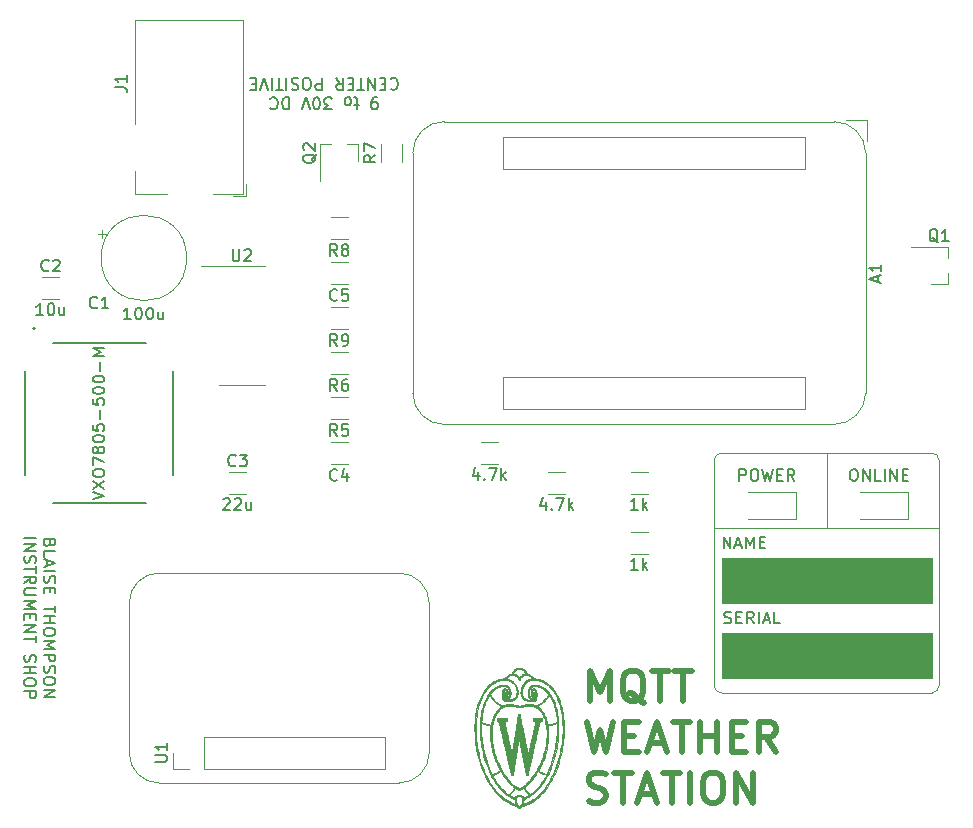
<source format=gbr>
%TF.GenerationSoftware,KiCad,Pcbnew,5.1.8+dfsg1-1+b1*%
%TF.CreationDate,2021-04-12T18:27:31-05:00*%
%TF.ProjectId,weather,77656174-6865-4722-9e6b-696361645f70,B*%
%TF.SameCoordinates,Original*%
%TF.FileFunction,Legend,Top*%
%TF.FilePolarity,Positive*%
%FSLAX46Y46*%
G04 Gerber Fmt 4.6, Leading zero omitted, Abs format (unit mm)*
G04 Created by KiCad (PCBNEW 5.1.8+dfsg1-1+b1) date 2021-04-12 18:27:31*
%MOMM*%
%LPD*%
G01*
G04 APERTURE LIST*
%ADD10C,0.120000*%
%ADD11C,0.100000*%
%ADD12C,0.150000*%
%ADD13C,0.508000*%
%ADD14C,0.127000*%
%ADD15C,0.200000*%
%ADD16C,0.010000*%
G04 APERTURE END LIST*
D10*
X107950000Y-95885000D02*
X107950000Y-76835000D01*
X127000000Y-76835000D02*
X127000000Y-95885000D01*
X127000000Y-95885000D02*
G75*
G02*
X126365000Y-96520000I-635000J0D01*
G01*
X117475000Y-82550000D02*
X127000000Y-82550000D01*
X117475000Y-82550000D02*
X107950000Y-82550000D01*
X117475000Y-76200000D02*
X117475000Y-82550000D01*
X126365000Y-96520000D02*
X108585000Y-96520000D01*
X126365000Y-76200000D02*
X108585000Y-76200000D01*
D11*
G36*
X126365000Y-95250000D02*
G01*
X108585000Y-95250000D01*
X108585000Y-91440000D01*
X126365000Y-91440000D01*
X126365000Y-95250000D01*
G37*
X126365000Y-95250000D02*
X108585000Y-95250000D01*
X108585000Y-91440000D01*
X126365000Y-91440000D01*
X126365000Y-95250000D01*
G36*
X126365000Y-88900000D02*
G01*
X108585000Y-88900000D01*
X108585000Y-85090000D01*
X126365000Y-85090000D01*
X126365000Y-88900000D01*
G37*
X126365000Y-88900000D02*
X108585000Y-88900000D01*
X108585000Y-85090000D01*
X126365000Y-85090000D01*
X126365000Y-88900000D01*
D12*
X108815476Y-90574761D02*
X108958333Y-90622380D01*
X109196428Y-90622380D01*
X109291666Y-90574761D01*
X109339285Y-90527142D01*
X109386904Y-90431904D01*
X109386904Y-90336666D01*
X109339285Y-90241428D01*
X109291666Y-90193809D01*
X109196428Y-90146190D01*
X109005952Y-90098571D01*
X108910714Y-90050952D01*
X108863095Y-90003333D01*
X108815476Y-89908095D01*
X108815476Y-89812857D01*
X108863095Y-89717619D01*
X108910714Y-89670000D01*
X109005952Y-89622380D01*
X109244047Y-89622380D01*
X109386904Y-89670000D01*
X109815476Y-90098571D02*
X110148809Y-90098571D01*
X110291666Y-90622380D02*
X109815476Y-90622380D01*
X109815476Y-89622380D01*
X110291666Y-89622380D01*
X111291666Y-90622380D02*
X110958333Y-90146190D01*
X110720238Y-90622380D02*
X110720238Y-89622380D01*
X111101190Y-89622380D01*
X111196428Y-89670000D01*
X111244047Y-89717619D01*
X111291666Y-89812857D01*
X111291666Y-89955714D01*
X111244047Y-90050952D01*
X111196428Y-90098571D01*
X111101190Y-90146190D01*
X110720238Y-90146190D01*
X111720238Y-90622380D02*
X111720238Y-89622380D01*
X112148809Y-90336666D02*
X112625000Y-90336666D01*
X112053571Y-90622380D02*
X112386904Y-89622380D01*
X112720238Y-90622380D01*
X113529761Y-90622380D02*
X113053571Y-90622380D01*
X113053571Y-89622380D01*
X108751904Y-84272380D02*
X108751904Y-83272380D01*
X109323333Y-84272380D01*
X109323333Y-83272380D01*
X109751904Y-83986666D02*
X110228095Y-83986666D01*
X109656666Y-84272380D02*
X109990000Y-83272380D01*
X110323333Y-84272380D01*
X110656666Y-84272380D02*
X110656666Y-83272380D01*
X110990000Y-83986666D01*
X111323333Y-83272380D01*
X111323333Y-84272380D01*
X111799523Y-83748571D02*
X112132857Y-83748571D01*
X112275714Y-84272380D02*
X111799523Y-84272380D01*
X111799523Y-83272380D01*
X112275714Y-83272380D01*
X79382380Y-46092619D02*
X79191904Y-46092619D01*
X79096666Y-46140238D01*
X79049047Y-46187857D01*
X78953809Y-46330714D01*
X78906190Y-46521190D01*
X78906190Y-46902142D01*
X78953809Y-46997380D01*
X79001428Y-47045000D01*
X79096666Y-47092619D01*
X79287142Y-47092619D01*
X79382380Y-47045000D01*
X79430000Y-46997380D01*
X79477619Y-46902142D01*
X79477619Y-46664047D01*
X79430000Y-46568809D01*
X79382380Y-46521190D01*
X79287142Y-46473571D01*
X79096666Y-46473571D01*
X79001428Y-46521190D01*
X78953809Y-46568809D01*
X78906190Y-46664047D01*
X77858571Y-46759285D02*
X77477619Y-46759285D01*
X77715714Y-47092619D02*
X77715714Y-46235476D01*
X77668095Y-46140238D01*
X77572857Y-46092619D01*
X77477619Y-46092619D01*
X77001428Y-46092619D02*
X77096666Y-46140238D01*
X77144285Y-46187857D01*
X77191904Y-46283095D01*
X77191904Y-46568809D01*
X77144285Y-46664047D01*
X77096666Y-46711666D01*
X77001428Y-46759285D01*
X76858571Y-46759285D01*
X76763333Y-46711666D01*
X76715714Y-46664047D01*
X76668095Y-46568809D01*
X76668095Y-46283095D01*
X76715714Y-46187857D01*
X76763333Y-46140238D01*
X76858571Y-46092619D01*
X77001428Y-46092619D01*
X75572857Y-47092619D02*
X74953809Y-47092619D01*
X75287142Y-46711666D01*
X75144285Y-46711666D01*
X75049047Y-46664047D01*
X75001428Y-46616428D01*
X74953809Y-46521190D01*
X74953809Y-46283095D01*
X75001428Y-46187857D01*
X75049047Y-46140238D01*
X75144285Y-46092619D01*
X75430000Y-46092619D01*
X75525238Y-46140238D01*
X75572857Y-46187857D01*
X74334761Y-47092619D02*
X74239523Y-47092619D01*
X74144285Y-47045000D01*
X74096666Y-46997380D01*
X74049047Y-46902142D01*
X74001428Y-46711666D01*
X74001428Y-46473571D01*
X74049047Y-46283095D01*
X74096666Y-46187857D01*
X74144285Y-46140238D01*
X74239523Y-46092619D01*
X74334761Y-46092619D01*
X74430000Y-46140238D01*
X74477619Y-46187857D01*
X74525238Y-46283095D01*
X74572857Y-46473571D01*
X74572857Y-46711666D01*
X74525238Y-46902142D01*
X74477619Y-46997380D01*
X74430000Y-47045000D01*
X74334761Y-47092619D01*
X73715714Y-47092619D02*
X73382380Y-46092619D01*
X73049047Y-47092619D01*
X71953809Y-46092619D02*
X71953809Y-47092619D01*
X71715714Y-47092619D01*
X71572857Y-47045000D01*
X71477619Y-46949761D01*
X71430000Y-46854523D01*
X71382380Y-46664047D01*
X71382380Y-46521190D01*
X71430000Y-46330714D01*
X71477619Y-46235476D01*
X71572857Y-46140238D01*
X71715714Y-46092619D01*
X71953809Y-46092619D01*
X70382380Y-46187857D02*
X70430000Y-46140238D01*
X70572857Y-46092619D01*
X70668095Y-46092619D01*
X70810952Y-46140238D01*
X70906190Y-46235476D01*
X70953809Y-46330714D01*
X71001428Y-46521190D01*
X71001428Y-46664047D01*
X70953809Y-46854523D01*
X70906190Y-46949761D01*
X70810952Y-47045000D01*
X70668095Y-47092619D01*
X70572857Y-47092619D01*
X70430000Y-47045000D01*
X70382380Y-46997380D01*
X80549047Y-44537857D02*
X80596666Y-44490238D01*
X80739523Y-44442619D01*
X80834761Y-44442619D01*
X80977619Y-44490238D01*
X81072857Y-44585476D01*
X81120476Y-44680714D01*
X81168095Y-44871190D01*
X81168095Y-45014047D01*
X81120476Y-45204523D01*
X81072857Y-45299761D01*
X80977619Y-45395000D01*
X80834761Y-45442619D01*
X80739523Y-45442619D01*
X80596666Y-45395000D01*
X80549047Y-45347380D01*
X80120476Y-44966428D02*
X79787142Y-44966428D01*
X79644285Y-44442619D02*
X80120476Y-44442619D01*
X80120476Y-45442619D01*
X79644285Y-45442619D01*
X79215714Y-44442619D02*
X79215714Y-45442619D01*
X78644285Y-44442619D01*
X78644285Y-45442619D01*
X78310952Y-45442619D02*
X77739523Y-45442619D01*
X78025238Y-44442619D02*
X78025238Y-45442619D01*
X77406190Y-44966428D02*
X77072857Y-44966428D01*
X76930000Y-44442619D02*
X77406190Y-44442619D01*
X77406190Y-45442619D01*
X76930000Y-45442619D01*
X75930000Y-44442619D02*
X76263333Y-44918809D01*
X76501428Y-44442619D02*
X76501428Y-45442619D01*
X76120476Y-45442619D01*
X76025238Y-45395000D01*
X75977619Y-45347380D01*
X75930000Y-45252142D01*
X75930000Y-45109285D01*
X75977619Y-45014047D01*
X76025238Y-44966428D01*
X76120476Y-44918809D01*
X76501428Y-44918809D01*
X74739523Y-44442619D02*
X74739523Y-45442619D01*
X74358571Y-45442619D01*
X74263333Y-45395000D01*
X74215714Y-45347380D01*
X74168095Y-45252142D01*
X74168095Y-45109285D01*
X74215714Y-45014047D01*
X74263333Y-44966428D01*
X74358571Y-44918809D01*
X74739523Y-44918809D01*
X73549047Y-45442619D02*
X73358571Y-45442619D01*
X73263333Y-45395000D01*
X73168095Y-45299761D01*
X73120476Y-45109285D01*
X73120476Y-44775952D01*
X73168095Y-44585476D01*
X73263333Y-44490238D01*
X73358571Y-44442619D01*
X73549047Y-44442619D01*
X73644285Y-44490238D01*
X73739523Y-44585476D01*
X73787142Y-44775952D01*
X73787142Y-45109285D01*
X73739523Y-45299761D01*
X73644285Y-45395000D01*
X73549047Y-45442619D01*
X72739523Y-44490238D02*
X72596666Y-44442619D01*
X72358571Y-44442619D01*
X72263333Y-44490238D01*
X72215714Y-44537857D01*
X72168095Y-44633095D01*
X72168095Y-44728333D01*
X72215714Y-44823571D01*
X72263333Y-44871190D01*
X72358571Y-44918809D01*
X72549047Y-44966428D01*
X72644285Y-45014047D01*
X72691904Y-45061666D01*
X72739523Y-45156904D01*
X72739523Y-45252142D01*
X72691904Y-45347380D01*
X72644285Y-45395000D01*
X72549047Y-45442619D01*
X72310952Y-45442619D01*
X72168095Y-45395000D01*
X71739523Y-44442619D02*
X71739523Y-45442619D01*
X71406190Y-45442619D02*
X70834761Y-45442619D01*
X71120476Y-44442619D02*
X71120476Y-45442619D01*
X70501428Y-44442619D02*
X70501428Y-45442619D01*
X70168095Y-45442619D02*
X69834761Y-44442619D01*
X69501428Y-45442619D01*
X69168095Y-44966428D02*
X68834761Y-44966428D01*
X68691904Y-44442619D02*
X69168095Y-44442619D01*
X69168095Y-45442619D01*
X68691904Y-45442619D01*
X51696428Y-83836666D02*
X51648809Y-83979523D01*
X51601190Y-84027142D01*
X51505952Y-84074761D01*
X51363095Y-84074761D01*
X51267857Y-84027142D01*
X51220238Y-83979523D01*
X51172619Y-83884285D01*
X51172619Y-83503333D01*
X52172619Y-83503333D01*
X52172619Y-83836666D01*
X52125000Y-83931904D01*
X52077380Y-83979523D01*
X51982142Y-84027142D01*
X51886904Y-84027142D01*
X51791666Y-83979523D01*
X51744047Y-83931904D01*
X51696428Y-83836666D01*
X51696428Y-83503333D01*
X51172619Y-84979523D02*
X51172619Y-84503333D01*
X52172619Y-84503333D01*
X51458333Y-85265238D02*
X51458333Y-85741428D01*
X51172619Y-85170000D02*
X52172619Y-85503333D01*
X51172619Y-85836666D01*
X51172619Y-86170000D02*
X52172619Y-86170000D01*
X51220238Y-86598571D02*
X51172619Y-86741428D01*
X51172619Y-86979523D01*
X51220238Y-87074761D01*
X51267857Y-87122380D01*
X51363095Y-87170000D01*
X51458333Y-87170000D01*
X51553571Y-87122380D01*
X51601190Y-87074761D01*
X51648809Y-86979523D01*
X51696428Y-86789047D01*
X51744047Y-86693809D01*
X51791666Y-86646190D01*
X51886904Y-86598571D01*
X51982142Y-86598571D01*
X52077380Y-86646190D01*
X52125000Y-86693809D01*
X52172619Y-86789047D01*
X52172619Y-87027142D01*
X52125000Y-87170000D01*
X51696428Y-87598571D02*
X51696428Y-87931904D01*
X51172619Y-88074761D02*
X51172619Y-87598571D01*
X52172619Y-87598571D01*
X52172619Y-88074761D01*
X52172619Y-89122380D02*
X52172619Y-89693809D01*
X51172619Y-89408095D02*
X52172619Y-89408095D01*
X51172619Y-90027142D02*
X52172619Y-90027142D01*
X51696428Y-90027142D02*
X51696428Y-90598571D01*
X51172619Y-90598571D02*
X52172619Y-90598571D01*
X52172619Y-91265238D02*
X52172619Y-91455714D01*
X52125000Y-91550952D01*
X52029761Y-91646190D01*
X51839285Y-91693809D01*
X51505952Y-91693809D01*
X51315476Y-91646190D01*
X51220238Y-91550952D01*
X51172619Y-91455714D01*
X51172619Y-91265238D01*
X51220238Y-91170000D01*
X51315476Y-91074761D01*
X51505952Y-91027142D01*
X51839285Y-91027142D01*
X52029761Y-91074761D01*
X52125000Y-91170000D01*
X52172619Y-91265238D01*
X51172619Y-92122380D02*
X52172619Y-92122380D01*
X51458333Y-92455714D01*
X52172619Y-92789047D01*
X51172619Y-92789047D01*
X51172619Y-93265238D02*
X52172619Y-93265238D01*
X52172619Y-93646190D01*
X52125000Y-93741428D01*
X52077380Y-93789047D01*
X51982142Y-93836666D01*
X51839285Y-93836666D01*
X51744047Y-93789047D01*
X51696428Y-93741428D01*
X51648809Y-93646190D01*
X51648809Y-93265238D01*
X51220238Y-94217619D02*
X51172619Y-94360476D01*
X51172619Y-94598571D01*
X51220238Y-94693809D01*
X51267857Y-94741428D01*
X51363095Y-94789047D01*
X51458333Y-94789047D01*
X51553571Y-94741428D01*
X51601190Y-94693809D01*
X51648809Y-94598571D01*
X51696428Y-94408095D01*
X51744047Y-94312857D01*
X51791666Y-94265238D01*
X51886904Y-94217619D01*
X51982142Y-94217619D01*
X52077380Y-94265238D01*
X52125000Y-94312857D01*
X52172619Y-94408095D01*
X52172619Y-94646190D01*
X52125000Y-94789047D01*
X52172619Y-95408095D02*
X52172619Y-95598571D01*
X52125000Y-95693809D01*
X52029761Y-95789047D01*
X51839285Y-95836666D01*
X51505952Y-95836666D01*
X51315476Y-95789047D01*
X51220238Y-95693809D01*
X51172619Y-95598571D01*
X51172619Y-95408095D01*
X51220238Y-95312857D01*
X51315476Y-95217619D01*
X51505952Y-95170000D01*
X51839285Y-95170000D01*
X52029761Y-95217619D01*
X52125000Y-95312857D01*
X52172619Y-95408095D01*
X51172619Y-96265238D02*
X52172619Y-96265238D01*
X51172619Y-96836666D01*
X52172619Y-96836666D01*
X49522619Y-83431904D02*
X50522619Y-83431904D01*
X49522619Y-83908095D02*
X50522619Y-83908095D01*
X49522619Y-84479523D01*
X50522619Y-84479523D01*
X49570238Y-84908095D02*
X49522619Y-85050952D01*
X49522619Y-85289047D01*
X49570238Y-85384285D01*
X49617857Y-85431904D01*
X49713095Y-85479523D01*
X49808333Y-85479523D01*
X49903571Y-85431904D01*
X49951190Y-85384285D01*
X49998809Y-85289047D01*
X50046428Y-85098571D01*
X50094047Y-85003333D01*
X50141666Y-84955714D01*
X50236904Y-84908095D01*
X50332142Y-84908095D01*
X50427380Y-84955714D01*
X50475000Y-85003333D01*
X50522619Y-85098571D01*
X50522619Y-85336666D01*
X50475000Y-85479523D01*
X50522619Y-85765238D02*
X50522619Y-86336666D01*
X49522619Y-86050952D02*
X50522619Y-86050952D01*
X49522619Y-87241428D02*
X49998809Y-86908095D01*
X49522619Y-86670000D02*
X50522619Y-86670000D01*
X50522619Y-87050952D01*
X50475000Y-87146190D01*
X50427380Y-87193809D01*
X50332142Y-87241428D01*
X50189285Y-87241428D01*
X50094047Y-87193809D01*
X50046428Y-87146190D01*
X49998809Y-87050952D01*
X49998809Y-86670000D01*
X50522619Y-87670000D02*
X49713095Y-87670000D01*
X49617857Y-87717619D01*
X49570238Y-87765238D01*
X49522619Y-87860476D01*
X49522619Y-88050952D01*
X49570238Y-88146190D01*
X49617857Y-88193809D01*
X49713095Y-88241428D01*
X50522619Y-88241428D01*
X49522619Y-88717619D02*
X50522619Y-88717619D01*
X49808333Y-89050952D01*
X50522619Y-89384285D01*
X49522619Y-89384285D01*
X50046428Y-89860476D02*
X50046428Y-90193809D01*
X49522619Y-90336666D02*
X49522619Y-89860476D01*
X50522619Y-89860476D01*
X50522619Y-90336666D01*
X49522619Y-90765238D02*
X50522619Y-90765238D01*
X49522619Y-91336666D01*
X50522619Y-91336666D01*
X50522619Y-91670000D02*
X50522619Y-92241428D01*
X49522619Y-91955714D02*
X50522619Y-91955714D01*
X49570238Y-93289047D02*
X49522619Y-93431904D01*
X49522619Y-93670000D01*
X49570238Y-93765238D01*
X49617857Y-93812857D01*
X49713095Y-93860476D01*
X49808333Y-93860476D01*
X49903571Y-93812857D01*
X49951190Y-93765238D01*
X49998809Y-93670000D01*
X50046428Y-93479523D01*
X50094047Y-93384285D01*
X50141666Y-93336666D01*
X50236904Y-93289047D01*
X50332142Y-93289047D01*
X50427380Y-93336666D01*
X50475000Y-93384285D01*
X50522619Y-93479523D01*
X50522619Y-93717619D01*
X50475000Y-93860476D01*
X49522619Y-94289047D02*
X50522619Y-94289047D01*
X50046428Y-94289047D02*
X50046428Y-94860476D01*
X49522619Y-94860476D02*
X50522619Y-94860476D01*
X50522619Y-95527142D02*
X50522619Y-95717619D01*
X50475000Y-95812857D01*
X50379761Y-95908095D01*
X50189285Y-95955714D01*
X49855952Y-95955714D01*
X49665476Y-95908095D01*
X49570238Y-95812857D01*
X49522619Y-95717619D01*
X49522619Y-95527142D01*
X49570238Y-95431904D01*
X49665476Y-95336666D01*
X49855952Y-95289047D01*
X50189285Y-95289047D01*
X50379761Y-95336666D01*
X50475000Y-95431904D01*
X50522619Y-95527142D01*
X49522619Y-96384285D02*
X50522619Y-96384285D01*
X50522619Y-96765238D01*
X50475000Y-96860476D01*
X50427380Y-96908095D01*
X50332142Y-96955714D01*
X50189285Y-96955714D01*
X50094047Y-96908095D01*
X50046428Y-96860476D01*
X49998809Y-96765238D01*
X49998809Y-96384285D01*
D10*
X126365000Y-76200000D02*
G75*
G02*
X127000000Y-76835000I0J-635000D01*
G01*
X108585000Y-96520000D02*
G75*
G02*
X107950000Y-95885000I0J635000D01*
G01*
X107950000Y-76835000D02*
G75*
G02*
X108585000Y-76200000I635000J0D01*
G01*
D12*
X119681904Y-77557380D02*
X119872380Y-77557380D01*
X119967619Y-77605000D01*
X120062857Y-77700238D01*
X120110476Y-77890714D01*
X120110476Y-78224047D01*
X120062857Y-78414523D01*
X119967619Y-78509761D01*
X119872380Y-78557380D01*
X119681904Y-78557380D01*
X119586666Y-78509761D01*
X119491428Y-78414523D01*
X119443809Y-78224047D01*
X119443809Y-77890714D01*
X119491428Y-77700238D01*
X119586666Y-77605000D01*
X119681904Y-77557380D01*
X120539047Y-78557380D02*
X120539047Y-77557380D01*
X121110476Y-78557380D01*
X121110476Y-77557380D01*
X122062857Y-78557380D02*
X121586666Y-78557380D01*
X121586666Y-77557380D01*
X122396190Y-78557380D02*
X122396190Y-77557380D01*
X122872380Y-78557380D02*
X122872380Y-77557380D01*
X123443809Y-78557380D01*
X123443809Y-77557380D01*
X123920000Y-78033571D02*
X124253333Y-78033571D01*
X124396190Y-78557380D02*
X123920000Y-78557380D01*
X123920000Y-77557380D01*
X124396190Y-77557380D01*
X110085476Y-78557380D02*
X110085476Y-77557380D01*
X110466428Y-77557380D01*
X110561666Y-77605000D01*
X110609285Y-77652619D01*
X110656904Y-77747857D01*
X110656904Y-77890714D01*
X110609285Y-77985952D01*
X110561666Y-78033571D01*
X110466428Y-78081190D01*
X110085476Y-78081190D01*
X111275952Y-77557380D02*
X111466428Y-77557380D01*
X111561666Y-77605000D01*
X111656904Y-77700238D01*
X111704523Y-77890714D01*
X111704523Y-78224047D01*
X111656904Y-78414523D01*
X111561666Y-78509761D01*
X111466428Y-78557380D01*
X111275952Y-78557380D01*
X111180714Y-78509761D01*
X111085476Y-78414523D01*
X111037857Y-78224047D01*
X111037857Y-77890714D01*
X111085476Y-77700238D01*
X111180714Y-77605000D01*
X111275952Y-77557380D01*
X112037857Y-77557380D02*
X112275952Y-78557380D01*
X112466428Y-77843095D01*
X112656904Y-78557380D01*
X112895000Y-77557380D01*
X113275952Y-78033571D02*
X113609285Y-78033571D01*
X113752142Y-78557380D02*
X113275952Y-78557380D01*
X113275952Y-77557380D01*
X113752142Y-77557380D01*
X114752142Y-78557380D02*
X114418809Y-78081190D01*
X114180714Y-78557380D02*
X114180714Y-77557380D01*
X114561666Y-77557380D01*
X114656904Y-77605000D01*
X114704523Y-77652619D01*
X114752142Y-77747857D01*
X114752142Y-77890714D01*
X114704523Y-77985952D01*
X114656904Y-78033571D01*
X114561666Y-78081190D01*
X114180714Y-78081190D01*
D13*
X97454961Y-97161047D02*
X97454961Y-94621047D01*
X98301628Y-96435333D01*
X99148295Y-94621047D01*
X99148295Y-97161047D01*
X102051152Y-97402952D02*
X101809247Y-97282000D01*
X101567342Y-97040095D01*
X101204485Y-96677238D01*
X100962580Y-96556285D01*
X100720676Y-96556285D01*
X100841628Y-97161047D02*
X100599723Y-97040095D01*
X100357819Y-96798190D01*
X100236866Y-96314380D01*
X100236866Y-95467714D01*
X100357819Y-94983904D01*
X100599723Y-94742000D01*
X100841628Y-94621047D01*
X101325438Y-94621047D01*
X101567342Y-94742000D01*
X101809247Y-94983904D01*
X101930200Y-95467714D01*
X101930200Y-96314380D01*
X101809247Y-96798190D01*
X101567342Y-97040095D01*
X101325438Y-97161047D01*
X100841628Y-97161047D01*
X102655914Y-94621047D02*
X104107342Y-94621047D01*
X103381628Y-97161047D02*
X103381628Y-94621047D01*
X104591152Y-94621047D02*
X106042580Y-94621047D01*
X105316866Y-97161047D02*
X105316866Y-94621047D01*
X97213057Y-98939047D02*
X97817819Y-101479047D01*
X98301628Y-99664761D01*
X98785438Y-101479047D01*
X99390200Y-98939047D01*
X100357819Y-100148571D02*
X101204485Y-100148571D01*
X101567342Y-101479047D02*
X100357819Y-101479047D01*
X100357819Y-98939047D01*
X101567342Y-98939047D01*
X102534961Y-100753333D02*
X103744485Y-100753333D01*
X102293057Y-101479047D02*
X103139723Y-98939047D01*
X103986390Y-101479047D01*
X104470200Y-98939047D02*
X105921628Y-98939047D01*
X105195914Y-101479047D02*
X105195914Y-98939047D01*
X106768295Y-101479047D02*
X106768295Y-98939047D01*
X106768295Y-100148571D02*
X108219723Y-100148571D01*
X108219723Y-101479047D02*
X108219723Y-98939047D01*
X109429247Y-100148571D02*
X110275914Y-100148571D01*
X110638771Y-101479047D02*
X109429247Y-101479047D01*
X109429247Y-98939047D01*
X110638771Y-98939047D01*
X113178771Y-101479047D02*
X112332104Y-100269523D01*
X111727342Y-101479047D02*
X111727342Y-98939047D01*
X112694961Y-98939047D01*
X112936866Y-99060000D01*
X113057819Y-99180952D01*
X113178771Y-99422857D01*
X113178771Y-99785714D01*
X113057819Y-100027619D01*
X112936866Y-100148571D01*
X112694961Y-100269523D01*
X111727342Y-100269523D01*
X97334009Y-105676095D02*
X97696866Y-105797047D01*
X98301628Y-105797047D01*
X98543533Y-105676095D01*
X98664485Y-105555142D01*
X98785438Y-105313238D01*
X98785438Y-105071333D01*
X98664485Y-104829428D01*
X98543533Y-104708476D01*
X98301628Y-104587523D01*
X97817819Y-104466571D01*
X97575914Y-104345619D01*
X97454961Y-104224666D01*
X97334009Y-103982761D01*
X97334009Y-103740857D01*
X97454961Y-103498952D01*
X97575914Y-103378000D01*
X97817819Y-103257047D01*
X98422580Y-103257047D01*
X98785438Y-103378000D01*
X99511152Y-103257047D02*
X100962580Y-103257047D01*
X100236866Y-105797047D02*
X100236866Y-103257047D01*
X101688295Y-105071333D02*
X102897819Y-105071333D01*
X101446390Y-105797047D02*
X102293057Y-103257047D01*
X103139723Y-105797047D01*
X103623533Y-103257047D02*
X105074961Y-103257047D01*
X104349247Y-105797047D02*
X104349247Y-103257047D01*
X105921628Y-105797047D02*
X105921628Y-103257047D01*
X107614961Y-103257047D02*
X108098771Y-103257047D01*
X108340676Y-103378000D01*
X108582580Y-103619904D01*
X108703533Y-104103714D01*
X108703533Y-104950380D01*
X108582580Y-105434190D01*
X108340676Y-105676095D01*
X108098771Y-105797047D01*
X107614961Y-105797047D01*
X107373057Y-105676095D01*
X107131152Y-105434190D01*
X107010200Y-104950380D01*
X107010200Y-104103714D01*
X107131152Y-103619904D01*
X107373057Y-103378000D01*
X107614961Y-103257047D01*
X109792104Y-105797047D02*
X109792104Y-103257047D01*
X111243533Y-105797047D01*
X111243533Y-103257047D01*
D10*
X83820000Y-101600000D02*
X83820000Y-88900000D01*
X60960000Y-104140000D02*
X81280000Y-104140000D01*
X58420000Y-88900000D02*
X58420000Y-101600000D01*
X81280000Y-86360000D02*
X60960000Y-86360000D01*
X83820000Y-101600000D02*
G75*
G02*
X81280000Y-104140000I-2540000J0D01*
G01*
X60960000Y-104140000D02*
G75*
G02*
X58420000Y-101600000I0J2540000D01*
G01*
X58420000Y-88900000D02*
G75*
G02*
X60960000Y-86360000I2540000J0D01*
G01*
X81280000Y-86360000D02*
G75*
G02*
X83820000Y-88900000I0J-2540000D01*
G01*
%TO.C,Q2*%
X77780000Y-50040000D02*
X76850000Y-50040000D01*
X74620000Y-50040000D02*
X75550000Y-50040000D01*
X74620000Y-50040000D02*
X74620000Y-53200000D01*
X77780000Y-50040000D02*
X77780000Y-51500000D01*
%TO.C,Q1*%
X127760000Y-61905000D02*
X127760000Y-60975000D01*
X127760000Y-58745000D02*
X127760000Y-59675000D01*
X127760000Y-58745000D02*
X124600000Y-58745000D01*
X127760000Y-61905000D02*
X126300000Y-61905000D01*
%TO.C,R9*%
X75472936Y-65680000D02*
X76927064Y-65680000D01*
X75472936Y-63860000D02*
X76927064Y-63860000D01*
%TO.C,R8*%
X76927064Y-56240000D02*
X75472936Y-56240000D01*
X76927064Y-58060000D02*
X75472936Y-58060000D01*
%TO.C,R7*%
X81555000Y-51527064D02*
X81555000Y-50072936D01*
X79735000Y-51527064D02*
X79735000Y-50072936D01*
%TO.C,R6*%
X76927064Y-67670000D02*
X75472936Y-67670000D01*
X76927064Y-69490000D02*
X75472936Y-69490000D01*
%TO.C,R5*%
X76927064Y-71480000D02*
X75472936Y-71480000D01*
X76927064Y-73300000D02*
X75472936Y-73300000D01*
%TO.C,C5*%
X75488748Y-61870000D02*
X76911252Y-61870000D01*
X75488748Y-60050000D02*
X76911252Y-60050000D01*
%TO.C,C4*%
X75488748Y-77110000D02*
X76911252Y-77110000D01*
X75488748Y-75290000D02*
X76911252Y-75290000D01*
%TO.C,U2*%
X67945000Y-60345000D02*
X64495000Y-60345000D01*
X67945000Y-60345000D02*
X69895000Y-60345000D01*
X67945000Y-70465000D02*
X65995000Y-70465000D01*
X67945000Y-70465000D02*
X69895000Y-70465000D01*
%TO.C,C1*%
X63290000Y-59690000D02*
G75*
G03*
X63290000Y-59690000I-3620000J0D01*
G01*
X55795277Y-57655000D02*
X56495277Y-57655000D01*
X56145277Y-57305000D02*
X56145277Y-58005000D01*
D14*
%TO.C,PS1*%
X51950000Y-66910000D02*
X59810000Y-66910000D01*
D15*
X50480000Y-65660000D02*
G75*
G03*
X50480000Y-65660000I-100000J0D01*
G01*
D14*
X59810000Y-80410000D02*
X51950000Y-80410000D01*
X62130000Y-69230000D02*
X62130000Y-78090000D01*
X49630000Y-78090000D02*
X49630000Y-69230000D01*
D10*
%TO.C,R4*%
X88172936Y-75290000D02*
X89627064Y-75290000D01*
X88172936Y-77110000D02*
X89627064Y-77110000D01*
%TO.C,R3*%
X93887936Y-77830000D02*
X95342064Y-77830000D01*
X93887936Y-79650000D02*
X95342064Y-79650000D01*
%TO.C,C3*%
X66891248Y-77830000D02*
X68313752Y-77830000D01*
X66891248Y-79650000D02*
X68313752Y-79650000D01*
%TO.C,C2*%
X51066248Y-61320000D02*
X52488752Y-61320000D01*
X51066248Y-63140000D02*
X52488752Y-63140000D01*
D16*
%TO.C,G\u002A\u002A\u002A*%
G36*
X91467014Y-94383991D02*
G01*
X91512375Y-94386052D01*
X91553794Y-94389780D01*
X91588483Y-94395150D01*
X91591395Y-94395759D01*
X91670635Y-94417497D01*
X91744009Y-94447438D01*
X91811830Y-94485785D01*
X91874414Y-94532739D01*
X91932077Y-94588504D01*
X91978895Y-94644889D01*
X92000962Y-94676620D01*
X92023934Y-94713879D01*
X92046332Y-94753914D01*
X92066682Y-94793972D01*
X92083506Y-94831301D01*
X92094383Y-94860197D01*
X92099840Y-94876109D01*
X92104296Y-94887714D01*
X92106434Y-94891967D01*
X92112382Y-94894133D01*
X92125301Y-94897240D01*
X92138942Y-94899959D01*
X92179191Y-94909382D01*
X92224524Y-94923437D01*
X92271659Y-94940992D01*
X92317314Y-94960915D01*
X92321541Y-94962931D01*
X92394134Y-95002295D01*
X92461352Y-95047714D01*
X92522191Y-95098300D01*
X92575644Y-95153169D01*
X92620704Y-95211433D01*
X92641778Y-95245007D01*
X92664618Y-95284605D01*
X92719059Y-95287746D01*
X92825529Y-95295775D01*
X92924491Y-95307326D01*
X93018105Y-95322803D01*
X93108531Y-95342607D01*
X93197931Y-95367143D01*
X93270719Y-95390639D01*
X93401526Y-95440876D01*
X93528777Y-95500499D01*
X93652356Y-95569334D01*
X93772152Y-95647209D01*
X93888049Y-95733949D01*
X93999933Y-95829381D01*
X94107691Y-95933332D01*
X94211209Y-96045630D01*
X94310372Y-96166099D01*
X94405067Y-96294568D01*
X94495180Y-96430862D01*
X94580596Y-96574809D01*
X94661201Y-96726235D01*
X94736883Y-96884967D01*
X94807526Y-97050831D01*
X94873017Y-97223654D01*
X94933241Y-97403263D01*
X94988085Y-97589485D01*
X95037435Y-97782146D01*
X95081177Y-97981072D01*
X95119196Y-98186092D01*
X95122619Y-98206560D01*
X95139612Y-98313878D01*
X95154818Y-98420232D01*
X95168415Y-98527300D01*
X95180581Y-98636754D01*
X95191495Y-98750272D01*
X95201334Y-98869528D01*
X95210276Y-98996198D01*
X95215515Y-99080320D01*
X95217014Y-99112053D01*
X95218320Y-99152725D01*
X95219431Y-99201114D01*
X95220350Y-99256000D01*
X95221074Y-99316164D01*
X95221606Y-99380384D01*
X95221943Y-99447440D01*
X95222087Y-99516112D01*
X95222038Y-99585179D01*
X95221795Y-99653422D01*
X95221358Y-99719620D01*
X95220728Y-99782553D01*
X95219904Y-99840999D01*
X95218887Y-99893740D01*
X95217676Y-99939555D01*
X95216271Y-99977223D01*
X95215521Y-99992180D01*
X95200706Y-100220254D01*
X95182134Y-100440657D01*
X95159574Y-100655248D01*
X95132797Y-100865882D01*
X95101575Y-101074418D01*
X95065677Y-101282712D01*
X95038562Y-101424740D01*
X94983920Y-101682528D01*
X94923133Y-101935889D01*
X94856343Y-102184551D01*
X94783690Y-102428243D01*
X94705316Y-102666694D01*
X94621363Y-102899632D01*
X94531971Y-103126785D01*
X94437284Y-103347883D01*
X94337441Y-103562653D01*
X94232585Y-103770825D01*
X94122856Y-103972126D01*
X94008397Y-104166286D01*
X93889349Y-104353033D01*
X93765853Y-104532096D01*
X93638051Y-104703202D01*
X93506084Y-104866082D01*
X93370094Y-105020462D01*
X93230222Y-105166073D01*
X93086610Y-105302641D01*
X92960289Y-105412593D01*
X92823014Y-105521660D01*
X92681799Y-105623264D01*
X92537294Y-105717063D01*
X92390149Y-105802714D01*
X92241014Y-105879876D01*
X92090540Y-105948204D01*
X91939377Y-106007358D01*
X91788174Y-106056995D01*
X91680991Y-106086312D01*
X91617344Y-106102251D01*
X91601635Y-106125083D01*
X91584591Y-106148346D01*
X91564320Y-106173671D01*
X91542624Y-106199020D01*
X91521308Y-106222358D01*
X91502175Y-106241647D01*
X91487028Y-106254850D01*
X91486183Y-106255479D01*
X91463935Y-106269595D01*
X91445278Y-106275820D01*
X91427957Y-106274570D01*
X91414181Y-106268815D01*
X91400991Y-106259444D01*
X91383303Y-106243706D01*
X91362753Y-106223330D01*
X91340982Y-106200045D01*
X91319628Y-106175582D01*
X91300330Y-106151669D01*
X91290140Y-106137911D01*
X91277365Y-106120384D01*
X91267746Y-106109308D01*
X91258771Y-106102702D01*
X91247924Y-106098586D01*
X91236800Y-106095887D01*
X91212077Y-106089853D01*
X91179916Y-106081219D01*
X91142503Y-106070636D01*
X91102024Y-106058759D01*
X91060666Y-106046241D01*
X91020614Y-106033736D01*
X90984055Y-106021897D01*
X90953174Y-106011377D01*
X90948262Y-106009629D01*
X90782831Y-105944883D01*
X90620279Y-105870418D01*
X90460659Y-105786275D01*
X90304023Y-105692493D01*
X90150422Y-105589114D01*
X89999910Y-105476177D01*
X89852537Y-105353722D01*
X89708357Y-105221790D01*
X89567422Y-105080420D01*
X89429783Y-104929654D01*
X89295494Y-104769531D01*
X89229719Y-104686100D01*
X89104395Y-104517017D01*
X88982577Y-104338870D01*
X88864589Y-104152241D01*
X88750754Y-103957715D01*
X88641397Y-103755873D01*
X88536840Y-103547302D01*
X88437407Y-103332583D01*
X88343423Y-103112300D01*
X88308289Y-103024940D01*
X88207925Y-102758042D01*
X88115635Y-102485710D01*
X88031509Y-102208589D01*
X87955632Y-101927325D01*
X87888093Y-101642562D01*
X87828978Y-101354947D01*
X87778376Y-101065126D01*
X87736373Y-100773744D01*
X87703058Y-100481446D01*
X87678517Y-100188879D01*
X87662838Y-99896688D01*
X87656547Y-99624462D01*
X87766287Y-99624462D01*
X87768822Y-99789384D01*
X87773993Y-99951364D01*
X87781793Y-100107853D01*
X87785244Y-100162360D01*
X87810618Y-100469241D01*
X87845342Y-100773647D01*
X87889348Y-101075270D01*
X87942567Y-101373805D01*
X88004930Y-101668945D01*
X88076367Y-101960384D01*
X88156811Y-102247816D01*
X88246192Y-102530935D01*
X88344442Y-102809434D01*
X88430684Y-103031931D01*
X88495957Y-103187947D01*
X88566386Y-103345661D01*
X88640914Y-103502941D01*
X88718488Y-103657656D01*
X88798051Y-103807674D01*
X88878549Y-103950864D01*
X88922985Y-104026182D01*
X89039807Y-104213112D01*
X89160417Y-104391375D01*
X89284719Y-104560884D01*
X89412616Y-104721555D01*
X89544011Y-104873304D01*
X89678807Y-105016046D01*
X89816907Y-105149697D01*
X89958214Y-105274171D01*
X90102632Y-105389386D01*
X90250063Y-105495255D01*
X90400411Y-105591695D01*
X90553578Y-105678620D01*
X90709467Y-105755947D01*
X90867983Y-105823591D01*
X91029027Y-105881467D01*
X91062043Y-105892023D01*
X91089381Y-105900486D01*
X91113552Y-105907788D01*
X91132797Y-105913411D01*
X91145357Y-105916839D01*
X91149238Y-105917656D01*
X91152388Y-105915383D01*
X91150497Y-105906908D01*
X91147209Y-105898950D01*
X91136747Y-105873084D01*
X91125009Y-105840389D01*
X91112971Y-105803943D01*
X91101606Y-105766824D01*
X91091889Y-105732111D01*
X91084795Y-105702883D01*
X91084098Y-105699560D01*
X91079266Y-105671076D01*
X91074933Y-105636556D01*
X91071564Y-105600119D01*
X91069903Y-105573042D01*
X91066890Y-105505868D01*
X91176905Y-105505868D01*
X91177163Y-105550783D01*
X91177337Y-105554780D01*
X91186427Y-105641631D01*
X91205464Y-105728713D01*
X91234264Y-105815497D01*
X91272642Y-105901460D01*
X91320413Y-105986074D01*
X91338867Y-106014601D01*
X91364326Y-106051751D01*
X91385734Y-106080462D01*
X91403917Y-106101208D01*
X91419699Y-106114465D01*
X91433907Y-106120707D01*
X91447365Y-106120408D01*
X91460899Y-106114043D01*
X91475334Y-106102087D01*
X91481040Y-106096369D01*
X91498353Y-106076242D01*
X91518748Y-106049034D01*
X91540884Y-106016807D01*
X91563420Y-105981627D01*
X91585014Y-105945558D01*
X91604324Y-105910663D01*
X91613723Y-105892235D01*
X91643997Y-105823853D01*
X91669291Y-105752860D01*
X91688108Y-105683495D01*
X91689129Y-105678877D01*
X91696248Y-105637133D01*
X91700882Y-105590440D01*
X91703034Y-105541358D01*
X91702707Y-105492448D01*
X91699904Y-105446270D01*
X91694628Y-105405385D01*
X91688779Y-105378745D01*
X91678121Y-105357399D01*
X91658756Y-105336104D01*
X91632095Y-105315838D01*
X91599549Y-105297578D01*
X91562527Y-105282301D01*
X91539060Y-105275055D01*
X91520157Y-105271112D01*
X91495259Y-105267526D01*
X91468527Y-105264852D01*
X91456653Y-105264075D01*
X91411525Y-105264554D01*
X91367178Y-105270308D01*
X91324939Y-105280741D01*
X91286135Y-105295259D01*
X91252094Y-105313267D01*
X91224141Y-105334170D01*
X91203605Y-105357373D01*
X91191812Y-105382282D01*
X91191654Y-105382869D01*
X91184437Y-105418474D01*
X91179425Y-105460620D01*
X91176905Y-105505868D01*
X91066890Y-105505868D01*
X91066620Y-105499864D01*
X90980591Y-105465256D01*
X90835922Y-105401754D01*
X90692939Y-105328378D01*
X90551888Y-105245310D01*
X90413016Y-105152733D01*
X90402792Y-105145097D01*
X90601212Y-105145097D01*
X90602726Y-105148565D01*
X90612731Y-105156102D01*
X90630440Y-105167446D01*
X90654486Y-105181829D01*
X90683502Y-105198483D01*
X90716120Y-105216639D01*
X90750974Y-105235529D01*
X90786695Y-105254384D01*
X90821918Y-105272437D01*
X90832940Y-105277958D01*
X90861532Y-105291918D01*
X90893008Y-105306819D01*
X90925923Y-105322026D01*
X90958832Y-105336903D01*
X90990292Y-105350815D01*
X91018859Y-105363124D01*
X91043087Y-105373195D01*
X91061534Y-105380392D01*
X91072755Y-105384079D01*
X91074701Y-105384422D01*
X91077372Y-105380025D01*
X91081057Y-105368521D01*
X91083685Y-105357930D01*
X91097916Y-105317272D01*
X91121293Y-105280049D01*
X91153268Y-105246653D01*
X91193294Y-105217474D01*
X91240824Y-105192904D01*
X91295311Y-105173332D01*
X91356207Y-105159151D01*
X91363800Y-105157850D01*
X91417481Y-105152661D01*
X91473329Y-105153953D01*
X91529522Y-105161256D01*
X91584237Y-105174100D01*
X91635652Y-105192013D01*
X91681944Y-105214526D01*
X91721290Y-105241169D01*
X91735672Y-105253828D01*
X91758311Y-105279554D01*
X91777647Y-105309093D01*
X91791848Y-105339244D01*
X91798667Y-105363893D01*
X91801164Y-105376718D01*
X91803446Y-105383984D01*
X91804044Y-105384600D01*
X91812258Y-105382515D01*
X91828243Y-105376667D01*
X91850599Y-105367666D01*
X91877924Y-105356122D01*
X91908818Y-105342645D01*
X91941881Y-105327845D01*
X91975713Y-105312332D01*
X92008913Y-105296715D01*
X92036900Y-105283173D01*
X92068547Y-105267288D01*
X92102414Y-105249719D01*
X92137140Y-105231227D01*
X92171369Y-105212571D01*
X92203741Y-105194513D01*
X92232899Y-105177812D01*
X92257483Y-105163230D01*
X92276137Y-105151527D01*
X92287500Y-105143462D01*
X92289256Y-105141895D01*
X92287459Y-105137148D01*
X92279230Y-105128037D01*
X92266231Y-105116345D01*
X92262942Y-105113641D01*
X92202409Y-105061521D01*
X92140954Y-105002794D01*
X92080569Y-104939641D01*
X92023245Y-104874242D01*
X91970976Y-104808777D01*
X91925752Y-104745428D01*
X91923463Y-104741980D01*
X91911811Y-104723465D01*
X91897818Y-104699860D01*
X91882503Y-104673036D01*
X91866882Y-104644863D01*
X91851973Y-104617213D01*
X91838795Y-104591958D01*
X91828365Y-104570969D01*
X91821701Y-104556117D01*
X91820341Y-104552386D01*
X91815405Y-104551949D01*
X91802832Y-104557877D01*
X91782550Y-104570208D01*
X91762442Y-104583542D01*
X91730622Y-104604350D01*
X91695391Y-104626019D01*
X91658026Y-104647886D01*
X91619806Y-104669286D01*
X91582008Y-104689556D01*
X91545910Y-104708033D01*
X91512791Y-104724052D01*
X91483928Y-104736951D01*
X91460600Y-104746065D01*
X91444083Y-104750730D01*
X91439567Y-104751204D01*
X91428006Y-104748736D01*
X91409038Y-104741681D01*
X91383948Y-104730715D01*
X91354019Y-104716513D01*
X91320537Y-104699752D01*
X91284784Y-104681107D01*
X91248046Y-104661254D01*
X91211607Y-104640867D01*
X91176750Y-104620624D01*
X91144760Y-104601200D01*
X91116922Y-104583270D01*
X91105419Y-104575398D01*
X91073098Y-104552725D01*
X91038901Y-104620342D01*
X90994733Y-104699312D01*
X90941829Y-104779398D01*
X90881308Y-104859233D01*
X90814287Y-104937453D01*
X90741883Y-105012694D01*
X90665215Y-105083592D01*
X90645906Y-105100146D01*
X90625072Y-105118053D01*
X90611313Y-105130802D01*
X90603678Y-105139460D01*
X90601212Y-105145097D01*
X90402792Y-105145097D01*
X90276570Y-105050830D01*
X90142796Y-104939783D01*
X90011941Y-104819776D01*
X89884251Y-104690992D01*
X89775795Y-104571800D01*
X89646555Y-104417190D01*
X89521335Y-104253430D01*
X89400262Y-104080752D01*
X89283462Y-103899391D01*
X89171061Y-103709579D01*
X89063185Y-103511551D01*
X89035502Y-103456300D01*
X89162295Y-103456300D01*
X89164926Y-103463153D01*
X89171901Y-103477587D01*
X89182542Y-103498351D01*
X89196170Y-103524195D01*
X89212105Y-103553870D01*
X89229670Y-103586124D01*
X89248183Y-103619707D01*
X89266968Y-103653370D01*
X89285345Y-103685860D01*
X89302634Y-103715930D01*
X89311744Y-103731509D01*
X89410991Y-103894428D01*
X89511365Y-104048012D01*
X89613477Y-104193076D01*
X89717935Y-104330430D01*
X89825350Y-104460887D01*
X89936332Y-104585261D01*
X90012520Y-104665113D01*
X90119986Y-104770949D01*
X90226236Y-104867749D01*
X90332280Y-104956390D01*
X90439133Y-105037749D01*
X90461491Y-105053793D01*
X90486717Y-105071508D01*
X90505106Y-105083824D01*
X90517948Y-105091441D01*
X90526529Y-105095061D01*
X90532138Y-105095386D01*
X90535151Y-105093904D01*
X90542229Y-105088226D01*
X90555207Y-105077636D01*
X90572164Y-105063705D01*
X90589100Y-105049727D01*
X90607596Y-105033743D01*
X90631066Y-105012426D01*
X90657412Y-104987739D01*
X90684538Y-104961646D01*
X90708559Y-104937905D01*
X90778575Y-104864090D01*
X90839729Y-104791871D01*
X90892920Y-104720037D01*
X90939052Y-104647376D01*
X90976748Y-104577309D01*
X91010421Y-104509158D01*
X90995667Y-104498569D01*
X90986757Y-104491867D01*
X90971610Y-104480150D01*
X90951927Y-104464744D01*
X90929407Y-104446979D01*
X90913857Y-104434640D01*
X90807229Y-104345045D01*
X90700252Y-104245703D01*
X90593247Y-104137006D01*
X90486537Y-104019343D01*
X90380444Y-103893106D01*
X90275291Y-103758686D01*
X90171401Y-103616473D01*
X90069094Y-103466858D01*
X89968696Y-103310233D01*
X89918546Y-103228140D01*
X89902004Y-103200689D01*
X89887159Y-103176183D01*
X89874830Y-103155966D01*
X89865836Y-103141379D01*
X89860998Y-103133765D01*
X89860481Y-103133044D01*
X89855436Y-103134363D01*
X89844539Y-103140970D01*
X89829723Y-103151628D01*
X89821920Y-103157714D01*
X89745375Y-103213366D01*
X89660110Y-103265183D01*
X89566963Y-103312775D01*
X89466772Y-103355752D01*
X89360376Y-103393724D01*
X89248612Y-103426300D01*
X89240360Y-103428432D01*
X89208986Y-103436725D01*
X89186528Y-103443316D01*
X89171954Y-103448573D01*
X89164232Y-103452865D01*
X89162295Y-103456300D01*
X89035502Y-103456300D01*
X88959962Y-103305539D01*
X88861517Y-103091778D01*
X88767978Y-102870500D01*
X88679469Y-102641940D01*
X88596119Y-102406330D01*
X88584566Y-102371887D01*
X88495656Y-102089570D01*
X88416084Y-101804332D01*
X88345804Y-101515918D01*
X88284765Y-101224075D01*
X88232921Y-100928550D01*
X88190223Y-100629091D01*
X88156623Y-100325443D01*
X88132073Y-100017354D01*
X88130007Y-99984560D01*
X88127528Y-99937279D01*
X88125317Y-99881448D01*
X88123390Y-99818673D01*
X88121761Y-99750562D01*
X88120448Y-99678721D01*
X88119464Y-99604756D01*
X88118826Y-99530275D01*
X88118668Y-99488027D01*
X88230806Y-99488027D01*
X88230952Y-99541941D01*
X88231274Y-99593486D01*
X88231779Y-99641522D01*
X88232473Y-99684911D01*
X88233362Y-99722514D01*
X88234045Y-99743260D01*
X88249923Y-100043146D01*
X88274726Y-100340769D01*
X88308371Y-100635784D01*
X88350778Y-100927845D01*
X88401863Y-101216607D01*
X88461544Y-101501725D01*
X88529740Y-101782853D01*
X88606367Y-102059646D01*
X88691345Y-102331759D01*
X88784591Y-102598846D01*
X88886022Y-102860562D01*
X88995556Y-103116562D01*
X89079796Y-103297990D01*
X89095173Y-103329367D01*
X89107139Y-103352212D01*
X89116193Y-103367367D01*
X89122837Y-103375676D01*
X89127252Y-103378000D01*
X89135269Y-103376791D01*
X89151065Y-103373473D01*
X89172585Y-103368508D01*
X89197779Y-103362358D01*
X89206523Y-103360154D01*
X89314054Y-103329723D01*
X89416356Y-103294525D01*
X89512588Y-103254949D01*
X89601906Y-103211390D01*
X89683468Y-103164237D01*
X89756429Y-103113885D01*
X89785463Y-103090922D01*
X89820027Y-103062364D01*
X89798498Y-103023332D01*
X89769283Y-102970111D01*
X89743008Y-102921632D01*
X89718448Y-102875552D01*
X89694377Y-102829530D01*
X89669569Y-102781222D01*
X89642799Y-102728287D01*
X89614582Y-102671880D01*
X89566840Y-102574946D01*
X89523783Y-102485014D01*
X89484726Y-102400460D01*
X89448984Y-102319661D01*
X89415873Y-102240992D01*
X89384706Y-102162831D01*
X89354800Y-102083554D01*
X89325470Y-102001536D01*
X89298512Y-101922580D01*
X89225143Y-101689193D01*
X89161445Y-101456055D01*
X89107219Y-101222148D01*
X89062262Y-100986454D01*
X89026372Y-100747955D01*
X88999350Y-100505631D01*
X88986246Y-100342700D01*
X88982467Y-100277650D01*
X88979488Y-100205893D01*
X88977310Y-100129218D01*
X88975934Y-100049416D01*
X88975886Y-100042520D01*
X89116878Y-100042520D01*
X89120763Y-100195933D01*
X89128687Y-100351080D01*
X89140651Y-100506444D01*
X89141701Y-100517960D01*
X89164361Y-100722471D01*
X89194587Y-100928128D01*
X89232067Y-101133734D01*
X89276492Y-101338091D01*
X89327551Y-101540001D01*
X89384934Y-101738268D01*
X89448330Y-101931694D01*
X89517428Y-102119081D01*
X89591918Y-102299233D01*
X89619791Y-102361638D01*
X89709882Y-102552834D01*
X89803645Y-102739349D01*
X89900624Y-102920410D01*
X90000364Y-103095245D01*
X90102407Y-103263082D01*
X90206300Y-103423150D01*
X90311586Y-103574677D01*
X90417809Y-103716891D01*
X90426862Y-103728520D01*
X90508136Y-103828966D01*
X90593076Y-103927123D01*
X90680387Y-104021653D01*
X90768776Y-104111222D01*
X90856947Y-104194491D01*
X90943606Y-104270127D01*
X90982069Y-104301560D01*
X91015208Y-104327068D01*
X91054257Y-104355545D01*
X91096983Y-104385486D01*
X91141155Y-104415383D01*
X91184541Y-104443732D01*
X91224907Y-104469027D01*
X91260023Y-104489762D01*
X91266118Y-104493173D01*
X91290906Y-104506482D01*
X91318349Y-104520539D01*
X91346779Y-104534563D01*
X91374526Y-104547774D01*
X91399920Y-104559391D01*
X91421291Y-104568635D01*
X91436970Y-104574724D01*
X91445223Y-104576880D01*
X91451928Y-104574696D01*
X91466235Y-104568593D01*
X91486683Y-104559244D01*
X91511812Y-104547321D01*
X91540161Y-104533497D01*
X91549370Y-104528933D01*
X91595786Y-104504876D01*
X91881963Y-104504876D01*
X91884085Y-104510428D01*
X91889917Y-104523371D01*
X91898663Y-104541995D01*
X91909524Y-104564586D01*
X91914278Y-104574340D01*
X91961362Y-104660364D01*
X92018243Y-104745947D01*
X92085019Y-104831214D01*
X92161786Y-104916292D01*
X92224860Y-104978990D01*
X92240865Y-104993913D01*
X92259944Y-105011209D01*
X92280652Y-105029623D01*
X92301539Y-105047903D01*
X92321161Y-105064796D01*
X92338068Y-105079049D01*
X92350815Y-105089409D01*
X92357953Y-105094622D01*
X92358834Y-105095000D01*
X92363565Y-105092293D01*
X92374470Y-105085063D01*
X92389466Y-105074702D01*
X92394394Y-105071232D01*
X92533013Y-104967271D01*
X92668432Y-104853744D01*
X92800565Y-104730753D01*
X92929326Y-104598404D01*
X93054629Y-104456800D01*
X93176388Y-104306045D01*
X93294517Y-104146244D01*
X93408932Y-103977500D01*
X93519545Y-103799917D01*
X93626271Y-103613599D01*
X93679799Y-103514066D01*
X93716473Y-103444392D01*
X93702186Y-103441183D01*
X93605060Y-103416449D01*
X93509168Y-103386365D01*
X93415901Y-103351554D01*
X93326654Y-103312639D01*
X93242820Y-103270243D01*
X93165792Y-103224990D01*
X93096964Y-103177501D01*
X93075844Y-103161090D01*
X93057245Y-103146750D01*
X93041405Y-103135628D01*
X93029997Y-103128826D01*
X93024698Y-103127445D01*
X93024692Y-103127451D01*
X93021012Y-103132844D01*
X93012920Y-103145665D01*
X93001211Y-103164619D01*
X92986684Y-103188411D01*
X92970134Y-103215746D01*
X92961145Y-103230680D01*
X92900575Y-103329050D01*
X92835521Y-103430208D01*
X92767681Y-103531657D01*
X92698751Y-103630900D01*
X92630429Y-103725441D01*
X92571581Y-103803515D01*
X92482153Y-103915753D01*
X92390316Y-104023723D01*
X92296971Y-104126495D01*
X92203015Y-104223141D01*
X92109349Y-104312733D01*
X92016872Y-104394342D01*
X91936070Y-104459682D01*
X91916198Y-104475263D01*
X91899609Y-104488729D01*
X91887785Y-104498841D01*
X91882208Y-104504362D01*
X91881963Y-104504876D01*
X91595786Y-104504876D01*
X91618722Y-104492989D01*
X91683389Y-104456263D01*
X91745700Y-104417245D01*
X91807988Y-104374420D01*
X91872585Y-104326277D01*
X91922600Y-104286855D01*
X92031519Y-104194166D01*
X92140070Y-104091560D01*
X92248078Y-103979280D01*
X92355364Y-103857566D01*
X92461754Y-103726662D01*
X92567070Y-103586808D01*
X92671136Y-103438247D01*
X92773775Y-103281219D01*
X92874811Y-103115968D01*
X92909777Y-103054941D01*
X93064286Y-103054941D01*
X93083993Y-103071856D01*
X93161772Y-103132342D01*
X93248353Y-103187853D01*
X93343659Y-103238351D01*
X93447611Y-103283799D01*
X93560132Y-103324157D01*
X93664303Y-103354931D01*
X93689435Y-103361476D01*
X93711895Y-103366942D01*
X93729407Y-103370799D01*
X93739690Y-103372520D01*
X93740344Y-103372558D01*
X93744788Y-103371761D01*
X93749482Y-103368342D01*
X93755113Y-103361172D01*
X93762373Y-103349125D01*
X93771948Y-103331072D01*
X93784529Y-103305886D01*
X93798052Y-103278126D01*
X93859951Y-103145865D01*
X93921705Y-103005227D01*
X93982600Y-102857978D01*
X94041925Y-102705882D01*
X94098965Y-102550708D01*
X94143201Y-102423389D01*
X94235384Y-102135269D01*
X94318474Y-101842822D01*
X94392412Y-101546364D01*
X94457139Y-101246213D01*
X94512599Y-100942688D01*
X94558732Y-100636106D01*
X94595481Y-100326786D01*
X94622787Y-100015045D01*
X94640321Y-99707700D01*
X94641245Y-99681007D01*
X94642086Y-99647543D01*
X94642839Y-99608373D01*
X94643501Y-99564560D01*
X94644069Y-99517168D01*
X94644540Y-99467259D01*
X94644911Y-99415899D01*
X94645176Y-99364149D01*
X94645335Y-99313074D01*
X94645382Y-99263738D01*
X94645315Y-99217204D01*
X94645131Y-99174535D01*
X94644825Y-99136796D01*
X94644394Y-99105050D01*
X94643836Y-99080360D01*
X94643146Y-99063789D01*
X94642396Y-99056640D01*
X94640662Y-99051732D01*
X94637541Y-99049566D01*
X94631193Y-99050506D01*
X94619780Y-99054914D01*
X94601463Y-99063156D01*
X94595475Y-99065910D01*
X94457113Y-99124043D01*
X94315121Y-99172761D01*
X94170063Y-99211901D01*
X94022504Y-99241303D01*
X93942227Y-99253042D01*
X93914857Y-99256603D01*
X93891332Y-99259784D01*
X93873359Y-99262343D01*
X93862647Y-99264039D01*
X93860388Y-99264566D01*
X93860700Y-99269739D01*
X93862170Y-99283125D01*
X93864577Y-99302869D01*
X93867702Y-99327119D01*
X93868784Y-99335283D01*
X93886208Y-99489804D01*
X93898329Y-99651702D01*
X93905149Y-99819689D01*
X93906672Y-99992477D01*
X93902902Y-100168779D01*
X93893841Y-100347308D01*
X93879493Y-100526776D01*
X93865384Y-100660200D01*
X93836835Y-100871830D01*
X93800804Y-101083478D01*
X93757603Y-101293989D01*
X93707544Y-101502211D01*
X93650936Y-101706989D01*
X93588091Y-101907169D01*
X93519321Y-102101598D01*
X93444935Y-102289121D01*
X93395581Y-102402640D01*
X93379413Y-102437786D01*
X93359350Y-102480191D01*
X93336150Y-102528341D01*
X93310571Y-102580721D01*
X93283372Y-102635815D01*
X93255309Y-102692110D01*
X93227142Y-102748089D01*
X93199629Y-102802240D01*
X93173527Y-102853045D01*
X93149595Y-102898992D01*
X93128592Y-102938565D01*
X93113484Y-102966280D01*
X93064286Y-103054941D01*
X92909777Y-103054941D01*
X92974067Y-102942735D01*
X93071366Y-102761761D01*
X93151773Y-102603300D01*
X93194129Y-102516835D01*
X93232113Y-102437538D01*
X93266422Y-102363774D01*
X93297755Y-102293907D01*
X93326810Y-102226301D01*
X93354287Y-102159321D01*
X93380884Y-102091331D01*
X93407300Y-102020695D01*
X93434232Y-101945779D01*
X93441842Y-101924154D01*
X93501644Y-101742896D01*
X93555764Y-101557101D01*
X93604094Y-101367705D01*
X93646529Y-101175642D01*
X93682964Y-100981849D01*
X93713293Y-100787259D01*
X93737410Y-100592810D01*
X93755211Y-100399434D01*
X93766588Y-100208069D01*
X93771438Y-100019649D01*
X93769654Y-99835109D01*
X93761130Y-99655385D01*
X93745761Y-99481411D01*
X93730881Y-99363597D01*
X93704018Y-99200290D01*
X93671113Y-99043552D01*
X93632269Y-98893577D01*
X93587585Y-98750558D01*
X93537164Y-98614689D01*
X93481106Y-98486162D01*
X93419512Y-98365170D01*
X93352484Y-98251908D01*
X93280123Y-98146567D01*
X93202529Y-98049341D01*
X93119806Y-97960423D01*
X93032052Y-97880006D01*
X92939370Y-97808284D01*
X92903040Y-97783454D01*
X92836368Y-97743585D01*
X92764871Y-97708943D01*
X92687656Y-97679229D01*
X92603827Y-97654148D01*
X92551300Y-97642217D01*
X92972658Y-97642217D01*
X92974410Y-97646918D01*
X92982764Y-97655659D01*
X92995990Y-97666666D01*
X92998058Y-97668232D01*
X93093321Y-97745515D01*
X93185004Y-97831826D01*
X93272727Y-97926547D01*
X93356108Y-98029061D01*
X93434764Y-98138752D01*
X93508315Y-98255002D01*
X93576377Y-98377194D01*
X93638570Y-98504713D01*
X93694511Y-98636939D01*
X93743819Y-98773258D01*
X93786112Y-98913052D01*
X93799130Y-98962465D01*
X93805425Y-98988066D01*
X93812372Y-99017591D01*
X93819598Y-99049310D01*
X93826730Y-99081493D01*
X93833395Y-99112408D01*
X93839220Y-99140325D01*
X93843831Y-99163513D01*
X93846855Y-99180243D01*
X93847920Y-99188716D01*
X93852652Y-99188996D01*
X93865686Y-99187973D01*
X93885282Y-99185869D01*
X93909695Y-99182905D01*
X93937184Y-99179301D01*
X93966007Y-99175280D01*
X93994421Y-99171062D01*
X94020684Y-99166869D01*
X94023180Y-99166451D01*
X94083655Y-99154901D01*
X94149998Y-99139845D01*
X94218892Y-99122126D01*
X94287024Y-99102590D01*
X94340680Y-99085579D01*
X94379130Y-99072233D01*
X94420778Y-99056837D01*
X94463589Y-99040222D01*
X94505528Y-99023219D01*
X94544560Y-99006658D01*
X94578651Y-98991370D01*
X94605764Y-98978185D01*
X94612460Y-98974641D01*
X94637860Y-98960825D01*
X94636295Y-98917702D01*
X94635394Y-98898496D01*
X94633855Y-98871725D01*
X94631840Y-98839951D01*
X94629512Y-98805739D01*
X94627322Y-98775520D01*
X94608234Y-98567667D01*
X94582486Y-98364959D01*
X94550174Y-98167702D01*
X94511389Y-97976204D01*
X94466226Y-97790771D01*
X94414778Y-97611712D01*
X94357138Y-97439333D01*
X94293400Y-97273941D01*
X94223657Y-97115845D01*
X94148003Y-96965350D01*
X94066530Y-96822765D01*
X94003850Y-96724470D01*
X93989070Y-96702589D01*
X93976251Y-96684083D01*
X93966442Y-96670431D01*
X93960696Y-96663116D01*
X93959715Y-96662286D01*
X93956630Y-96666611D01*
X93950474Y-96678179D01*
X93942302Y-96694952D01*
X93937393Y-96705517D01*
X93904749Y-96769549D01*
X93863876Y-96837291D01*
X93815537Y-96907721D01*
X93760496Y-96979818D01*
X93699514Y-97052561D01*
X93633355Y-97124928D01*
X93593987Y-97165252D01*
X93482427Y-97270748D01*
X93363388Y-97371436D01*
X93236205Y-97467836D01*
X93100215Y-97560472D01*
X93054883Y-97589310D01*
X93029637Y-97605188D01*
X93007332Y-97619360D01*
X92989418Y-97630894D01*
X92977349Y-97638855D01*
X92972658Y-97642217D01*
X92551300Y-97642217D01*
X92512490Y-97633402D01*
X92412751Y-97616694D01*
X92392500Y-97613915D01*
X92355053Y-97610044D01*
X92310417Y-97607209D01*
X92260935Y-97605412D01*
X92208949Y-97604654D01*
X92156804Y-97604938D01*
X92106841Y-97606264D01*
X92061405Y-97608636D01*
X92022839Y-97612053D01*
X92010440Y-97613632D01*
X91951998Y-97622800D01*
X91890159Y-97634317D01*
X91823112Y-97648554D01*
X91749046Y-97665881D01*
X91719400Y-97673174D01*
X91658535Y-97688102D01*
X91606284Y-97700359D01*
X91561502Y-97710105D01*
X91523042Y-97717498D01*
X91489761Y-97722696D01*
X91460512Y-97725859D01*
X91434152Y-97727145D01*
X91409535Y-97726712D01*
X91385516Y-97724720D01*
X91366082Y-97722128D01*
X91347962Y-97718873D01*
X91321769Y-97713476D01*
X91289268Y-97706335D01*
X91252223Y-97697849D01*
X91212398Y-97688416D01*
X91171558Y-97678434D01*
X91161705Y-97675976D01*
X91084954Y-97657241D01*
X91016400Y-97641631D01*
X90954638Y-97628950D01*
X90898261Y-97619003D01*
X90845866Y-97611593D01*
X90796047Y-97606524D01*
X90747398Y-97603601D01*
X90698515Y-97602627D01*
X90647993Y-97603408D01*
X90642491Y-97603585D01*
X90537174Y-97610190D01*
X90434849Y-97622660D01*
X90337029Y-97640720D01*
X90245225Y-97664092D01*
X90164606Y-97691099D01*
X90083488Y-97726932D01*
X90002587Y-97772397D01*
X89922525Y-97826973D01*
X89843924Y-97890139D01*
X89767404Y-97961376D01*
X89693588Y-98040162D01*
X89623097Y-98125977D01*
X89586520Y-98175213D01*
X89518587Y-98277568D01*
X89455253Y-98388512D01*
X89396712Y-98507480D01*
X89343157Y-98633907D01*
X89294781Y-98767227D01*
X89251777Y-98906875D01*
X89214339Y-99052285D01*
X89182659Y-99202891D01*
X89156932Y-99358129D01*
X89141738Y-99476560D01*
X89129464Y-99607860D01*
X89121229Y-99746966D01*
X89117034Y-99892358D01*
X89116878Y-100042520D01*
X88975886Y-100042520D01*
X88975359Y-99968278D01*
X88975586Y-99887594D01*
X88976616Y-99809156D01*
X88978448Y-99734753D01*
X88981082Y-99666176D01*
X88984520Y-99605217D01*
X88986130Y-99583240D01*
X88989444Y-99543794D01*
X88993321Y-99501691D01*
X88997577Y-99458609D01*
X89002025Y-99416227D01*
X89006482Y-99376225D01*
X89010763Y-99340281D01*
X89014682Y-99310074D01*
X89018056Y-99287284D01*
X89019774Y-99277702D01*
X89020746Y-99270363D01*
X89018511Y-99266017D01*
X89010955Y-99263448D01*
X88995964Y-99261439D01*
X88990456Y-99260845D01*
X88957807Y-99256870D01*
X88918403Y-99251307D01*
X88875298Y-99244653D01*
X88831543Y-99237406D01*
X88790192Y-99230064D01*
X88754296Y-99223122D01*
X88738809Y-99219839D01*
X88664847Y-99201949D01*
X88588583Y-99180659D01*
X88512228Y-99156721D01*
X88437991Y-99130891D01*
X88368080Y-99103923D01*
X88304707Y-99076569D01*
X88269442Y-99059635D01*
X88240865Y-99045252D01*
X88237700Y-99069136D01*
X88236420Y-99084101D01*
X88235255Y-99108087D01*
X88234210Y-99139953D01*
X88233293Y-99178563D01*
X88232509Y-99222776D01*
X88231865Y-99271453D01*
X88231367Y-99323456D01*
X88231020Y-99377645D01*
X88230831Y-99432881D01*
X88230806Y-99488027D01*
X88118668Y-99488027D01*
X88118550Y-99456884D01*
X88118651Y-99386190D01*
X88119143Y-99319799D01*
X88120044Y-99259319D01*
X88121368Y-99206355D01*
X88122246Y-99181920D01*
X88134275Y-98963513D01*
X88243291Y-98963513D01*
X88306215Y-98993560D01*
X88419843Y-99043575D01*
X88536863Y-99086575D01*
X88658370Y-99122864D01*
X88785459Y-99152745D01*
X88919224Y-99176523D01*
X89009220Y-99188724D01*
X89021263Y-99190268D01*
X89028173Y-99191318D01*
X89031961Y-99187680D01*
X89034347Y-99180650D01*
X89036282Y-99171124D01*
X89039613Y-99154197D01*
X89043837Y-99132447D01*
X89047512Y-99113340D01*
X89063205Y-99039915D01*
X89083091Y-98960531D01*
X89106320Y-98878047D01*
X89132041Y-98795322D01*
X89159404Y-98715217D01*
X89187558Y-98640590D01*
X89189845Y-98634877D01*
X89206879Y-98594456D01*
X89227841Y-98547766D01*
X89251515Y-98497297D01*
X89276682Y-98445541D01*
X89302127Y-98394989D01*
X89326632Y-98348131D01*
X89348979Y-98307460D01*
X89354569Y-98297718D01*
X89420438Y-98190927D01*
X89491683Y-98087935D01*
X89567355Y-97989865D01*
X89646507Y-97897842D01*
X89728189Y-97812988D01*
X89811452Y-97736428D01*
X89866872Y-97690940D01*
X89887561Y-97674632D01*
X89905082Y-97660537D01*
X89918017Y-97649820D01*
X89924943Y-97643648D01*
X89925721Y-97642680D01*
X89921772Y-97639189D01*
X89910940Y-97631986D01*
X89895190Y-97622348D01*
X89886727Y-97617385D01*
X89861767Y-97602350D01*
X89830378Y-97582535D01*
X89794345Y-97559140D01*
X89755453Y-97533364D01*
X89715485Y-97506409D01*
X89676226Y-97479473D01*
X89639461Y-97453758D01*
X89606974Y-97430464D01*
X89588340Y-97416696D01*
X89492575Y-97341776D01*
X89401338Y-97264412D01*
X89315282Y-97185314D01*
X89235063Y-97105192D01*
X89161335Y-97024754D01*
X89094754Y-96944712D01*
X89035975Y-96865774D01*
X88985652Y-96788649D01*
X88950097Y-96725206D01*
X88920142Y-96667069D01*
X88872619Y-96739584D01*
X88791383Y-96871724D01*
X88715201Y-97012396D01*
X88644177Y-97161259D01*
X88578415Y-97317972D01*
X88518020Y-97482195D01*
X88463096Y-97653587D01*
X88413747Y-97831807D01*
X88370077Y-98016513D01*
X88332190Y-98207367D01*
X88300190Y-98404026D01*
X88274183Y-98606149D01*
X88260339Y-98742500D01*
X88257061Y-98779347D01*
X88253871Y-98816672D01*
X88250977Y-98851925D01*
X88248590Y-98882558D01*
X88246915Y-98906024D01*
X88246731Y-98908886D01*
X88243291Y-98963513D01*
X88134275Y-98963513D01*
X88134988Y-98950569D01*
X88154106Y-98725257D01*
X88179549Y-98506179D01*
X88211266Y-98293535D01*
X88249207Y-98087520D01*
X88293321Y-97888334D01*
X88343558Y-97696173D01*
X88399867Y-97511234D01*
X88462198Y-97333716D01*
X88530499Y-97163815D01*
X88604722Y-97001730D01*
X88684815Y-96847658D01*
X88746584Y-96740980D01*
X88828414Y-96613567D01*
X88838232Y-96599988D01*
X88978609Y-96599988D01*
X88979031Y-96603043D01*
X88985481Y-96620181D01*
X88996410Y-96643922D01*
X89010781Y-96672339D01*
X89027555Y-96703505D01*
X89045692Y-96735491D01*
X89064156Y-96766372D01*
X89081908Y-96794218D01*
X89082528Y-96795150D01*
X89151056Y-96890471D01*
X89229152Y-96985227D01*
X89316226Y-97078882D01*
X89411686Y-97170900D01*
X89514940Y-97260744D01*
X89625398Y-97347879D01*
X89742468Y-97431768D01*
X89865558Y-97511874D01*
X89888060Y-97525699D01*
X89912915Y-97540939D01*
X89937156Y-97555983D01*
X89958208Y-97569221D01*
X89973493Y-97579042D01*
X89975012Y-97580044D01*
X90001004Y-97597263D01*
X90091570Y-97561419D01*
X90150494Y-97538617D01*
X90202403Y-97519837D01*
X90249373Y-97504563D01*
X90293480Y-97492281D01*
X90336801Y-97482477D01*
X90381411Y-97474636D01*
X90429387Y-97468245D01*
X90482806Y-97462787D01*
X90493521Y-97461833D01*
X90545013Y-97458313D01*
X90599443Y-97456340D01*
X90654542Y-97455879D01*
X90708042Y-97456896D01*
X90757676Y-97459357D01*
X90801176Y-97463226D01*
X90827930Y-97466949D01*
X90841902Y-97469616D01*
X90864619Y-97474330D01*
X90894927Y-97480835D01*
X90931674Y-97488879D01*
X90973708Y-97498205D01*
X91019876Y-97508561D01*
X91069027Y-97519691D01*
X91120007Y-97531341D01*
X91130190Y-97533681D01*
X91193034Y-97548094D01*
X91246873Y-97560326D01*
X91292588Y-97570540D01*
X91331060Y-97578895D01*
X91363172Y-97585554D01*
X91389804Y-97590677D01*
X91411838Y-97594426D01*
X91430154Y-97596961D01*
X91445635Y-97598445D01*
X91459162Y-97599038D01*
X91471616Y-97598902D01*
X91483180Y-97598249D01*
X91494175Y-97596625D01*
X91513938Y-97592833D01*
X91541364Y-97587117D01*
X91575351Y-97579721D01*
X91614795Y-97570889D01*
X91658593Y-97560864D01*
X91705644Y-97549891D01*
X91754843Y-97538214D01*
X91757500Y-97537578D01*
X91807127Y-97525722D01*
X91854933Y-97514373D01*
X91899770Y-97503798D01*
X91940490Y-97494264D01*
X91975947Y-97486038D01*
X92004994Y-97479388D01*
X92026483Y-97474581D01*
X92039268Y-97471886D01*
X92039440Y-97471853D01*
X92072538Y-97467112D01*
X92114125Y-97463719D01*
X92162623Y-97461654D01*
X92216452Y-97460898D01*
X92274033Y-97461430D01*
X92333789Y-97463232D01*
X92394140Y-97466283D01*
X92453508Y-97470564D01*
X92510313Y-97476054D01*
X92526637Y-97477936D01*
X92618115Y-97492183D01*
X92702334Y-97512229D01*
X92780626Y-97538448D01*
X92848936Y-97568527D01*
X92902840Y-97595181D01*
X92972790Y-97551560D01*
X93086095Y-97478333D01*
X93190835Y-97405155D01*
X93288530Y-97330852D01*
X93380701Y-97254247D01*
X93468869Y-97174165D01*
X93501782Y-97142437D01*
X93578223Y-97064597D01*
X93648390Y-96987082D01*
X93711794Y-96910547D01*
X93767945Y-96835644D01*
X93816355Y-96763028D01*
X93856533Y-96693352D01*
X93887992Y-96627270D01*
X93888670Y-96625651D01*
X93905006Y-96586522D01*
X93860306Y-96531671D01*
X93837243Y-96504658D01*
X93808365Y-96472841D01*
X93775252Y-96437802D01*
X93739488Y-96401121D01*
X93702654Y-96364378D01*
X93666332Y-96329154D01*
X93632105Y-96297029D01*
X93601555Y-96269585D01*
X93578745Y-96250380D01*
X93479760Y-96176523D01*
X93378321Y-96111938D01*
X93274758Y-96056757D01*
X93169401Y-96011111D01*
X93062581Y-95975132D01*
X92954629Y-95948950D01*
X92845876Y-95932698D01*
X92765823Y-95927168D01*
X92709330Y-95926692D01*
X92660549Y-95929842D01*
X92617542Y-95937073D01*
X92578369Y-95948837D01*
X92541090Y-95965589D01*
X92503767Y-95987783D01*
X92502162Y-95988845D01*
X92454997Y-96026168D01*
X92412258Y-96072309D01*
X92374267Y-96126793D01*
X92341352Y-96189142D01*
X92313835Y-96258879D01*
X92309685Y-96271535D01*
X92290345Y-96348091D01*
X92279478Y-96428480D01*
X92276977Y-96511100D01*
X92282732Y-96594344D01*
X92296636Y-96676609D01*
X92318581Y-96756291D01*
X92347306Y-96829288D01*
X92371376Y-96875209D01*
X92399970Y-96918902D01*
X92431729Y-96958806D01*
X92465292Y-96993358D01*
X92499299Y-97020996D01*
X92530026Y-97039077D01*
X92565350Y-97051838D01*
X92601263Y-97058005D01*
X92635211Y-97057387D01*
X92664643Y-97049793D01*
X92665905Y-97049247D01*
X92696058Y-97032919D01*
X92721617Y-97011850D01*
X92745522Y-96983555D01*
X92748552Y-96979370D01*
X92773268Y-96937942D01*
X92794518Y-96888302D01*
X92811773Y-96831962D01*
X92824503Y-96770438D01*
X92826663Y-96756220D01*
X92830889Y-96709931D01*
X92831747Y-96657343D01*
X92829450Y-96601664D01*
X92824213Y-96546103D01*
X92816248Y-96493866D01*
X92806298Y-96450058D01*
X92791818Y-96405942D01*
X92774005Y-96365089D01*
X92753698Y-96328758D01*
X92731735Y-96298207D01*
X92708957Y-96274694D01*
X92686201Y-96259477D01*
X92676779Y-96255841D01*
X92649286Y-96252729D01*
X92622181Y-96259089D01*
X92596363Y-96274244D01*
X92572732Y-96297518D01*
X92552187Y-96328237D01*
X92537559Y-96360398D01*
X92525111Y-96402785D01*
X92516801Y-96450636D01*
X92512710Y-96501162D01*
X92512919Y-96551574D01*
X92517512Y-96599084D01*
X92526569Y-96640903D01*
X92529100Y-96648860D01*
X92545224Y-96688373D01*
X92563364Y-96717949D01*
X92583544Y-96737617D01*
X92605788Y-96747403D01*
X92617520Y-96748600D01*
X92632820Y-96744822D01*
X92644979Y-96732918D01*
X92654777Y-96712028D01*
X92657012Y-96705093D01*
X92663541Y-96666751D01*
X92661657Y-96624574D01*
X92651584Y-96580077D01*
X92633544Y-96534776D01*
X92631314Y-96530268D01*
X92622712Y-96511727D01*
X92616386Y-96495309D01*
X92613534Y-96484178D01*
X92613480Y-96483157D01*
X92618263Y-96465552D01*
X92631473Y-96450843D01*
X92644020Y-96443774D01*
X92664918Y-96440257D01*
X92686364Y-96445888D01*
X92707174Y-96459803D01*
X92726164Y-96481139D01*
X92742147Y-96509034D01*
X92745987Y-96518065D01*
X92750395Y-96530074D01*
X92753564Y-96541665D01*
X92755701Y-96554837D01*
X92757014Y-96571586D01*
X92757710Y-96593913D01*
X92757995Y-96623815D01*
X92758031Y-96634300D01*
X92757869Y-96670175D01*
X92757055Y-96698135D01*
X92755418Y-96720412D01*
X92752787Y-96739240D01*
X92748993Y-96756850D01*
X92748532Y-96758676D01*
X92733725Y-96807604D01*
X92716308Y-96849582D01*
X92696712Y-96884009D01*
X92675367Y-96910284D01*
X92652703Y-96927805D01*
X92629150Y-96935972D01*
X92621190Y-96936512D01*
X92598484Y-96932243D01*
X92573406Y-96920494D01*
X92548442Y-96902710D01*
X92527653Y-96882190D01*
X92510661Y-96859156D01*
X92492507Y-96828884D01*
X92474518Y-96793988D01*
X92458019Y-96757080D01*
X92444338Y-96720772D01*
X92441811Y-96713040D01*
X92425065Y-96648684D01*
X92414287Y-96581576D01*
X92409511Y-96513788D01*
X92410769Y-96447394D01*
X92418093Y-96384464D01*
X92431516Y-96327071D01*
X92435550Y-96314636D01*
X92456995Y-96264797D01*
X92484680Y-96220810D01*
X92517713Y-96183768D01*
X92555200Y-96154769D01*
X92574594Y-96143988D01*
X92596010Y-96134467D01*
X92615078Y-96128796D01*
X92636685Y-96125755D01*
X92651546Y-96124754D01*
X92674082Y-96124001D01*
X92690363Y-96124962D01*
X92704233Y-96128221D01*
X92719534Y-96134366D01*
X92722019Y-96135494D01*
X92758243Y-96157502D01*
X92791506Y-96188620D01*
X92821567Y-96228173D01*
X92848189Y-96275483D01*
X92871133Y-96329874D01*
X92890161Y-96390669D01*
X92905034Y-96457191D01*
X92915515Y-96528764D01*
X92921364Y-96604710D01*
X92922343Y-96684353D01*
X92921863Y-96702880D01*
X92916870Y-96780810D01*
X92907345Y-96853995D01*
X92893544Y-96921854D01*
X92875725Y-96983807D01*
X92854143Y-97039274D01*
X92829057Y-97087675D01*
X92800722Y-97128431D01*
X92769397Y-97160961D01*
X92735337Y-97184685D01*
X92702479Y-97198051D01*
X92683155Y-97201966D01*
X92655471Y-97205554D01*
X92621227Y-97208716D01*
X92582222Y-97211355D01*
X92540254Y-97213372D01*
X92497121Y-97214669D01*
X92454622Y-97215149D01*
X92414556Y-97214713D01*
X92402755Y-97214372D01*
X92292322Y-97207267D01*
X92189626Y-97193681D01*
X92094544Y-97173572D01*
X92006955Y-97146897D01*
X91926735Y-97113615D01*
X91853762Y-97073684D01*
X91787915Y-97027060D01*
X91742279Y-96986852D01*
X91690750Y-96930706D01*
X91647645Y-96869902D01*
X91612623Y-96803787D01*
X91585346Y-96731708D01*
X91565472Y-96653012D01*
X91563823Y-96644460D01*
X91559381Y-96612680D01*
X91556208Y-96573040D01*
X91554291Y-96527755D01*
X91553617Y-96479043D01*
X91553640Y-96476907D01*
X91660489Y-96476907D01*
X91666691Y-96558268D01*
X91681409Y-96636194D01*
X91704457Y-96709823D01*
X91735647Y-96778292D01*
X91753139Y-96808564D01*
X91776587Y-96841662D01*
X91806653Y-96877076D01*
X91840960Y-96912403D01*
X91877128Y-96945238D01*
X91912779Y-96973178D01*
X91922977Y-96980218D01*
X91993518Y-97021780D01*
X92068683Y-97055958D01*
X92146637Y-97082129D01*
X92225543Y-97099667D01*
X92297098Y-97107622D01*
X92325881Y-97108768D01*
X92346037Y-97108195D01*
X92359021Y-97105462D01*
X92366285Y-97100126D01*
X92369282Y-97091745D01*
X92369640Y-97085545D01*
X92365294Y-97066272D01*
X92352462Y-97042482D01*
X92334032Y-97017840D01*
X92290708Y-96958050D01*
X92253574Y-96891256D01*
X92222816Y-96818647D01*
X92198621Y-96741413D01*
X92181175Y-96660745D01*
X92170664Y-96577833D01*
X92167273Y-96493868D01*
X92171189Y-96410041D01*
X92182597Y-96327541D01*
X92201684Y-96247559D01*
X92209671Y-96222006D01*
X92238657Y-96148384D01*
X92274560Y-96080506D01*
X92316816Y-96018942D01*
X92364861Y-95964261D01*
X92418132Y-95917032D01*
X92476066Y-95877827D01*
X92538098Y-95847215D01*
X92600780Y-95826493D01*
X92649262Y-95817381D01*
X92705403Y-95812503D01*
X92767670Y-95811766D01*
X92834529Y-95815077D01*
X92904446Y-95822343D01*
X92975889Y-95833471D01*
X93047324Y-95848368D01*
X93075227Y-95855277D01*
X93180145Y-95887551D01*
X93284240Y-95929594D01*
X93386973Y-95981020D01*
X93487802Y-96041444D01*
X93586190Y-96110479D01*
X93681595Y-96187738D01*
X93773479Y-96272836D01*
X93861301Y-96365386D01*
X93944522Y-96465002D01*
X93965822Y-96492648D01*
X94059884Y-96624751D01*
X94148327Y-96765126D01*
X94231092Y-96913541D01*
X94308124Y-97069766D01*
X94379363Y-97233568D01*
X94444752Y-97404718D01*
X94504234Y-97582984D01*
X94557751Y-97768135D01*
X94605245Y-97959940D01*
X94646660Y-98158168D01*
X94681936Y-98362588D01*
X94711017Y-98572969D01*
X94733845Y-98789079D01*
X94750363Y-99010689D01*
X94760512Y-99237565D01*
X94764235Y-99469479D01*
X94761958Y-99686147D01*
X94750504Y-99978796D01*
X94729631Y-100271527D01*
X94699461Y-100563737D01*
X94660116Y-100854822D01*
X94611716Y-101144179D01*
X94554384Y-101431205D01*
X94488240Y-101715296D01*
X94413406Y-101995849D01*
X94330004Y-102272261D01*
X94238155Y-102543927D01*
X94137981Y-102810245D01*
X94128029Y-102835264D01*
X94039484Y-103047656D01*
X93946444Y-103253163D01*
X93849066Y-103451567D01*
X93747508Y-103642654D01*
X93641927Y-103826207D01*
X93532481Y-104002008D01*
X93419328Y-104169844D01*
X93302624Y-104329496D01*
X93182528Y-104480749D01*
X93059197Y-104623387D01*
X92932789Y-104757193D01*
X92803460Y-104881952D01*
X92671370Y-104997446D01*
X92536675Y-105103460D01*
X92410280Y-105192642D01*
X92317931Y-105251778D01*
X92222600Y-105308130D01*
X92126404Y-105360566D01*
X92031459Y-105407953D01*
X91939883Y-105449161D01*
X91899158Y-105465854D01*
X91817297Y-105498279D01*
X91813762Y-105561911D01*
X91804628Y-105653984D01*
X91787463Y-105741505D01*
X91761774Y-105826735D01*
X91747926Y-105863390D01*
X91739538Y-105884790D01*
X91733039Y-105902255D01*
X91729092Y-105913938D01*
X91728320Y-105918000D01*
X91733832Y-105916665D01*
X91746967Y-105913055D01*
X91765598Y-105907765D01*
X91782141Y-105902980D01*
X91919777Y-105858490D01*
X92058984Y-105804929D01*
X92198408Y-105742955D01*
X92336699Y-105673229D01*
X92472503Y-105596409D01*
X92604469Y-105513155D01*
X92661571Y-105474235D01*
X92759740Y-105403500D01*
X92853343Y-105331335D01*
X92944344Y-105256081D01*
X93034706Y-105176079D01*
X93126394Y-105089668D01*
X93185126Y-105031789D01*
X93324543Y-104885998D01*
X93459008Y-104732605D01*
X93588767Y-104571281D01*
X93714065Y-104401695D01*
X93835147Y-104223517D01*
X93952260Y-104036418D01*
X94048509Y-103870760D01*
X94168237Y-103648089D01*
X94281546Y-103417900D01*
X94388301Y-103180660D01*
X94488364Y-102936835D01*
X94581601Y-102686892D01*
X94667876Y-102431297D01*
X94747051Y-102170517D01*
X94818991Y-101905020D01*
X94883560Y-101635270D01*
X94940621Y-101361736D01*
X94990040Y-101084883D01*
X95031679Y-100805179D01*
X95065402Y-100523090D01*
X95084829Y-100317300D01*
X95100738Y-100092724D01*
X95111065Y-99866246D01*
X95115854Y-99639067D01*
X95115151Y-99412389D01*
X95109001Y-99187413D01*
X95097450Y-98965342D01*
X95080543Y-98747376D01*
X95058325Y-98534719D01*
X95030843Y-98328572D01*
X95003189Y-98158300D01*
X94963554Y-97953405D01*
X94918290Y-97755102D01*
X94867491Y-97563563D01*
X94811249Y-97378961D01*
X94749657Y-97201466D01*
X94682808Y-97031252D01*
X94610796Y-96868491D01*
X94533714Y-96713355D01*
X94451654Y-96566016D01*
X94364710Y-96426647D01*
X94272975Y-96295419D01*
X94176542Y-96172506D01*
X94075504Y-96058079D01*
X93969954Y-95952310D01*
X93859985Y-95855372D01*
X93745691Y-95767437D01*
X93690440Y-95729224D01*
X93573129Y-95656853D01*
X93451788Y-95593543D01*
X93326918Y-95539447D01*
X93199020Y-95494721D01*
X93068596Y-95459518D01*
X92936149Y-95433990D01*
X92802178Y-95418294D01*
X92667187Y-95412582D01*
X92658262Y-95412560D01*
X92568749Y-95416052D01*
X92480712Y-95426295D01*
X92395349Y-95442934D01*
X92313863Y-95465617D01*
X92237451Y-95493991D01*
X92167315Y-95527702D01*
X92104654Y-95566398D01*
X92084183Y-95581461D01*
X92004514Y-95649195D01*
X91932827Y-95723151D01*
X91869216Y-95803148D01*
X91813775Y-95889002D01*
X91766601Y-95980531D01*
X91727786Y-96077552D01*
X91697427Y-96179882D01*
X91675619Y-96287339D01*
X91662990Y-96392973D01*
X91660489Y-96476907D01*
X91553640Y-96476907D01*
X91554172Y-96429122D01*
X91555941Y-96380208D01*
X91558912Y-96334519D01*
X91563069Y-96294272D01*
X91566134Y-96273620D01*
X91590410Y-96157524D01*
X91622457Y-96047710D01*
X91662539Y-95943615D01*
X91710918Y-95844675D01*
X91767856Y-95750330D01*
X91833615Y-95660016D01*
X91876331Y-95608767D01*
X91934816Y-95547220D01*
X91994832Y-95494963D01*
X92057478Y-95451134D01*
X92123260Y-95415155D01*
X92156420Y-95399709D01*
X92186680Y-95386711D01*
X92216687Y-95375198D01*
X92249088Y-95364206D01*
X92286528Y-95352771D01*
X92323920Y-95342088D01*
X92347797Y-95335751D01*
X92375745Y-95328880D01*
X92405745Y-95321910D01*
X92435779Y-95315276D01*
X92463828Y-95309414D01*
X92487875Y-95304759D01*
X92505901Y-95301747D01*
X92515308Y-95300799D01*
X92516695Y-95297126D01*
X92512569Y-95287041D01*
X92503905Y-95271951D01*
X92491682Y-95253260D01*
X92476877Y-95232374D01*
X92460467Y-95210698D01*
X92443430Y-95189636D01*
X92426742Y-95170594D01*
X92419245Y-95162688D01*
X92363307Y-95112739D01*
X92301043Y-95070528D01*
X92233104Y-95036406D01*
X92160139Y-95010722D01*
X92118180Y-95000337D01*
X92095412Y-94997048D01*
X92065473Y-94994915D01*
X92031287Y-94993933D01*
X91995775Y-94994101D01*
X91961860Y-94995416D01*
X91932466Y-94997876D01*
X91914980Y-95000503D01*
X91838447Y-95020155D01*
X91768446Y-95047539D01*
X91704880Y-95082736D01*
X91647655Y-95125827D01*
X91596673Y-95176894D01*
X91551838Y-95236020D01*
X91513055Y-95303285D01*
X91485426Y-95365268D01*
X91474840Y-95391135D01*
X91466418Y-95408840D01*
X91459104Y-95419854D01*
X91451839Y-95425648D01*
X91443564Y-95427695D01*
X91440467Y-95427799D01*
X91431259Y-95426506D01*
X91423505Y-95421634D01*
X91416142Y-95411693D01*
X91408105Y-95395196D01*
X91398330Y-95370653D01*
X91396893Y-95366840D01*
X91365733Y-95294728D01*
X91329347Y-95231125D01*
X91287247Y-95175548D01*
X91238943Y-95127516D01*
X91183946Y-95086549D01*
X91121766Y-95052164D01*
X91051915Y-95023882D01*
X91046082Y-95021902D01*
X90972583Y-95002490D01*
X90898465Y-94993066D01*
X90824443Y-94993548D01*
X90751231Y-95003852D01*
X90679543Y-95023896D01*
X90610092Y-95053596D01*
X90566901Y-95077784D01*
X90529631Y-95103885D01*
X90491456Y-95136277D01*
X90454415Y-95172808D01*
X90420547Y-95211330D01*
X90391892Y-95249691D01*
X90371399Y-95283940D01*
X90363140Y-95300100D01*
X90392300Y-95305878D01*
X90408596Y-95309418D01*
X90431694Y-95314842D01*
X90458579Y-95321424D01*
X90486234Y-95328441D01*
X90487500Y-95328768D01*
X90575022Y-95353864D01*
X90653903Y-95381789D01*
X90725433Y-95413229D01*
X90790901Y-95448871D01*
X90851597Y-95489401D01*
X90908811Y-95535506D01*
X90952040Y-95575967D01*
X91030021Y-95660482D01*
X91099545Y-95750525D01*
X91160437Y-95845739D01*
X91212523Y-95945767D01*
X91255627Y-96050250D01*
X91289573Y-96158831D01*
X91314187Y-96271152D01*
X91323707Y-96334580D01*
X91327318Y-96373234D01*
X91329421Y-96417936D01*
X91330056Y-96465987D01*
X91329267Y-96514684D01*
X91327096Y-96561328D01*
X91323586Y-96603218D01*
X91318927Y-96636840D01*
X91299767Y-96718939D01*
X91272920Y-96794417D01*
X91238266Y-96863436D01*
X91195683Y-96926156D01*
X91145051Y-96982738D01*
X91086247Y-97033344D01*
X91019152Y-97078133D01*
X90965179Y-97107097D01*
X90911020Y-97131969D01*
X90859604Y-97151852D01*
X90806600Y-97168252D01*
X90749120Y-97182362D01*
X90705302Y-97191545D01*
X90664861Y-97198779D01*
X90625620Y-97204270D01*
X90585405Y-97208220D01*
X90542041Y-97210836D01*
X90493353Y-97212319D01*
X90437167Y-97212876D01*
X90424000Y-97212895D01*
X90362510Y-97212531D01*
X90310283Y-97211361D01*
X90266448Y-97209305D01*
X90230134Y-97206283D01*
X90200468Y-97202215D01*
X90176581Y-97197022D01*
X90157600Y-97190623D01*
X90151639Y-97187930D01*
X90117030Y-97165596D01*
X90084977Y-97133904D01*
X90055755Y-97093399D01*
X90029644Y-97044624D01*
X90006919Y-96988123D01*
X89987858Y-96924440D01*
X89972739Y-96854119D01*
X89968559Y-96828883D01*
X89964222Y-96791743D01*
X89961245Y-96747384D01*
X89959629Y-96698527D01*
X89959376Y-96647893D01*
X89960485Y-96598207D01*
X89962958Y-96552188D01*
X89966795Y-96512561D01*
X89968465Y-96500676D01*
X89982361Y-96427739D01*
X90000236Y-96361306D01*
X90021819Y-96301905D01*
X90046838Y-96250060D01*
X90075021Y-96206297D01*
X90106096Y-96171142D01*
X90139792Y-96145120D01*
X90157138Y-96135880D01*
X90173440Y-96129106D01*
X90187823Y-96125371D01*
X90204239Y-96124040D01*
X90226643Y-96124475D01*
X90227724Y-96124520D01*
X90272167Y-96131167D01*
X90312952Y-96146756D01*
X90349786Y-96170644D01*
X90382379Y-96202188D01*
X90410439Y-96240745D01*
X90433677Y-96285671D01*
X90451800Y-96336323D01*
X90464519Y-96392059D01*
X90471541Y-96452236D01*
X90472577Y-96516209D01*
X90467335Y-96583335D01*
X90459020Y-96635822D01*
X90446367Y-96690019D01*
X90430275Y-96740545D01*
X90411272Y-96786748D01*
X90389885Y-96827977D01*
X90366642Y-96863579D01*
X90342069Y-96892904D01*
X90316695Y-96915299D01*
X90291047Y-96930113D01*
X90265651Y-96936693D01*
X90241036Y-96934390D01*
X90223683Y-96926611D01*
X90204366Y-96910002D01*
X90185171Y-96884815D01*
X90166945Y-96852610D01*
X90150532Y-96814943D01*
X90136778Y-96773372D01*
X90133158Y-96759823D01*
X90128595Y-96739849D01*
X90125439Y-96720572D01*
X90123459Y-96699394D01*
X90122428Y-96673714D01*
X90122116Y-96640937D01*
X90122119Y-96634300D01*
X90122330Y-96602199D01*
X90123000Y-96578135D01*
X90124341Y-96559987D01*
X90126565Y-96545635D01*
X90129884Y-96532959D01*
X90133219Y-96523278D01*
X90149378Y-96488443D01*
X90168571Y-96463115D01*
X90190707Y-96447382D01*
X90215693Y-96441331D01*
X90218897Y-96441260D01*
X90237983Y-96443881D01*
X90252594Y-96452819D01*
X90253323Y-96453493D01*
X90263555Y-96464531D01*
X90268594Y-96475080D01*
X90268390Y-96487401D01*
X90262895Y-96503754D01*
X90252060Y-96526402D01*
X90251720Y-96527068D01*
X90237397Y-96559668D01*
X90225967Y-96594574D01*
X90218436Y-96628188D01*
X90215808Y-96655639D01*
X90218598Y-96689424D01*
X90226697Y-96715943D01*
X90239092Y-96734808D01*
X90254770Y-96745631D01*
X90272717Y-96748025D01*
X90291920Y-96741602D01*
X90311366Y-96725973D01*
X90330042Y-96700751D01*
X90330708Y-96699622D01*
X90347818Y-96662118D01*
X90359986Y-96617843D01*
X90367222Y-96568897D01*
X90369540Y-96517379D01*
X90366951Y-96465390D01*
X90359465Y-96415029D01*
X90347096Y-96368395D01*
X90329854Y-96327589D01*
X90328630Y-96325307D01*
X90310031Y-96298320D01*
X90287365Y-96276748D01*
X90262333Y-96261499D01*
X90236638Y-96253476D01*
X90211979Y-96253586D01*
X90200363Y-96257059D01*
X90172218Y-96274089D01*
X90146068Y-96300287D01*
X90122269Y-96334793D01*
X90101178Y-96376747D01*
X90083153Y-96425291D01*
X90068550Y-96479565D01*
X90057726Y-96538710D01*
X90051038Y-96601865D01*
X90050010Y-96619060D01*
X90049490Y-96686087D01*
X90054545Y-96750590D01*
X90064837Y-96811611D01*
X90080027Y-96868191D01*
X90099777Y-96919370D01*
X90123749Y-96964191D01*
X90151604Y-97001694D01*
X90183005Y-97030921D01*
X90199153Y-97041679D01*
X90228001Y-97053303D01*
X90261616Y-97058229D01*
X90296995Y-97056302D01*
X90328771Y-97048256D01*
X90358549Y-97035884D01*
X90383566Y-97021510D01*
X90407649Y-97002675D01*
X90425189Y-96986315D01*
X90468419Y-96937320D01*
X90506305Y-96880702D01*
X90538530Y-96817664D01*
X90564779Y-96749412D01*
X90584734Y-96677151D01*
X90598080Y-96602085D01*
X90604501Y-96525419D01*
X90603680Y-96448357D01*
X90595302Y-96372105D01*
X90591704Y-96351820D01*
X90573942Y-96279201D01*
X90549776Y-96211476D01*
X90519704Y-96149362D01*
X90484226Y-96093574D01*
X90443840Y-96044827D01*
X90399046Y-96003835D01*
X90350343Y-95971316D01*
X90314182Y-95953972D01*
X90280956Y-95942110D01*
X90247334Y-95933784D01*
X90211013Y-95928685D01*
X90169689Y-95926503D01*
X90121061Y-95926932D01*
X90114120Y-95927162D01*
X90004241Y-95936109D01*
X89895386Y-95955014D01*
X89787874Y-95983697D01*
X89682024Y-96021980D01*
X89578154Y-96069685D01*
X89476583Y-96126632D01*
X89377630Y-96192645D01*
X89281614Y-96267543D01*
X89188854Y-96351149D01*
X89099668Y-96443284D01*
X89015719Y-96542083D01*
X88998273Y-96564506D01*
X88986815Y-96580730D01*
X88980531Y-96592107D01*
X88978609Y-96599988D01*
X88838232Y-96599988D01*
X88914208Y-96494910D01*
X89003832Y-96385151D01*
X89097147Y-96284432D01*
X89194019Y-96192894D01*
X89294311Y-96110678D01*
X89397887Y-96037928D01*
X89455454Y-96002442D01*
X89560439Y-95946355D01*
X89667640Y-95900137D01*
X89777484Y-95863657D01*
X89890398Y-95836783D01*
X90006809Y-95819384D01*
X90068400Y-95814068D01*
X90146299Y-95811868D01*
X90217127Y-95816219D01*
X90281844Y-95827455D01*
X90341411Y-95845907D01*
X90396790Y-95871906D01*
X90448942Y-95905786D01*
X90498829Y-95947878D01*
X90521868Y-95970699D01*
X90570833Y-96027706D01*
X90612461Y-96089793D01*
X90647169Y-96157786D01*
X90675374Y-96232513D01*
X90697494Y-96314800D01*
X90699045Y-96321880D01*
X90702897Y-96340916D01*
X90705799Y-96358747D01*
X90707884Y-96377304D01*
X90709283Y-96398520D01*
X90710129Y-96424327D01*
X90710554Y-96456659D01*
X90710685Y-96492060D01*
X90710357Y-96542289D01*
X90709037Y-96584704D01*
X90706420Y-96621629D01*
X90702205Y-96655387D01*
X90696088Y-96688301D01*
X90687767Y-96722694D01*
X90676940Y-96760889D01*
X90674677Y-96768428D01*
X90656775Y-96820612D01*
X90635001Y-96872517D01*
X90610463Y-96922012D01*
X90584269Y-96966965D01*
X90557527Y-97005247D01*
X90541617Y-97024197D01*
X90525495Y-97043827D01*
X90514197Y-97061702D01*
X90508765Y-97075961D01*
X90508940Y-97082610D01*
X90515610Y-97086880D01*
X90530768Y-97088667D01*
X90553085Y-97088110D01*
X90581234Y-97085348D01*
X90613885Y-97080518D01*
X90649711Y-97073761D01*
X90687383Y-97065214D01*
X90695780Y-97063109D01*
X90780015Y-97037490D01*
X90858255Y-97005304D01*
X90930000Y-96966914D01*
X90994747Y-96922684D01*
X91051993Y-96872975D01*
X91101237Y-96818151D01*
X91141977Y-96758574D01*
X91158084Y-96728956D01*
X91184313Y-96668404D01*
X91203359Y-96605223D01*
X91215286Y-96538571D01*
X91220158Y-96467609D01*
X91218040Y-96391495D01*
X91208997Y-96309388D01*
X91196013Y-96234762D01*
X91171183Y-96132027D01*
X91138868Y-96035849D01*
X91098706Y-95945537D01*
X91050336Y-95860402D01*
X90993396Y-95779756D01*
X90927524Y-95702909D01*
X90904072Y-95678575D01*
X90863058Y-95638398D01*
X90826050Y-95605037D01*
X90791139Y-95577049D01*
X90756412Y-95552991D01*
X90719958Y-95531422D01*
X90685825Y-95513788D01*
X90601608Y-95477598D01*
X90513107Y-95449429D01*
X90419954Y-95429238D01*
X90321783Y-95416982D01*
X90218226Y-95412620D01*
X90108916Y-95416108D01*
X89993485Y-95427403D01*
X89969340Y-95430637D01*
X89835666Y-95454419D01*
X89704190Y-95488036D01*
X89575305Y-95531322D01*
X89449403Y-95584112D01*
X89326879Y-95646242D01*
X89208124Y-95717548D01*
X89094896Y-95796837D01*
X89044005Y-95837024D01*
X88989178Y-95883650D01*
X88932352Y-95934866D01*
X88875463Y-95988821D01*
X88820451Y-96043666D01*
X88769251Y-96097549D01*
X88723803Y-96148621D01*
X88712627Y-96161860D01*
X88609923Y-96292706D01*
X88512881Y-96431891D01*
X88421545Y-96579287D01*
X88335953Y-96734768D01*
X88256149Y-96898210D01*
X88182173Y-97069486D01*
X88114068Y-97248469D01*
X88051874Y-97435036D01*
X87995632Y-97629059D01*
X87945385Y-97830413D01*
X87901173Y-98038972D01*
X87863039Y-98254610D01*
X87831023Y-98477202D01*
X87805167Y-98706621D01*
X87785513Y-98942742D01*
X87782611Y-98986340D01*
X87774549Y-99137537D01*
X87769144Y-99295989D01*
X87766392Y-99459147D01*
X87766287Y-99624462D01*
X87656547Y-99624462D01*
X87656109Y-99605519D01*
X87658417Y-99316017D01*
X87669849Y-99028827D01*
X87690493Y-98744597D01*
X87706599Y-98582480D01*
X87733931Y-98364578D01*
X87767723Y-98151304D01*
X87807851Y-97943035D01*
X87854192Y-97740147D01*
X87906623Y-97543017D01*
X87965019Y-97352021D01*
X88029258Y-97167535D01*
X88099216Y-96989937D01*
X88174769Y-96819602D01*
X88255796Y-96656908D01*
X88342171Y-96502230D01*
X88433771Y-96355945D01*
X88438788Y-96348407D01*
X88531600Y-96216941D01*
X88629128Y-96093445D01*
X88731128Y-95978085D01*
X88837352Y-95871029D01*
X88947555Y-95772443D01*
X89061490Y-95682494D01*
X89178911Y-95601350D01*
X89299573Y-95529175D01*
X89423230Y-95466139D01*
X89549635Y-95412407D01*
X89678542Y-95368146D01*
X89809705Y-95333523D01*
X89942879Y-95308705D01*
X89979500Y-95303662D01*
X90004301Y-95300812D01*
X90034949Y-95297758D01*
X90069085Y-95294688D01*
X90104348Y-95291789D01*
X90138379Y-95289248D01*
X90168819Y-95287253D01*
X90193307Y-95285992D01*
X90206487Y-95285638D01*
X90218975Y-95282034D01*
X90223318Y-95275467D01*
X90229479Y-95262240D01*
X90240857Y-95243294D01*
X90256040Y-95220609D01*
X90273614Y-95196162D01*
X90292166Y-95171933D01*
X90310285Y-95149902D01*
X90323334Y-95135381D01*
X90388770Y-95073762D01*
X90460877Y-95019531D01*
X90538963Y-94973074D01*
X90622335Y-94934779D01*
X90710299Y-94905034D01*
X90755831Y-94893479D01*
X90785403Y-94886780D01*
X90788465Y-94877611D01*
X90905639Y-94877611D01*
X90942949Y-94881056D01*
X90979090Y-94886433D01*
X91020457Y-94895910D01*
X91063506Y-94908462D01*
X91104690Y-94923064D01*
X91137740Y-94937357D01*
X91196048Y-94970317D01*
X91253405Y-95011796D01*
X91308023Y-95060188D01*
X91358112Y-95113886D01*
X91401883Y-95171285D01*
X91407265Y-95179313D01*
X91421860Y-95201119D01*
X91432095Y-95215366D01*
X91438964Y-95223128D01*
X91443463Y-95225480D01*
X91446587Y-95223498D01*
X91447241Y-95222498D01*
X91452254Y-95214491D01*
X91461371Y-95200289D01*
X91473114Y-95182185D01*
X91481439Y-95169436D01*
X91531377Y-95101410D01*
X91586335Y-95042197D01*
X91646278Y-94991818D01*
X91711171Y-94950297D01*
X91780980Y-94917657D01*
X91855670Y-94893920D01*
X91916950Y-94881653D01*
X91937795Y-94878274D01*
X91954548Y-94875188D01*
X91964878Y-94872845D01*
X91966986Y-94872026D01*
X91967688Y-94864699D01*
X91963657Y-94850468D01*
X91955704Y-94830942D01*
X91944639Y-94807732D01*
X91931272Y-94782449D01*
X91916413Y-94756703D01*
X91900872Y-94732105D01*
X91885939Y-94710899D01*
X91838569Y-94656188D01*
X91784930Y-94609420D01*
X91725270Y-94570744D01*
X91659835Y-94540308D01*
X91588873Y-94518261D01*
X91551760Y-94510493D01*
X91519340Y-94506346D01*
X91480225Y-94503851D01*
X91437745Y-94503010D01*
X91395229Y-94503821D01*
X91356007Y-94506287D01*
X91323408Y-94510407D01*
X91323111Y-94510460D01*
X91249538Y-94528217D01*
X91181365Y-94554437D01*
X91118844Y-94588967D01*
X91062227Y-94631655D01*
X91011764Y-94682351D01*
X90987001Y-94713218D01*
X90971289Y-94736061D01*
X90955052Y-94762575D01*
X90939508Y-94790450D01*
X90925876Y-94817377D01*
X90915372Y-94841045D01*
X90909216Y-94859145D01*
X90908617Y-94861875D01*
X90905639Y-94877611D01*
X90788465Y-94877611D01*
X90798127Y-94848680D01*
X90806177Y-94827002D01*
X90817172Y-94800587D01*
X90829308Y-94773678D01*
X90835391Y-94761057D01*
X90877931Y-94685440D01*
X90926585Y-94617810D01*
X90981199Y-94558289D01*
X91041618Y-94506999D01*
X91107689Y-94464061D01*
X91179257Y-94429598D01*
X91256167Y-94403731D01*
X91301914Y-94392965D01*
X91335161Y-94388085D01*
X91375619Y-94384980D01*
X91420499Y-94383625D01*
X91467014Y-94383991D01*
G37*
X91467014Y-94383991D02*
X91512375Y-94386052D01*
X91553794Y-94389780D01*
X91588483Y-94395150D01*
X91591395Y-94395759D01*
X91670635Y-94417497D01*
X91744009Y-94447438D01*
X91811830Y-94485785D01*
X91874414Y-94532739D01*
X91932077Y-94588504D01*
X91978895Y-94644889D01*
X92000962Y-94676620D01*
X92023934Y-94713879D01*
X92046332Y-94753914D01*
X92066682Y-94793972D01*
X92083506Y-94831301D01*
X92094383Y-94860197D01*
X92099840Y-94876109D01*
X92104296Y-94887714D01*
X92106434Y-94891967D01*
X92112382Y-94894133D01*
X92125301Y-94897240D01*
X92138942Y-94899959D01*
X92179191Y-94909382D01*
X92224524Y-94923437D01*
X92271659Y-94940992D01*
X92317314Y-94960915D01*
X92321541Y-94962931D01*
X92394134Y-95002295D01*
X92461352Y-95047714D01*
X92522191Y-95098300D01*
X92575644Y-95153169D01*
X92620704Y-95211433D01*
X92641778Y-95245007D01*
X92664618Y-95284605D01*
X92719059Y-95287746D01*
X92825529Y-95295775D01*
X92924491Y-95307326D01*
X93018105Y-95322803D01*
X93108531Y-95342607D01*
X93197931Y-95367143D01*
X93270719Y-95390639D01*
X93401526Y-95440876D01*
X93528777Y-95500499D01*
X93652356Y-95569334D01*
X93772152Y-95647209D01*
X93888049Y-95733949D01*
X93999933Y-95829381D01*
X94107691Y-95933332D01*
X94211209Y-96045630D01*
X94310372Y-96166099D01*
X94405067Y-96294568D01*
X94495180Y-96430862D01*
X94580596Y-96574809D01*
X94661201Y-96726235D01*
X94736883Y-96884967D01*
X94807526Y-97050831D01*
X94873017Y-97223654D01*
X94933241Y-97403263D01*
X94988085Y-97589485D01*
X95037435Y-97782146D01*
X95081177Y-97981072D01*
X95119196Y-98186092D01*
X95122619Y-98206560D01*
X95139612Y-98313878D01*
X95154818Y-98420232D01*
X95168415Y-98527300D01*
X95180581Y-98636754D01*
X95191495Y-98750272D01*
X95201334Y-98869528D01*
X95210276Y-98996198D01*
X95215515Y-99080320D01*
X95217014Y-99112053D01*
X95218320Y-99152725D01*
X95219431Y-99201114D01*
X95220350Y-99256000D01*
X95221074Y-99316164D01*
X95221606Y-99380384D01*
X95221943Y-99447440D01*
X95222087Y-99516112D01*
X95222038Y-99585179D01*
X95221795Y-99653422D01*
X95221358Y-99719620D01*
X95220728Y-99782553D01*
X95219904Y-99840999D01*
X95218887Y-99893740D01*
X95217676Y-99939555D01*
X95216271Y-99977223D01*
X95215521Y-99992180D01*
X95200706Y-100220254D01*
X95182134Y-100440657D01*
X95159574Y-100655248D01*
X95132797Y-100865882D01*
X95101575Y-101074418D01*
X95065677Y-101282712D01*
X95038562Y-101424740D01*
X94983920Y-101682528D01*
X94923133Y-101935889D01*
X94856343Y-102184551D01*
X94783690Y-102428243D01*
X94705316Y-102666694D01*
X94621363Y-102899632D01*
X94531971Y-103126785D01*
X94437284Y-103347883D01*
X94337441Y-103562653D01*
X94232585Y-103770825D01*
X94122856Y-103972126D01*
X94008397Y-104166286D01*
X93889349Y-104353033D01*
X93765853Y-104532096D01*
X93638051Y-104703202D01*
X93506084Y-104866082D01*
X93370094Y-105020462D01*
X93230222Y-105166073D01*
X93086610Y-105302641D01*
X92960289Y-105412593D01*
X92823014Y-105521660D01*
X92681799Y-105623264D01*
X92537294Y-105717063D01*
X92390149Y-105802714D01*
X92241014Y-105879876D01*
X92090540Y-105948204D01*
X91939377Y-106007358D01*
X91788174Y-106056995D01*
X91680991Y-106086312D01*
X91617344Y-106102251D01*
X91601635Y-106125083D01*
X91584591Y-106148346D01*
X91564320Y-106173671D01*
X91542624Y-106199020D01*
X91521308Y-106222358D01*
X91502175Y-106241647D01*
X91487028Y-106254850D01*
X91486183Y-106255479D01*
X91463935Y-106269595D01*
X91445278Y-106275820D01*
X91427957Y-106274570D01*
X91414181Y-106268815D01*
X91400991Y-106259444D01*
X91383303Y-106243706D01*
X91362753Y-106223330D01*
X91340982Y-106200045D01*
X91319628Y-106175582D01*
X91300330Y-106151669D01*
X91290140Y-106137911D01*
X91277365Y-106120384D01*
X91267746Y-106109308D01*
X91258771Y-106102702D01*
X91247924Y-106098586D01*
X91236800Y-106095887D01*
X91212077Y-106089853D01*
X91179916Y-106081219D01*
X91142503Y-106070636D01*
X91102024Y-106058759D01*
X91060666Y-106046241D01*
X91020614Y-106033736D01*
X90984055Y-106021897D01*
X90953174Y-106011377D01*
X90948262Y-106009629D01*
X90782831Y-105944883D01*
X90620279Y-105870418D01*
X90460659Y-105786275D01*
X90304023Y-105692493D01*
X90150422Y-105589114D01*
X89999910Y-105476177D01*
X89852537Y-105353722D01*
X89708357Y-105221790D01*
X89567422Y-105080420D01*
X89429783Y-104929654D01*
X89295494Y-104769531D01*
X89229719Y-104686100D01*
X89104395Y-104517017D01*
X88982577Y-104338870D01*
X88864589Y-104152241D01*
X88750754Y-103957715D01*
X88641397Y-103755873D01*
X88536840Y-103547302D01*
X88437407Y-103332583D01*
X88343423Y-103112300D01*
X88308289Y-103024940D01*
X88207925Y-102758042D01*
X88115635Y-102485710D01*
X88031509Y-102208589D01*
X87955632Y-101927325D01*
X87888093Y-101642562D01*
X87828978Y-101354947D01*
X87778376Y-101065126D01*
X87736373Y-100773744D01*
X87703058Y-100481446D01*
X87678517Y-100188879D01*
X87662838Y-99896688D01*
X87656547Y-99624462D01*
X87766287Y-99624462D01*
X87768822Y-99789384D01*
X87773993Y-99951364D01*
X87781793Y-100107853D01*
X87785244Y-100162360D01*
X87810618Y-100469241D01*
X87845342Y-100773647D01*
X87889348Y-101075270D01*
X87942567Y-101373805D01*
X88004930Y-101668945D01*
X88076367Y-101960384D01*
X88156811Y-102247816D01*
X88246192Y-102530935D01*
X88344442Y-102809434D01*
X88430684Y-103031931D01*
X88495957Y-103187947D01*
X88566386Y-103345661D01*
X88640914Y-103502941D01*
X88718488Y-103657656D01*
X88798051Y-103807674D01*
X88878549Y-103950864D01*
X88922985Y-104026182D01*
X89039807Y-104213112D01*
X89160417Y-104391375D01*
X89284719Y-104560884D01*
X89412616Y-104721555D01*
X89544011Y-104873304D01*
X89678807Y-105016046D01*
X89816907Y-105149697D01*
X89958214Y-105274171D01*
X90102632Y-105389386D01*
X90250063Y-105495255D01*
X90400411Y-105591695D01*
X90553578Y-105678620D01*
X90709467Y-105755947D01*
X90867983Y-105823591D01*
X91029027Y-105881467D01*
X91062043Y-105892023D01*
X91089381Y-105900486D01*
X91113552Y-105907788D01*
X91132797Y-105913411D01*
X91145357Y-105916839D01*
X91149238Y-105917656D01*
X91152388Y-105915383D01*
X91150497Y-105906908D01*
X91147209Y-105898950D01*
X91136747Y-105873084D01*
X91125009Y-105840389D01*
X91112971Y-105803943D01*
X91101606Y-105766824D01*
X91091889Y-105732111D01*
X91084795Y-105702883D01*
X91084098Y-105699560D01*
X91079266Y-105671076D01*
X91074933Y-105636556D01*
X91071564Y-105600119D01*
X91069903Y-105573042D01*
X91066890Y-105505868D01*
X91176905Y-105505868D01*
X91177163Y-105550783D01*
X91177337Y-105554780D01*
X91186427Y-105641631D01*
X91205464Y-105728713D01*
X91234264Y-105815497D01*
X91272642Y-105901460D01*
X91320413Y-105986074D01*
X91338867Y-106014601D01*
X91364326Y-106051751D01*
X91385734Y-106080462D01*
X91403917Y-106101208D01*
X91419699Y-106114465D01*
X91433907Y-106120707D01*
X91447365Y-106120408D01*
X91460899Y-106114043D01*
X91475334Y-106102087D01*
X91481040Y-106096369D01*
X91498353Y-106076242D01*
X91518748Y-106049034D01*
X91540884Y-106016807D01*
X91563420Y-105981627D01*
X91585014Y-105945558D01*
X91604324Y-105910663D01*
X91613723Y-105892235D01*
X91643997Y-105823853D01*
X91669291Y-105752860D01*
X91688108Y-105683495D01*
X91689129Y-105678877D01*
X91696248Y-105637133D01*
X91700882Y-105590440D01*
X91703034Y-105541358D01*
X91702707Y-105492448D01*
X91699904Y-105446270D01*
X91694628Y-105405385D01*
X91688779Y-105378745D01*
X91678121Y-105357399D01*
X91658756Y-105336104D01*
X91632095Y-105315838D01*
X91599549Y-105297578D01*
X91562527Y-105282301D01*
X91539060Y-105275055D01*
X91520157Y-105271112D01*
X91495259Y-105267526D01*
X91468527Y-105264852D01*
X91456653Y-105264075D01*
X91411525Y-105264554D01*
X91367178Y-105270308D01*
X91324939Y-105280741D01*
X91286135Y-105295259D01*
X91252094Y-105313267D01*
X91224141Y-105334170D01*
X91203605Y-105357373D01*
X91191812Y-105382282D01*
X91191654Y-105382869D01*
X91184437Y-105418474D01*
X91179425Y-105460620D01*
X91176905Y-105505868D01*
X91066890Y-105505868D01*
X91066620Y-105499864D01*
X90980591Y-105465256D01*
X90835922Y-105401754D01*
X90692939Y-105328378D01*
X90551888Y-105245310D01*
X90413016Y-105152733D01*
X90402792Y-105145097D01*
X90601212Y-105145097D01*
X90602726Y-105148565D01*
X90612731Y-105156102D01*
X90630440Y-105167446D01*
X90654486Y-105181829D01*
X90683502Y-105198483D01*
X90716120Y-105216639D01*
X90750974Y-105235529D01*
X90786695Y-105254384D01*
X90821918Y-105272437D01*
X90832940Y-105277958D01*
X90861532Y-105291918D01*
X90893008Y-105306819D01*
X90925923Y-105322026D01*
X90958832Y-105336903D01*
X90990292Y-105350815D01*
X91018859Y-105363124D01*
X91043087Y-105373195D01*
X91061534Y-105380392D01*
X91072755Y-105384079D01*
X91074701Y-105384422D01*
X91077372Y-105380025D01*
X91081057Y-105368521D01*
X91083685Y-105357930D01*
X91097916Y-105317272D01*
X91121293Y-105280049D01*
X91153268Y-105246653D01*
X91193294Y-105217474D01*
X91240824Y-105192904D01*
X91295311Y-105173332D01*
X91356207Y-105159151D01*
X91363800Y-105157850D01*
X91417481Y-105152661D01*
X91473329Y-105153953D01*
X91529522Y-105161256D01*
X91584237Y-105174100D01*
X91635652Y-105192013D01*
X91681944Y-105214526D01*
X91721290Y-105241169D01*
X91735672Y-105253828D01*
X91758311Y-105279554D01*
X91777647Y-105309093D01*
X91791848Y-105339244D01*
X91798667Y-105363893D01*
X91801164Y-105376718D01*
X91803446Y-105383984D01*
X91804044Y-105384600D01*
X91812258Y-105382515D01*
X91828243Y-105376667D01*
X91850599Y-105367666D01*
X91877924Y-105356122D01*
X91908818Y-105342645D01*
X91941881Y-105327845D01*
X91975713Y-105312332D01*
X92008913Y-105296715D01*
X92036900Y-105283173D01*
X92068547Y-105267288D01*
X92102414Y-105249719D01*
X92137140Y-105231227D01*
X92171369Y-105212571D01*
X92203741Y-105194513D01*
X92232899Y-105177812D01*
X92257483Y-105163230D01*
X92276137Y-105151527D01*
X92287500Y-105143462D01*
X92289256Y-105141895D01*
X92287459Y-105137148D01*
X92279230Y-105128037D01*
X92266231Y-105116345D01*
X92262942Y-105113641D01*
X92202409Y-105061521D01*
X92140954Y-105002794D01*
X92080569Y-104939641D01*
X92023245Y-104874242D01*
X91970976Y-104808777D01*
X91925752Y-104745428D01*
X91923463Y-104741980D01*
X91911811Y-104723465D01*
X91897818Y-104699860D01*
X91882503Y-104673036D01*
X91866882Y-104644863D01*
X91851973Y-104617213D01*
X91838795Y-104591958D01*
X91828365Y-104570969D01*
X91821701Y-104556117D01*
X91820341Y-104552386D01*
X91815405Y-104551949D01*
X91802832Y-104557877D01*
X91782550Y-104570208D01*
X91762442Y-104583542D01*
X91730622Y-104604350D01*
X91695391Y-104626019D01*
X91658026Y-104647886D01*
X91619806Y-104669286D01*
X91582008Y-104689556D01*
X91545910Y-104708033D01*
X91512791Y-104724052D01*
X91483928Y-104736951D01*
X91460600Y-104746065D01*
X91444083Y-104750730D01*
X91439567Y-104751204D01*
X91428006Y-104748736D01*
X91409038Y-104741681D01*
X91383948Y-104730715D01*
X91354019Y-104716513D01*
X91320537Y-104699752D01*
X91284784Y-104681107D01*
X91248046Y-104661254D01*
X91211607Y-104640867D01*
X91176750Y-104620624D01*
X91144760Y-104601200D01*
X91116922Y-104583270D01*
X91105419Y-104575398D01*
X91073098Y-104552725D01*
X91038901Y-104620342D01*
X90994733Y-104699312D01*
X90941829Y-104779398D01*
X90881308Y-104859233D01*
X90814287Y-104937453D01*
X90741883Y-105012694D01*
X90665215Y-105083592D01*
X90645906Y-105100146D01*
X90625072Y-105118053D01*
X90611313Y-105130802D01*
X90603678Y-105139460D01*
X90601212Y-105145097D01*
X90402792Y-105145097D01*
X90276570Y-105050830D01*
X90142796Y-104939783D01*
X90011941Y-104819776D01*
X89884251Y-104690992D01*
X89775795Y-104571800D01*
X89646555Y-104417190D01*
X89521335Y-104253430D01*
X89400262Y-104080752D01*
X89283462Y-103899391D01*
X89171061Y-103709579D01*
X89063185Y-103511551D01*
X89035502Y-103456300D01*
X89162295Y-103456300D01*
X89164926Y-103463153D01*
X89171901Y-103477587D01*
X89182542Y-103498351D01*
X89196170Y-103524195D01*
X89212105Y-103553870D01*
X89229670Y-103586124D01*
X89248183Y-103619707D01*
X89266968Y-103653370D01*
X89285345Y-103685860D01*
X89302634Y-103715930D01*
X89311744Y-103731509D01*
X89410991Y-103894428D01*
X89511365Y-104048012D01*
X89613477Y-104193076D01*
X89717935Y-104330430D01*
X89825350Y-104460887D01*
X89936332Y-104585261D01*
X90012520Y-104665113D01*
X90119986Y-104770949D01*
X90226236Y-104867749D01*
X90332280Y-104956390D01*
X90439133Y-105037749D01*
X90461491Y-105053793D01*
X90486717Y-105071508D01*
X90505106Y-105083824D01*
X90517948Y-105091441D01*
X90526529Y-105095061D01*
X90532138Y-105095386D01*
X90535151Y-105093904D01*
X90542229Y-105088226D01*
X90555207Y-105077636D01*
X90572164Y-105063705D01*
X90589100Y-105049727D01*
X90607596Y-105033743D01*
X90631066Y-105012426D01*
X90657412Y-104987739D01*
X90684538Y-104961646D01*
X90708559Y-104937905D01*
X90778575Y-104864090D01*
X90839729Y-104791871D01*
X90892920Y-104720037D01*
X90939052Y-104647376D01*
X90976748Y-104577309D01*
X91010421Y-104509158D01*
X90995667Y-104498569D01*
X90986757Y-104491867D01*
X90971610Y-104480150D01*
X90951927Y-104464744D01*
X90929407Y-104446979D01*
X90913857Y-104434640D01*
X90807229Y-104345045D01*
X90700252Y-104245703D01*
X90593247Y-104137006D01*
X90486537Y-104019343D01*
X90380444Y-103893106D01*
X90275291Y-103758686D01*
X90171401Y-103616473D01*
X90069094Y-103466858D01*
X89968696Y-103310233D01*
X89918546Y-103228140D01*
X89902004Y-103200689D01*
X89887159Y-103176183D01*
X89874830Y-103155966D01*
X89865836Y-103141379D01*
X89860998Y-103133765D01*
X89860481Y-103133044D01*
X89855436Y-103134363D01*
X89844539Y-103140970D01*
X89829723Y-103151628D01*
X89821920Y-103157714D01*
X89745375Y-103213366D01*
X89660110Y-103265183D01*
X89566963Y-103312775D01*
X89466772Y-103355752D01*
X89360376Y-103393724D01*
X89248612Y-103426300D01*
X89240360Y-103428432D01*
X89208986Y-103436725D01*
X89186528Y-103443316D01*
X89171954Y-103448573D01*
X89164232Y-103452865D01*
X89162295Y-103456300D01*
X89035502Y-103456300D01*
X88959962Y-103305539D01*
X88861517Y-103091778D01*
X88767978Y-102870500D01*
X88679469Y-102641940D01*
X88596119Y-102406330D01*
X88584566Y-102371887D01*
X88495656Y-102089570D01*
X88416084Y-101804332D01*
X88345804Y-101515918D01*
X88284765Y-101224075D01*
X88232921Y-100928550D01*
X88190223Y-100629091D01*
X88156623Y-100325443D01*
X88132073Y-100017354D01*
X88130007Y-99984560D01*
X88127528Y-99937279D01*
X88125317Y-99881448D01*
X88123390Y-99818673D01*
X88121761Y-99750562D01*
X88120448Y-99678721D01*
X88119464Y-99604756D01*
X88118826Y-99530275D01*
X88118668Y-99488027D01*
X88230806Y-99488027D01*
X88230952Y-99541941D01*
X88231274Y-99593486D01*
X88231779Y-99641522D01*
X88232473Y-99684911D01*
X88233362Y-99722514D01*
X88234045Y-99743260D01*
X88249923Y-100043146D01*
X88274726Y-100340769D01*
X88308371Y-100635784D01*
X88350778Y-100927845D01*
X88401863Y-101216607D01*
X88461544Y-101501725D01*
X88529740Y-101782853D01*
X88606367Y-102059646D01*
X88691345Y-102331759D01*
X88784591Y-102598846D01*
X88886022Y-102860562D01*
X88995556Y-103116562D01*
X89079796Y-103297990D01*
X89095173Y-103329367D01*
X89107139Y-103352212D01*
X89116193Y-103367367D01*
X89122837Y-103375676D01*
X89127252Y-103378000D01*
X89135269Y-103376791D01*
X89151065Y-103373473D01*
X89172585Y-103368508D01*
X89197779Y-103362358D01*
X89206523Y-103360154D01*
X89314054Y-103329723D01*
X89416356Y-103294525D01*
X89512588Y-103254949D01*
X89601906Y-103211390D01*
X89683468Y-103164237D01*
X89756429Y-103113885D01*
X89785463Y-103090922D01*
X89820027Y-103062364D01*
X89798498Y-103023332D01*
X89769283Y-102970111D01*
X89743008Y-102921632D01*
X89718448Y-102875552D01*
X89694377Y-102829530D01*
X89669569Y-102781222D01*
X89642799Y-102728287D01*
X89614582Y-102671880D01*
X89566840Y-102574946D01*
X89523783Y-102485014D01*
X89484726Y-102400460D01*
X89448984Y-102319661D01*
X89415873Y-102240992D01*
X89384706Y-102162831D01*
X89354800Y-102083554D01*
X89325470Y-102001536D01*
X89298512Y-101922580D01*
X89225143Y-101689193D01*
X89161445Y-101456055D01*
X89107219Y-101222148D01*
X89062262Y-100986454D01*
X89026372Y-100747955D01*
X88999350Y-100505631D01*
X88986246Y-100342700D01*
X88982467Y-100277650D01*
X88979488Y-100205893D01*
X88977310Y-100129218D01*
X88975934Y-100049416D01*
X88975886Y-100042520D01*
X89116878Y-100042520D01*
X89120763Y-100195933D01*
X89128687Y-100351080D01*
X89140651Y-100506444D01*
X89141701Y-100517960D01*
X89164361Y-100722471D01*
X89194587Y-100928128D01*
X89232067Y-101133734D01*
X89276492Y-101338091D01*
X89327551Y-101540001D01*
X89384934Y-101738268D01*
X89448330Y-101931694D01*
X89517428Y-102119081D01*
X89591918Y-102299233D01*
X89619791Y-102361638D01*
X89709882Y-102552834D01*
X89803645Y-102739349D01*
X89900624Y-102920410D01*
X90000364Y-103095245D01*
X90102407Y-103263082D01*
X90206300Y-103423150D01*
X90311586Y-103574677D01*
X90417809Y-103716891D01*
X90426862Y-103728520D01*
X90508136Y-103828966D01*
X90593076Y-103927123D01*
X90680387Y-104021653D01*
X90768776Y-104111222D01*
X90856947Y-104194491D01*
X90943606Y-104270127D01*
X90982069Y-104301560D01*
X91015208Y-104327068D01*
X91054257Y-104355545D01*
X91096983Y-104385486D01*
X91141155Y-104415383D01*
X91184541Y-104443732D01*
X91224907Y-104469027D01*
X91260023Y-104489762D01*
X91266118Y-104493173D01*
X91290906Y-104506482D01*
X91318349Y-104520539D01*
X91346779Y-104534563D01*
X91374526Y-104547774D01*
X91399920Y-104559391D01*
X91421291Y-104568635D01*
X91436970Y-104574724D01*
X91445223Y-104576880D01*
X91451928Y-104574696D01*
X91466235Y-104568593D01*
X91486683Y-104559244D01*
X91511812Y-104547321D01*
X91540161Y-104533497D01*
X91549370Y-104528933D01*
X91595786Y-104504876D01*
X91881963Y-104504876D01*
X91884085Y-104510428D01*
X91889917Y-104523371D01*
X91898663Y-104541995D01*
X91909524Y-104564586D01*
X91914278Y-104574340D01*
X91961362Y-104660364D01*
X92018243Y-104745947D01*
X92085019Y-104831214D01*
X92161786Y-104916292D01*
X92224860Y-104978990D01*
X92240865Y-104993913D01*
X92259944Y-105011209D01*
X92280652Y-105029623D01*
X92301539Y-105047903D01*
X92321161Y-105064796D01*
X92338068Y-105079049D01*
X92350815Y-105089409D01*
X92357953Y-105094622D01*
X92358834Y-105095000D01*
X92363565Y-105092293D01*
X92374470Y-105085063D01*
X92389466Y-105074702D01*
X92394394Y-105071232D01*
X92533013Y-104967271D01*
X92668432Y-104853744D01*
X92800565Y-104730753D01*
X92929326Y-104598404D01*
X93054629Y-104456800D01*
X93176388Y-104306045D01*
X93294517Y-104146244D01*
X93408932Y-103977500D01*
X93519545Y-103799917D01*
X93626271Y-103613599D01*
X93679799Y-103514066D01*
X93716473Y-103444392D01*
X93702186Y-103441183D01*
X93605060Y-103416449D01*
X93509168Y-103386365D01*
X93415901Y-103351554D01*
X93326654Y-103312639D01*
X93242820Y-103270243D01*
X93165792Y-103224990D01*
X93096964Y-103177501D01*
X93075844Y-103161090D01*
X93057245Y-103146750D01*
X93041405Y-103135628D01*
X93029997Y-103128826D01*
X93024698Y-103127445D01*
X93024692Y-103127451D01*
X93021012Y-103132844D01*
X93012920Y-103145665D01*
X93001211Y-103164619D01*
X92986684Y-103188411D01*
X92970134Y-103215746D01*
X92961145Y-103230680D01*
X92900575Y-103329050D01*
X92835521Y-103430208D01*
X92767681Y-103531657D01*
X92698751Y-103630900D01*
X92630429Y-103725441D01*
X92571581Y-103803515D01*
X92482153Y-103915753D01*
X92390316Y-104023723D01*
X92296971Y-104126495D01*
X92203015Y-104223141D01*
X92109349Y-104312733D01*
X92016872Y-104394342D01*
X91936070Y-104459682D01*
X91916198Y-104475263D01*
X91899609Y-104488729D01*
X91887785Y-104498841D01*
X91882208Y-104504362D01*
X91881963Y-104504876D01*
X91595786Y-104504876D01*
X91618722Y-104492989D01*
X91683389Y-104456263D01*
X91745700Y-104417245D01*
X91807988Y-104374420D01*
X91872585Y-104326277D01*
X91922600Y-104286855D01*
X92031519Y-104194166D01*
X92140070Y-104091560D01*
X92248078Y-103979280D01*
X92355364Y-103857566D01*
X92461754Y-103726662D01*
X92567070Y-103586808D01*
X92671136Y-103438247D01*
X92773775Y-103281219D01*
X92874811Y-103115968D01*
X92909777Y-103054941D01*
X93064286Y-103054941D01*
X93083993Y-103071856D01*
X93161772Y-103132342D01*
X93248353Y-103187853D01*
X93343659Y-103238351D01*
X93447611Y-103283799D01*
X93560132Y-103324157D01*
X93664303Y-103354931D01*
X93689435Y-103361476D01*
X93711895Y-103366942D01*
X93729407Y-103370799D01*
X93739690Y-103372520D01*
X93740344Y-103372558D01*
X93744788Y-103371761D01*
X93749482Y-103368342D01*
X93755113Y-103361172D01*
X93762373Y-103349125D01*
X93771948Y-103331072D01*
X93784529Y-103305886D01*
X93798052Y-103278126D01*
X93859951Y-103145865D01*
X93921705Y-103005227D01*
X93982600Y-102857978D01*
X94041925Y-102705882D01*
X94098965Y-102550708D01*
X94143201Y-102423389D01*
X94235384Y-102135269D01*
X94318474Y-101842822D01*
X94392412Y-101546364D01*
X94457139Y-101246213D01*
X94512599Y-100942688D01*
X94558732Y-100636106D01*
X94595481Y-100326786D01*
X94622787Y-100015045D01*
X94640321Y-99707700D01*
X94641245Y-99681007D01*
X94642086Y-99647543D01*
X94642839Y-99608373D01*
X94643501Y-99564560D01*
X94644069Y-99517168D01*
X94644540Y-99467259D01*
X94644911Y-99415899D01*
X94645176Y-99364149D01*
X94645335Y-99313074D01*
X94645382Y-99263738D01*
X94645315Y-99217204D01*
X94645131Y-99174535D01*
X94644825Y-99136796D01*
X94644394Y-99105050D01*
X94643836Y-99080360D01*
X94643146Y-99063789D01*
X94642396Y-99056640D01*
X94640662Y-99051732D01*
X94637541Y-99049566D01*
X94631193Y-99050506D01*
X94619780Y-99054914D01*
X94601463Y-99063156D01*
X94595475Y-99065910D01*
X94457113Y-99124043D01*
X94315121Y-99172761D01*
X94170063Y-99211901D01*
X94022504Y-99241303D01*
X93942227Y-99253042D01*
X93914857Y-99256603D01*
X93891332Y-99259784D01*
X93873359Y-99262343D01*
X93862647Y-99264039D01*
X93860388Y-99264566D01*
X93860700Y-99269739D01*
X93862170Y-99283125D01*
X93864577Y-99302869D01*
X93867702Y-99327119D01*
X93868784Y-99335283D01*
X93886208Y-99489804D01*
X93898329Y-99651702D01*
X93905149Y-99819689D01*
X93906672Y-99992477D01*
X93902902Y-100168779D01*
X93893841Y-100347308D01*
X93879493Y-100526776D01*
X93865384Y-100660200D01*
X93836835Y-100871830D01*
X93800804Y-101083478D01*
X93757603Y-101293989D01*
X93707544Y-101502211D01*
X93650936Y-101706989D01*
X93588091Y-101907169D01*
X93519321Y-102101598D01*
X93444935Y-102289121D01*
X93395581Y-102402640D01*
X93379413Y-102437786D01*
X93359350Y-102480191D01*
X93336150Y-102528341D01*
X93310571Y-102580721D01*
X93283372Y-102635815D01*
X93255309Y-102692110D01*
X93227142Y-102748089D01*
X93199629Y-102802240D01*
X93173527Y-102853045D01*
X93149595Y-102898992D01*
X93128592Y-102938565D01*
X93113484Y-102966280D01*
X93064286Y-103054941D01*
X92909777Y-103054941D01*
X92974067Y-102942735D01*
X93071366Y-102761761D01*
X93151773Y-102603300D01*
X93194129Y-102516835D01*
X93232113Y-102437538D01*
X93266422Y-102363774D01*
X93297755Y-102293907D01*
X93326810Y-102226301D01*
X93354287Y-102159321D01*
X93380884Y-102091331D01*
X93407300Y-102020695D01*
X93434232Y-101945779D01*
X93441842Y-101924154D01*
X93501644Y-101742896D01*
X93555764Y-101557101D01*
X93604094Y-101367705D01*
X93646529Y-101175642D01*
X93682964Y-100981849D01*
X93713293Y-100787259D01*
X93737410Y-100592810D01*
X93755211Y-100399434D01*
X93766588Y-100208069D01*
X93771438Y-100019649D01*
X93769654Y-99835109D01*
X93761130Y-99655385D01*
X93745761Y-99481411D01*
X93730881Y-99363597D01*
X93704018Y-99200290D01*
X93671113Y-99043552D01*
X93632269Y-98893577D01*
X93587585Y-98750558D01*
X93537164Y-98614689D01*
X93481106Y-98486162D01*
X93419512Y-98365170D01*
X93352484Y-98251908D01*
X93280123Y-98146567D01*
X93202529Y-98049341D01*
X93119806Y-97960423D01*
X93032052Y-97880006D01*
X92939370Y-97808284D01*
X92903040Y-97783454D01*
X92836368Y-97743585D01*
X92764871Y-97708943D01*
X92687656Y-97679229D01*
X92603827Y-97654148D01*
X92551300Y-97642217D01*
X92972658Y-97642217D01*
X92974410Y-97646918D01*
X92982764Y-97655659D01*
X92995990Y-97666666D01*
X92998058Y-97668232D01*
X93093321Y-97745515D01*
X93185004Y-97831826D01*
X93272727Y-97926547D01*
X93356108Y-98029061D01*
X93434764Y-98138752D01*
X93508315Y-98255002D01*
X93576377Y-98377194D01*
X93638570Y-98504713D01*
X93694511Y-98636939D01*
X93743819Y-98773258D01*
X93786112Y-98913052D01*
X93799130Y-98962465D01*
X93805425Y-98988066D01*
X93812372Y-99017591D01*
X93819598Y-99049310D01*
X93826730Y-99081493D01*
X93833395Y-99112408D01*
X93839220Y-99140325D01*
X93843831Y-99163513D01*
X93846855Y-99180243D01*
X93847920Y-99188716D01*
X93852652Y-99188996D01*
X93865686Y-99187973D01*
X93885282Y-99185869D01*
X93909695Y-99182905D01*
X93937184Y-99179301D01*
X93966007Y-99175280D01*
X93994421Y-99171062D01*
X94020684Y-99166869D01*
X94023180Y-99166451D01*
X94083655Y-99154901D01*
X94149998Y-99139845D01*
X94218892Y-99122126D01*
X94287024Y-99102590D01*
X94340680Y-99085579D01*
X94379130Y-99072233D01*
X94420778Y-99056837D01*
X94463589Y-99040222D01*
X94505528Y-99023219D01*
X94544560Y-99006658D01*
X94578651Y-98991370D01*
X94605764Y-98978185D01*
X94612460Y-98974641D01*
X94637860Y-98960825D01*
X94636295Y-98917702D01*
X94635394Y-98898496D01*
X94633855Y-98871725D01*
X94631840Y-98839951D01*
X94629512Y-98805739D01*
X94627322Y-98775520D01*
X94608234Y-98567667D01*
X94582486Y-98364959D01*
X94550174Y-98167702D01*
X94511389Y-97976204D01*
X94466226Y-97790771D01*
X94414778Y-97611712D01*
X94357138Y-97439333D01*
X94293400Y-97273941D01*
X94223657Y-97115845D01*
X94148003Y-96965350D01*
X94066530Y-96822765D01*
X94003850Y-96724470D01*
X93989070Y-96702589D01*
X93976251Y-96684083D01*
X93966442Y-96670431D01*
X93960696Y-96663116D01*
X93959715Y-96662286D01*
X93956630Y-96666611D01*
X93950474Y-96678179D01*
X93942302Y-96694952D01*
X93937393Y-96705517D01*
X93904749Y-96769549D01*
X93863876Y-96837291D01*
X93815537Y-96907721D01*
X93760496Y-96979818D01*
X93699514Y-97052561D01*
X93633355Y-97124928D01*
X93593987Y-97165252D01*
X93482427Y-97270748D01*
X93363388Y-97371436D01*
X93236205Y-97467836D01*
X93100215Y-97560472D01*
X93054883Y-97589310D01*
X93029637Y-97605188D01*
X93007332Y-97619360D01*
X92989418Y-97630894D01*
X92977349Y-97638855D01*
X92972658Y-97642217D01*
X92551300Y-97642217D01*
X92512490Y-97633402D01*
X92412751Y-97616694D01*
X92392500Y-97613915D01*
X92355053Y-97610044D01*
X92310417Y-97607209D01*
X92260935Y-97605412D01*
X92208949Y-97604654D01*
X92156804Y-97604938D01*
X92106841Y-97606264D01*
X92061405Y-97608636D01*
X92022839Y-97612053D01*
X92010440Y-97613632D01*
X91951998Y-97622800D01*
X91890159Y-97634317D01*
X91823112Y-97648554D01*
X91749046Y-97665881D01*
X91719400Y-97673174D01*
X91658535Y-97688102D01*
X91606284Y-97700359D01*
X91561502Y-97710105D01*
X91523042Y-97717498D01*
X91489761Y-97722696D01*
X91460512Y-97725859D01*
X91434152Y-97727145D01*
X91409535Y-97726712D01*
X91385516Y-97724720D01*
X91366082Y-97722128D01*
X91347962Y-97718873D01*
X91321769Y-97713476D01*
X91289268Y-97706335D01*
X91252223Y-97697849D01*
X91212398Y-97688416D01*
X91171558Y-97678434D01*
X91161705Y-97675976D01*
X91084954Y-97657241D01*
X91016400Y-97641631D01*
X90954638Y-97628950D01*
X90898261Y-97619003D01*
X90845866Y-97611593D01*
X90796047Y-97606524D01*
X90747398Y-97603601D01*
X90698515Y-97602627D01*
X90647993Y-97603408D01*
X90642491Y-97603585D01*
X90537174Y-97610190D01*
X90434849Y-97622660D01*
X90337029Y-97640720D01*
X90245225Y-97664092D01*
X90164606Y-97691099D01*
X90083488Y-97726932D01*
X90002587Y-97772397D01*
X89922525Y-97826973D01*
X89843924Y-97890139D01*
X89767404Y-97961376D01*
X89693588Y-98040162D01*
X89623097Y-98125977D01*
X89586520Y-98175213D01*
X89518587Y-98277568D01*
X89455253Y-98388512D01*
X89396712Y-98507480D01*
X89343157Y-98633907D01*
X89294781Y-98767227D01*
X89251777Y-98906875D01*
X89214339Y-99052285D01*
X89182659Y-99202891D01*
X89156932Y-99358129D01*
X89141738Y-99476560D01*
X89129464Y-99607860D01*
X89121229Y-99746966D01*
X89117034Y-99892358D01*
X89116878Y-100042520D01*
X88975886Y-100042520D01*
X88975359Y-99968278D01*
X88975586Y-99887594D01*
X88976616Y-99809156D01*
X88978448Y-99734753D01*
X88981082Y-99666176D01*
X88984520Y-99605217D01*
X88986130Y-99583240D01*
X88989444Y-99543794D01*
X88993321Y-99501691D01*
X88997577Y-99458609D01*
X89002025Y-99416227D01*
X89006482Y-99376225D01*
X89010763Y-99340281D01*
X89014682Y-99310074D01*
X89018056Y-99287284D01*
X89019774Y-99277702D01*
X89020746Y-99270363D01*
X89018511Y-99266017D01*
X89010955Y-99263448D01*
X88995964Y-99261439D01*
X88990456Y-99260845D01*
X88957807Y-99256870D01*
X88918403Y-99251307D01*
X88875298Y-99244653D01*
X88831543Y-99237406D01*
X88790192Y-99230064D01*
X88754296Y-99223122D01*
X88738809Y-99219839D01*
X88664847Y-99201949D01*
X88588583Y-99180659D01*
X88512228Y-99156721D01*
X88437991Y-99130891D01*
X88368080Y-99103923D01*
X88304707Y-99076569D01*
X88269442Y-99059635D01*
X88240865Y-99045252D01*
X88237700Y-99069136D01*
X88236420Y-99084101D01*
X88235255Y-99108087D01*
X88234210Y-99139953D01*
X88233293Y-99178563D01*
X88232509Y-99222776D01*
X88231865Y-99271453D01*
X88231367Y-99323456D01*
X88231020Y-99377645D01*
X88230831Y-99432881D01*
X88230806Y-99488027D01*
X88118668Y-99488027D01*
X88118550Y-99456884D01*
X88118651Y-99386190D01*
X88119143Y-99319799D01*
X88120044Y-99259319D01*
X88121368Y-99206355D01*
X88122246Y-99181920D01*
X88134275Y-98963513D01*
X88243291Y-98963513D01*
X88306215Y-98993560D01*
X88419843Y-99043575D01*
X88536863Y-99086575D01*
X88658370Y-99122864D01*
X88785459Y-99152745D01*
X88919224Y-99176523D01*
X89009220Y-99188724D01*
X89021263Y-99190268D01*
X89028173Y-99191318D01*
X89031961Y-99187680D01*
X89034347Y-99180650D01*
X89036282Y-99171124D01*
X89039613Y-99154197D01*
X89043837Y-99132447D01*
X89047512Y-99113340D01*
X89063205Y-99039915D01*
X89083091Y-98960531D01*
X89106320Y-98878047D01*
X89132041Y-98795322D01*
X89159404Y-98715217D01*
X89187558Y-98640590D01*
X89189845Y-98634877D01*
X89206879Y-98594456D01*
X89227841Y-98547766D01*
X89251515Y-98497297D01*
X89276682Y-98445541D01*
X89302127Y-98394989D01*
X89326632Y-98348131D01*
X89348979Y-98307460D01*
X89354569Y-98297718D01*
X89420438Y-98190927D01*
X89491683Y-98087935D01*
X89567355Y-97989865D01*
X89646507Y-97897842D01*
X89728189Y-97812988D01*
X89811452Y-97736428D01*
X89866872Y-97690940D01*
X89887561Y-97674632D01*
X89905082Y-97660537D01*
X89918017Y-97649820D01*
X89924943Y-97643648D01*
X89925721Y-97642680D01*
X89921772Y-97639189D01*
X89910940Y-97631986D01*
X89895190Y-97622348D01*
X89886727Y-97617385D01*
X89861767Y-97602350D01*
X89830378Y-97582535D01*
X89794345Y-97559140D01*
X89755453Y-97533364D01*
X89715485Y-97506409D01*
X89676226Y-97479473D01*
X89639461Y-97453758D01*
X89606974Y-97430464D01*
X89588340Y-97416696D01*
X89492575Y-97341776D01*
X89401338Y-97264412D01*
X89315282Y-97185314D01*
X89235063Y-97105192D01*
X89161335Y-97024754D01*
X89094754Y-96944712D01*
X89035975Y-96865774D01*
X88985652Y-96788649D01*
X88950097Y-96725206D01*
X88920142Y-96667069D01*
X88872619Y-96739584D01*
X88791383Y-96871724D01*
X88715201Y-97012396D01*
X88644177Y-97161259D01*
X88578415Y-97317972D01*
X88518020Y-97482195D01*
X88463096Y-97653587D01*
X88413747Y-97831807D01*
X88370077Y-98016513D01*
X88332190Y-98207367D01*
X88300190Y-98404026D01*
X88274183Y-98606149D01*
X88260339Y-98742500D01*
X88257061Y-98779347D01*
X88253871Y-98816672D01*
X88250977Y-98851925D01*
X88248590Y-98882558D01*
X88246915Y-98906024D01*
X88246731Y-98908886D01*
X88243291Y-98963513D01*
X88134275Y-98963513D01*
X88134988Y-98950569D01*
X88154106Y-98725257D01*
X88179549Y-98506179D01*
X88211266Y-98293535D01*
X88249207Y-98087520D01*
X88293321Y-97888334D01*
X88343558Y-97696173D01*
X88399867Y-97511234D01*
X88462198Y-97333716D01*
X88530499Y-97163815D01*
X88604722Y-97001730D01*
X88684815Y-96847658D01*
X88746584Y-96740980D01*
X88828414Y-96613567D01*
X88838232Y-96599988D01*
X88978609Y-96599988D01*
X88979031Y-96603043D01*
X88985481Y-96620181D01*
X88996410Y-96643922D01*
X89010781Y-96672339D01*
X89027555Y-96703505D01*
X89045692Y-96735491D01*
X89064156Y-96766372D01*
X89081908Y-96794218D01*
X89082528Y-96795150D01*
X89151056Y-96890471D01*
X89229152Y-96985227D01*
X89316226Y-97078882D01*
X89411686Y-97170900D01*
X89514940Y-97260744D01*
X89625398Y-97347879D01*
X89742468Y-97431768D01*
X89865558Y-97511874D01*
X89888060Y-97525699D01*
X89912915Y-97540939D01*
X89937156Y-97555983D01*
X89958208Y-97569221D01*
X89973493Y-97579042D01*
X89975012Y-97580044D01*
X90001004Y-97597263D01*
X90091570Y-97561419D01*
X90150494Y-97538617D01*
X90202403Y-97519837D01*
X90249373Y-97504563D01*
X90293480Y-97492281D01*
X90336801Y-97482477D01*
X90381411Y-97474636D01*
X90429387Y-97468245D01*
X90482806Y-97462787D01*
X90493521Y-97461833D01*
X90545013Y-97458313D01*
X90599443Y-97456340D01*
X90654542Y-97455879D01*
X90708042Y-97456896D01*
X90757676Y-97459357D01*
X90801176Y-97463226D01*
X90827930Y-97466949D01*
X90841902Y-97469616D01*
X90864619Y-97474330D01*
X90894927Y-97480835D01*
X90931674Y-97488879D01*
X90973708Y-97498205D01*
X91019876Y-97508561D01*
X91069027Y-97519691D01*
X91120007Y-97531341D01*
X91130190Y-97533681D01*
X91193034Y-97548094D01*
X91246873Y-97560326D01*
X91292588Y-97570540D01*
X91331060Y-97578895D01*
X91363172Y-97585554D01*
X91389804Y-97590677D01*
X91411838Y-97594426D01*
X91430154Y-97596961D01*
X91445635Y-97598445D01*
X91459162Y-97599038D01*
X91471616Y-97598902D01*
X91483180Y-97598249D01*
X91494175Y-97596625D01*
X91513938Y-97592833D01*
X91541364Y-97587117D01*
X91575351Y-97579721D01*
X91614795Y-97570889D01*
X91658593Y-97560864D01*
X91705644Y-97549891D01*
X91754843Y-97538214D01*
X91757500Y-97537578D01*
X91807127Y-97525722D01*
X91854933Y-97514373D01*
X91899770Y-97503798D01*
X91940490Y-97494264D01*
X91975947Y-97486038D01*
X92004994Y-97479388D01*
X92026483Y-97474581D01*
X92039268Y-97471886D01*
X92039440Y-97471853D01*
X92072538Y-97467112D01*
X92114125Y-97463719D01*
X92162623Y-97461654D01*
X92216452Y-97460898D01*
X92274033Y-97461430D01*
X92333789Y-97463232D01*
X92394140Y-97466283D01*
X92453508Y-97470564D01*
X92510313Y-97476054D01*
X92526637Y-97477936D01*
X92618115Y-97492183D01*
X92702334Y-97512229D01*
X92780626Y-97538448D01*
X92848936Y-97568527D01*
X92902840Y-97595181D01*
X92972790Y-97551560D01*
X93086095Y-97478333D01*
X93190835Y-97405155D01*
X93288530Y-97330852D01*
X93380701Y-97254247D01*
X93468869Y-97174165D01*
X93501782Y-97142437D01*
X93578223Y-97064597D01*
X93648390Y-96987082D01*
X93711794Y-96910547D01*
X93767945Y-96835644D01*
X93816355Y-96763028D01*
X93856533Y-96693352D01*
X93887992Y-96627270D01*
X93888670Y-96625651D01*
X93905006Y-96586522D01*
X93860306Y-96531671D01*
X93837243Y-96504658D01*
X93808365Y-96472841D01*
X93775252Y-96437802D01*
X93739488Y-96401121D01*
X93702654Y-96364378D01*
X93666332Y-96329154D01*
X93632105Y-96297029D01*
X93601555Y-96269585D01*
X93578745Y-96250380D01*
X93479760Y-96176523D01*
X93378321Y-96111938D01*
X93274758Y-96056757D01*
X93169401Y-96011111D01*
X93062581Y-95975132D01*
X92954629Y-95948950D01*
X92845876Y-95932698D01*
X92765823Y-95927168D01*
X92709330Y-95926692D01*
X92660549Y-95929842D01*
X92617542Y-95937073D01*
X92578369Y-95948837D01*
X92541090Y-95965589D01*
X92503767Y-95987783D01*
X92502162Y-95988845D01*
X92454997Y-96026168D01*
X92412258Y-96072309D01*
X92374267Y-96126793D01*
X92341352Y-96189142D01*
X92313835Y-96258879D01*
X92309685Y-96271535D01*
X92290345Y-96348091D01*
X92279478Y-96428480D01*
X92276977Y-96511100D01*
X92282732Y-96594344D01*
X92296636Y-96676609D01*
X92318581Y-96756291D01*
X92347306Y-96829288D01*
X92371376Y-96875209D01*
X92399970Y-96918902D01*
X92431729Y-96958806D01*
X92465292Y-96993358D01*
X92499299Y-97020996D01*
X92530026Y-97039077D01*
X92565350Y-97051838D01*
X92601263Y-97058005D01*
X92635211Y-97057387D01*
X92664643Y-97049793D01*
X92665905Y-97049247D01*
X92696058Y-97032919D01*
X92721617Y-97011850D01*
X92745522Y-96983555D01*
X92748552Y-96979370D01*
X92773268Y-96937942D01*
X92794518Y-96888302D01*
X92811773Y-96831962D01*
X92824503Y-96770438D01*
X92826663Y-96756220D01*
X92830889Y-96709931D01*
X92831747Y-96657343D01*
X92829450Y-96601664D01*
X92824213Y-96546103D01*
X92816248Y-96493866D01*
X92806298Y-96450058D01*
X92791818Y-96405942D01*
X92774005Y-96365089D01*
X92753698Y-96328758D01*
X92731735Y-96298207D01*
X92708957Y-96274694D01*
X92686201Y-96259477D01*
X92676779Y-96255841D01*
X92649286Y-96252729D01*
X92622181Y-96259089D01*
X92596363Y-96274244D01*
X92572732Y-96297518D01*
X92552187Y-96328237D01*
X92537559Y-96360398D01*
X92525111Y-96402785D01*
X92516801Y-96450636D01*
X92512710Y-96501162D01*
X92512919Y-96551574D01*
X92517512Y-96599084D01*
X92526569Y-96640903D01*
X92529100Y-96648860D01*
X92545224Y-96688373D01*
X92563364Y-96717949D01*
X92583544Y-96737617D01*
X92605788Y-96747403D01*
X92617520Y-96748600D01*
X92632820Y-96744822D01*
X92644979Y-96732918D01*
X92654777Y-96712028D01*
X92657012Y-96705093D01*
X92663541Y-96666751D01*
X92661657Y-96624574D01*
X92651584Y-96580077D01*
X92633544Y-96534776D01*
X92631314Y-96530268D01*
X92622712Y-96511727D01*
X92616386Y-96495309D01*
X92613534Y-96484178D01*
X92613480Y-96483157D01*
X92618263Y-96465552D01*
X92631473Y-96450843D01*
X92644020Y-96443774D01*
X92664918Y-96440257D01*
X92686364Y-96445888D01*
X92707174Y-96459803D01*
X92726164Y-96481139D01*
X92742147Y-96509034D01*
X92745987Y-96518065D01*
X92750395Y-96530074D01*
X92753564Y-96541665D01*
X92755701Y-96554837D01*
X92757014Y-96571586D01*
X92757710Y-96593913D01*
X92757995Y-96623815D01*
X92758031Y-96634300D01*
X92757869Y-96670175D01*
X92757055Y-96698135D01*
X92755418Y-96720412D01*
X92752787Y-96739240D01*
X92748993Y-96756850D01*
X92748532Y-96758676D01*
X92733725Y-96807604D01*
X92716308Y-96849582D01*
X92696712Y-96884009D01*
X92675367Y-96910284D01*
X92652703Y-96927805D01*
X92629150Y-96935972D01*
X92621190Y-96936512D01*
X92598484Y-96932243D01*
X92573406Y-96920494D01*
X92548442Y-96902710D01*
X92527653Y-96882190D01*
X92510661Y-96859156D01*
X92492507Y-96828884D01*
X92474518Y-96793988D01*
X92458019Y-96757080D01*
X92444338Y-96720772D01*
X92441811Y-96713040D01*
X92425065Y-96648684D01*
X92414287Y-96581576D01*
X92409511Y-96513788D01*
X92410769Y-96447394D01*
X92418093Y-96384464D01*
X92431516Y-96327071D01*
X92435550Y-96314636D01*
X92456995Y-96264797D01*
X92484680Y-96220810D01*
X92517713Y-96183768D01*
X92555200Y-96154769D01*
X92574594Y-96143988D01*
X92596010Y-96134467D01*
X92615078Y-96128796D01*
X92636685Y-96125755D01*
X92651546Y-96124754D01*
X92674082Y-96124001D01*
X92690363Y-96124962D01*
X92704233Y-96128221D01*
X92719534Y-96134366D01*
X92722019Y-96135494D01*
X92758243Y-96157502D01*
X92791506Y-96188620D01*
X92821567Y-96228173D01*
X92848189Y-96275483D01*
X92871133Y-96329874D01*
X92890161Y-96390669D01*
X92905034Y-96457191D01*
X92915515Y-96528764D01*
X92921364Y-96604710D01*
X92922343Y-96684353D01*
X92921863Y-96702880D01*
X92916870Y-96780810D01*
X92907345Y-96853995D01*
X92893544Y-96921854D01*
X92875725Y-96983807D01*
X92854143Y-97039274D01*
X92829057Y-97087675D01*
X92800722Y-97128431D01*
X92769397Y-97160961D01*
X92735337Y-97184685D01*
X92702479Y-97198051D01*
X92683155Y-97201966D01*
X92655471Y-97205554D01*
X92621227Y-97208716D01*
X92582222Y-97211355D01*
X92540254Y-97213372D01*
X92497121Y-97214669D01*
X92454622Y-97215149D01*
X92414556Y-97214713D01*
X92402755Y-97214372D01*
X92292322Y-97207267D01*
X92189626Y-97193681D01*
X92094544Y-97173572D01*
X92006955Y-97146897D01*
X91926735Y-97113615D01*
X91853762Y-97073684D01*
X91787915Y-97027060D01*
X91742279Y-96986852D01*
X91690750Y-96930706D01*
X91647645Y-96869902D01*
X91612623Y-96803787D01*
X91585346Y-96731708D01*
X91565472Y-96653012D01*
X91563823Y-96644460D01*
X91559381Y-96612680D01*
X91556208Y-96573040D01*
X91554291Y-96527755D01*
X91553617Y-96479043D01*
X91553640Y-96476907D01*
X91660489Y-96476907D01*
X91666691Y-96558268D01*
X91681409Y-96636194D01*
X91704457Y-96709823D01*
X91735647Y-96778292D01*
X91753139Y-96808564D01*
X91776587Y-96841662D01*
X91806653Y-96877076D01*
X91840960Y-96912403D01*
X91877128Y-96945238D01*
X91912779Y-96973178D01*
X91922977Y-96980218D01*
X91993518Y-97021780D01*
X92068683Y-97055958D01*
X92146637Y-97082129D01*
X92225543Y-97099667D01*
X92297098Y-97107622D01*
X92325881Y-97108768D01*
X92346037Y-97108195D01*
X92359021Y-97105462D01*
X92366285Y-97100126D01*
X92369282Y-97091745D01*
X92369640Y-97085545D01*
X92365294Y-97066272D01*
X92352462Y-97042482D01*
X92334032Y-97017840D01*
X92290708Y-96958050D01*
X92253574Y-96891256D01*
X92222816Y-96818647D01*
X92198621Y-96741413D01*
X92181175Y-96660745D01*
X92170664Y-96577833D01*
X92167273Y-96493868D01*
X92171189Y-96410041D01*
X92182597Y-96327541D01*
X92201684Y-96247559D01*
X92209671Y-96222006D01*
X92238657Y-96148384D01*
X92274560Y-96080506D01*
X92316816Y-96018942D01*
X92364861Y-95964261D01*
X92418132Y-95917032D01*
X92476066Y-95877827D01*
X92538098Y-95847215D01*
X92600780Y-95826493D01*
X92649262Y-95817381D01*
X92705403Y-95812503D01*
X92767670Y-95811766D01*
X92834529Y-95815077D01*
X92904446Y-95822343D01*
X92975889Y-95833471D01*
X93047324Y-95848368D01*
X93075227Y-95855277D01*
X93180145Y-95887551D01*
X93284240Y-95929594D01*
X93386973Y-95981020D01*
X93487802Y-96041444D01*
X93586190Y-96110479D01*
X93681595Y-96187738D01*
X93773479Y-96272836D01*
X93861301Y-96365386D01*
X93944522Y-96465002D01*
X93965822Y-96492648D01*
X94059884Y-96624751D01*
X94148327Y-96765126D01*
X94231092Y-96913541D01*
X94308124Y-97069766D01*
X94379363Y-97233568D01*
X94444752Y-97404718D01*
X94504234Y-97582984D01*
X94557751Y-97768135D01*
X94605245Y-97959940D01*
X94646660Y-98158168D01*
X94681936Y-98362588D01*
X94711017Y-98572969D01*
X94733845Y-98789079D01*
X94750363Y-99010689D01*
X94760512Y-99237565D01*
X94764235Y-99469479D01*
X94761958Y-99686147D01*
X94750504Y-99978796D01*
X94729631Y-100271527D01*
X94699461Y-100563737D01*
X94660116Y-100854822D01*
X94611716Y-101144179D01*
X94554384Y-101431205D01*
X94488240Y-101715296D01*
X94413406Y-101995849D01*
X94330004Y-102272261D01*
X94238155Y-102543927D01*
X94137981Y-102810245D01*
X94128029Y-102835264D01*
X94039484Y-103047656D01*
X93946444Y-103253163D01*
X93849066Y-103451567D01*
X93747508Y-103642654D01*
X93641927Y-103826207D01*
X93532481Y-104002008D01*
X93419328Y-104169844D01*
X93302624Y-104329496D01*
X93182528Y-104480749D01*
X93059197Y-104623387D01*
X92932789Y-104757193D01*
X92803460Y-104881952D01*
X92671370Y-104997446D01*
X92536675Y-105103460D01*
X92410280Y-105192642D01*
X92317931Y-105251778D01*
X92222600Y-105308130D01*
X92126404Y-105360566D01*
X92031459Y-105407953D01*
X91939883Y-105449161D01*
X91899158Y-105465854D01*
X91817297Y-105498279D01*
X91813762Y-105561911D01*
X91804628Y-105653984D01*
X91787463Y-105741505D01*
X91761774Y-105826735D01*
X91747926Y-105863390D01*
X91739538Y-105884790D01*
X91733039Y-105902255D01*
X91729092Y-105913938D01*
X91728320Y-105918000D01*
X91733832Y-105916665D01*
X91746967Y-105913055D01*
X91765598Y-105907765D01*
X91782141Y-105902980D01*
X91919777Y-105858490D01*
X92058984Y-105804929D01*
X92198408Y-105742955D01*
X92336699Y-105673229D01*
X92472503Y-105596409D01*
X92604469Y-105513155D01*
X92661571Y-105474235D01*
X92759740Y-105403500D01*
X92853343Y-105331335D01*
X92944344Y-105256081D01*
X93034706Y-105176079D01*
X93126394Y-105089668D01*
X93185126Y-105031789D01*
X93324543Y-104885998D01*
X93459008Y-104732605D01*
X93588767Y-104571281D01*
X93714065Y-104401695D01*
X93835147Y-104223517D01*
X93952260Y-104036418D01*
X94048509Y-103870760D01*
X94168237Y-103648089D01*
X94281546Y-103417900D01*
X94388301Y-103180660D01*
X94488364Y-102936835D01*
X94581601Y-102686892D01*
X94667876Y-102431297D01*
X94747051Y-102170517D01*
X94818991Y-101905020D01*
X94883560Y-101635270D01*
X94940621Y-101361736D01*
X94990040Y-101084883D01*
X95031679Y-100805179D01*
X95065402Y-100523090D01*
X95084829Y-100317300D01*
X95100738Y-100092724D01*
X95111065Y-99866246D01*
X95115854Y-99639067D01*
X95115151Y-99412389D01*
X95109001Y-99187413D01*
X95097450Y-98965342D01*
X95080543Y-98747376D01*
X95058325Y-98534719D01*
X95030843Y-98328572D01*
X95003189Y-98158300D01*
X94963554Y-97953405D01*
X94918290Y-97755102D01*
X94867491Y-97563563D01*
X94811249Y-97378961D01*
X94749657Y-97201466D01*
X94682808Y-97031252D01*
X94610796Y-96868491D01*
X94533714Y-96713355D01*
X94451654Y-96566016D01*
X94364710Y-96426647D01*
X94272975Y-96295419D01*
X94176542Y-96172506D01*
X94075504Y-96058079D01*
X93969954Y-95952310D01*
X93859985Y-95855372D01*
X93745691Y-95767437D01*
X93690440Y-95729224D01*
X93573129Y-95656853D01*
X93451788Y-95593543D01*
X93326918Y-95539447D01*
X93199020Y-95494721D01*
X93068596Y-95459518D01*
X92936149Y-95433990D01*
X92802178Y-95418294D01*
X92667187Y-95412582D01*
X92658262Y-95412560D01*
X92568749Y-95416052D01*
X92480712Y-95426295D01*
X92395349Y-95442934D01*
X92313863Y-95465617D01*
X92237451Y-95493991D01*
X92167315Y-95527702D01*
X92104654Y-95566398D01*
X92084183Y-95581461D01*
X92004514Y-95649195D01*
X91932827Y-95723151D01*
X91869216Y-95803148D01*
X91813775Y-95889002D01*
X91766601Y-95980531D01*
X91727786Y-96077552D01*
X91697427Y-96179882D01*
X91675619Y-96287339D01*
X91662990Y-96392973D01*
X91660489Y-96476907D01*
X91553640Y-96476907D01*
X91554172Y-96429122D01*
X91555941Y-96380208D01*
X91558912Y-96334519D01*
X91563069Y-96294272D01*
X91566134Y-96273620D01*
X91590410Y-96157524D01*
X91622457Y-96047710D01*
X91662539Y-95943615D01*
X91710918Y-95844675D01*
X91767856Y-95750330D01*
X91833615Y-95660016D01*
X91876331Y-95608767D01*
X91934816Y-95547220D01*
X91994832Y-95494963D01*
X92057478Y-95451134D01*
X92123260Y-95415155D01*
X92156420Y-95399709D01*
X92186680Y-95386711D01*
X92216687Y-95375198D01*
X92249088Y-95364206D01*
X92286528Y-95352771D01*
X92323920Y-95342088D01*
X92347797Y-95335751D01*
X92375745Y-95328880D01*
X92405745Y-95321910D01*
X92435779Y-95315276D01*
X92463828Y-95309414D01*
X92487875Y-95304759D01*
X92505901Y-95301747D01*
X92515308Y-95300799D01*
X92516695Y-95297126D01*
X92512569Y-95287041D01*
X92503905Y-95271951D01*
X92491682Y-95253260D01*
X92476877Y-95232374D01*
X92460467Y-95210698D01*
X92443430Y-95189636D01*
X92426742Y-95170594D01*
X92419245Y-95162688D01*
X92363307Y-95112739D01*
X92301043Y-95070528D01*
X92233104Y-95036406D01*
X92160139Y-95010722D01*
X92118180Y-95000337D01*
X92095412Y-94997048D01*
X92065473Y-94994915D01*
X92031287Y-94993933D01*
X91995775Y-94994101D01*
X91961860Y-94995416D01*
X91932466Y-94997876D01*
X91914980Y-95000503D01*
X91838447Y-95020155D01*
X91768446Y-95047539D01*
X91704880Y-95082736D01*
X91647655Y-95125827D01*
X91596673Y-95176894D01*
X91551838Y-95236020D01*
X91513055Y-95303285D01*
X91485426Y-95365268D01*
X91474840Y-95391135D01*
X91466418Y-95408840D01*
X91459104Y-95419854D01*
X91451839Y-95425648D01*
X91443564Y-95427695D01*
X91440467Y-95427799D01*
X91431259Y-95426506D01*
X91423505Y-95421634D01*
X91416142Y-95411693D01*
X91408105Y-95395196D01*
X91398330Y-95370653D01*
X91396893Y-95366840D01*
X91365733Y-95294728D01*
X91329347Y-95231125D01*
X91287247Y-95175548D01*
X91238943Y-95127516D01*
X91183946Y-95086549D01*
X91121766Y-95052164D01*
X91051915Y-95023882D01*
X91046082Y-95021902D01*
X90972583Y-95002490D01*
X90898465Y-94993066D01*
X90824443Y-94993548D01*
X90751231Y-95003852D01*
X90679543Y-95023896D01*
X90610092Y-95053596D01*
X90566901Y-95077784D01*
X90529631Y-95103885D01*
X90491456Y-95136277D01*
X90454415Y-95172808D01*
X90420547Y-95211330D01*
X90391892Y-95249691D01*
X90371399Y-95283940D01*
X90363140Y-95300100D01*
X90392300Y-95305878D01*
X90408596Y-95309418D01*
X90431694Y-95314842D01*
X90458579Y-95321424D01*
X90486234Y-95328441D01*
X90487500Y-95328768D01*
X90575022Y-95353864D01*
X90653903Y-95381789D01*
X90725433Y-95413229D01*
X90790901Y-95448871D01*
X90851597Y-95489401D01*
X90908811Y-95535506D01*
X90952040Y-95575967D01*
X91030021Y-95660482D01*
X91099545Y-95750525D01*
X91160437Y-95845739D01*
X91212523Y-95945767D01*
X91255627Y-96050250D01*
X91289573Y-96158831D01*
X91314187Y-96271152D01*
X91323707Y-96334580D01*
X91327318Y-96373234D01*
X91329421Y-96417936D01*
X91330056Y-96465987D01*
X91329267Y-96514684D01*
X91327096Y-96561328D01*
X91323586Y-96603218D01*
X91318927Y-96636840D01*
X91299767Y-96718939D01*
X91272920Y-96794417D01*
X91238266Y-96863436D01*
X91195683Y-96926156D01*
X91145051Y-96982738D01*
X91086247Y-97033344D01*
X91019152Y-97078133D01*
X90965179Y-97107097D01*
X90911020Y-97131969D01*
X90859604Y-97151852D01*
X90806600Y-97168252D01*
X90749120Y-97182362D01*
X90705302Y-97191545D01*
X90664861Y-97198779D01*
X90625620Y-97204270D01*
X90585405Y-97208220D01*
X90542041Y-97210836D01*
X90493353Y-97212319D01*
X90437167Y-97212876D01*
X90424000Y-97212895D01*
X90362510Y-97212531D01*
X90310283Y-97211361D01*
X90266448Y-97209305D01*
X90230134Y-97206283D01*
X90200468Y-97202215D01*
X90176581Y-97197022D01*
X90157600Y-97190623D01*
X90151639Y-97187930D01*
X90117030Y-97165596D01*
X90084977Y-97133904D01*
X90055755Y-97093399D01*
X90029644Y-97044624D01*
X90006919Y-96988123D01*
X89987858Y-96924440D01*
X89972739Y-96854119D01*
X89968559Y-96828883D01*
X89964222Y-96791743D01*
X89961245Y-96747384D01*
X89959629Y-96698527D01*
X89959376Y-96647893D01*
X89960485Y-96598207D01*
X89962958Y-96552188D01*
X89966795Y-96512561D01*
X89968465Y-96500676D01*
X89982361Y-96427739D01*
X90000236Y-96361306D01*
X90021819Y-96301905D01*
X90046838Y-96250060D01*
X90075021Y-96206297D01*
X90106096Y-96171142D01*
X90139792Y-96145120D01*
X90157138Y-96135880D01*
X90173440Y-96129106D01*
X90187823Y-96125371D01*
X90204239Y-96124040D01*
X90226643Y-96124475D01*
X90227724Y-96124520D01*
X90272167Y-96131167D01*
X90312952Y-96146756D01*
X90349786Y-96170644D01*
X90382379Y-96202188D01*
X90410439Y-96240745D01*
X90433677Y-96285671D01*
X90451800Y-96336323D01*
X90464519Y-96392059D01*
X90471541Y-96452236D01*
X90472577Y-96516209D01*
X90467335Y-96583335D01*
X90459020Y-96635822D01*
X90446367Y-96690019D01*
X90430275Y-96740545D01*
X90411272Y-96786748D01*
X90389885Y-96827977D01*
X90366642Y-96863579D01*
X90342069Y-96892904D01*
X90316695Y-96915299D01*
X90291047Y-96930113D01*
X90265651Y-96936693D01*
X90241036Y-96934390D01*
X90223683Y-96926611D01*
X90204366Y-96910002D01*
X90185171Y-96884815D01*
X90166945Y-96852610D01*
X90150532Y-96814943D01*
X90136778Y-96773372D01*
X90133158Y-96759823D01*
X90128595Y-96739849D01*
X90125439Y-96720572D01*
X90123459Y-96699394D01*
X90122428Y-96673714D01*
X90122116Y-96640937D01*
X90122119Y-96634300D01*
X90122330Y-96602199D01*
X90123000Y-96578135D01*
X90124341Y-96559987D01*
X90126565Y-96545635D01*
X90129884Y-96532959D01*
X90133219Y-96523278D01*
X90149378Y-96488443D01*
X90168571Y-96463115D01*
X90190707Y-96447382D01*
X90215693Y-96441331D01*
X90218897Y-96441260D01*
X90237983Y-96443881D01*
X90252594Y-96452819D01*
X90253323Y-96453493D01*
X90263555Y-96464531D01*
X90268594Y-96475080D01*
X90268390Y-96487401D01*
X90262895Y-96503754D01*
X90252060Y-96526402D01*
X90251720Y-96527068D01*
X90237397Y-96559668D01*
X90225967Y-96594574D01*
X90218436Y-96628188D01*
X90215808Y-96655639D01*
X90218598Y-96689424D01*
X90226697Y-96715943D01*
X90239092Y-96734808D01*
X90254770Y-96745631D01*
X90272717Y-96748025D01*
X90291920Y-96741602D01*
X90311366Y-96725973D01*
X90330042Y-96700751D01*
X90330708Y-96699622D01*
X90347818Y-96662118D01*
X90359986Y-96617843D01*
X90367222Y-96568897D01*
X90369540Y-96517379D01*
X90366951Y-96465390D01*
X90359465Y-96415029D01*
X90347096Y-96368395D01*
X90329854Y-96327589D01*
X90328630Y-96325307D01*
X90310031Y-96298320D01*
X90287365Y-96276748D01*
X90262333Y-96261499D01*
X90236638Y-96253476D01*
X90211979Y-96253586D01*
X90200363Y-96257059D01*
X90172218Y-96274089D01*
X90146068Y-96300287D01*
X90122269Y-96334793D01*
X90101178Y-96376747D01*
X90083153Y-96425291D01*
X90068550Y-96479565D01*
X90057726Y-96538710D01*
X90051038Y-96601865D01*
X90050010Y-96619060D01*
X90049490Y-96686087D01*
X90054545Y-96750590D01*
X90064837Y-96811611D01*
X90080027Y-96868191D01*
X90099777Y-96919370D01*
X90123749Y-96964191D01*
X90151604Y-97001694D01*
X90183005Y-97030921D01*
X90199153Y-97041679D01*
X90228001Y-97053303D01*
X90261616Y-97058229D01*
X90296995Y-97056302D01*
X90328771Y-97048256D01*
X90358549Y-97035884D01*
X90383566Y-97021510D01*
X90407649Y-97002675D01*
X90425189Y-96986315D01*
X90468419Y-96937320D01*
X90506305Y-96880702D01*
X90538530Y-96817664D01*
X90564779Y-96749412D01*
X90584734Y-96677151D01*
X90598080Y-96602085D01*
X90604501Y-96525419D01*
X90603680Y-96448357D01*
X90595302Y-96372105D01*
X90591704Y-96351820D01*
X90573942Y-96279201D01*
X90549776Y-96211476D01*
X90519704Y-96149362D01*
X90484226Y-96093574D01*
X90443840Y-96044827D01*
X90399046Y-96003835D01*
X90350343Y-95971316D01*
X90314182Y-95953972D01*
X90280956Y-95942110D01*
X90247334Y-95933784D01*
X90211013Y-95928685D01*
X90169689Y-95926503D01*
X90121061Y-95926932D01*
X90114120Y-95927162D01*
X90004241Y-95936109D01*
X89895386Y-95955014D01*
X89787874Y-95983697D01*
X89682024Y-96021980D01*
X89578154Y-96069685D01*
X89476583Y-96126632D01*
X89377630Y-96192645D01*
X89281614Y-96267543D01*
X89188854Y-96351149D01*
X89099668Y-96443284D01*
X89015719Y-96542083D01*
X88998273Y-96564506D01*
X88986815Y-96580730D01*
X88980531Y-96592107D01*
X88978609Y-96599988D01*
X88838232Y-96599988D01*
X88914208Y-96494910D01*
X89003832Y-96385151D01*
X89097147Y-96284432D01*
X89194019Y-96192894D01*
X89294311Y-96110678D01*
X89397887Y-96037928D01*
X89455454Y-96002442D01*
X89560439Y-95946355D01*
X89667640Y-95900137D01*
X89777484Y-95863657D01*
X89890398Y-95836783D01*
X90006809Y-95819384D01*
X90068400Y-95814068D01*
X90146299Y-95811868D01*
X90217127Y-95816219D01*
X90281844Y-95827455D01*
X90341411Y-95845907D01*
X90396790Y-95871906D01*
X90448942Y-95905786D01*
X90498829Y-95947878D01*
X90521868Y-95970699D01*
X90570833Y-96027706D01*
X90612461Y-96089793D01*
X90647169Y-96157786D01*
X90675374Y-96232513D01*
X90697494Y-96314800D01*
X90699045Y-96321880D01*
X90702897Y-96340916D01*
X90705799Y-96358747D01*
X90707884Y-96377304D01*
X90709283Y-96398520D01*
X90710129Y-96424327D01*
X90710554Y-96456659D01*
X90710685Y-96492060D01*
X90710357Y-96542289D01*
X90709037Y-96584704D01*
X90706420Y-96621629D01*
X90702205Y-96655387D01*
X90696088Y-96688301D01*
X90687767Y-96722694D01*
X90676940Y-96760889D01*
X90674677Y-96768428D01*
X90656775Y-96820612D01*
X90635001Y-96872517D01*
X90610463Y-96922012D01*
X90584269Y-96966965D01*
X90557527Y-97005247D01*
X90541617Y-97024197D01*
X90525495Y-97043827D01*
X90514197Y-97061702D01*
X90508765Y-97075961D01*
X90508940Y-97082610D01*
X90515610Y-97086880D01*
X90530768Y-97088667D01*
X90553085Y-97088110D01*
X90581234Y-97085348D01*
X90613885Y-97080518D01*
X90649711Y-97073761D01*
X90687383Y-97065214D01*
X90695780Y-97063109D01*
X90780015Y-97037490D01*
X90858255Y-97005304D01*
X90930000Y-96966914D01*
X90994747Y-96922684D01*
X91051993Y-96872975D01*
X91101237Y-96818151D01*
X91141977Y-96758574D01*
X91158084Y-96728956D01*
X91184313Y-96668404D01*
X91203359Y-96605223D01*
X91215286Y-96538571D01*
X91220158Y-96467609D01*
X91218040Y-96391495D01*
X91208997Y-96309388D01*
X91196013Y-96234762D01*
X91171183Y-96132027D01*
X91138868Y-96035849D01*
X91098706Y-95945537D01*
X91050336Y-95860402D01*
X90993396Y-95779756D01*
X90927524Y-95702909D01*
X90904072Y-95678575D01*
X90863058Y-95638398D01*
X90826050Y-95605037D01*
X90791139Y-95577049D01*
X90756412Y-95552991D01*
X90719958Y-95531422D01*
X90685825Y-95513788D01*
X90601608Y-95477598D01*
X90513107Y-95449429D01*
X90419954Y-95429238D01*
X90321783Y-95416982D01*
X90218226Y-95412620D01*
X90108916Y-95416108D01*
X89993485Y-95427403D01*
X89969340Y-95430637D01*
X89835666Y-95454419D01*
X89704190Y-95488036D01*
X89575305Y-95531322D01*
X89449403Y-95584112D01*
X89326879Y-95646242D01*
X89208124Y-95717548D01*
X89094896Y-95796837D01*
X89044005Y-95837024D01*
X88989178Y-95883650D01*
X88932352Y-95934866D01*
X88875463Y-95988821D01*
X88820451Y-96043666D01*
X88769251Y-96097549D01*
X88723803Y-96148621D01*
X88712627Y-96161860D01*
X88609923Y-96292706D01*
X88512881Y-96431891D01*
X88421545Y-96579287D01*
X88335953Y-96734768D01*
X88256149Y-96898210D01*
X88182173Y-97069486D01*
X88114068Y-97248469D01*
X88051874Y-97435036D01*
X87995632Y-97629059D01*
X87945385Y-97830413D01*
X87901173Y-98038972D01*
X87863039Y-98254610D01*
X87831023Y-98477202D01*
X87805167Y-98706621D01*
X87785513Y-98942742D01*
X87782611Y-98986340D01*
X87774549Y-99137537D01*
X87769144Y-99295989D01*
X87766392Y-99459147D01*
X87766287Y-99624462D01*
X87656547Y-99624462D01*
X87656109Y-99605519D01*
X87658417Y-99316017D01*
X87669849Y-99028827D01*
X87690493Y-98744597D01*
X87706599Y-98582480D01*
X87733931Y-98364578D01*
X87767723Y-98151304D01*
X87807851Y-97943035D01*
X87854192Y-97740147D01*
X87906623Y-97543017D01*
X87965019Y-97352021D01*
X88029258Y-97167535D01*
X88099216Y-96989937D01*
X88174769Y-96819602D01*
X88255796Y-96656908D01*
X88342171Y-96502230D01*
X88433771Y-96355945D01*
X88438788Y-96348407D01*
X88531600Y-96216941D01*
X88629128Y-96093445D01*
X88731128Y-95978085D01*
X88837352Y-95871029D01*
X88947555Y-95772443D01*
X89061490Y-95682494D01*
X89178911Y-95601350D01*
X89299573Y-95529175D01*
X89423230Y-95466139D01*
X89549635Y-95412407D01*
X89678542Y-95368146D01*
X89809705Y-95333523D01*
X89942879Y-95308705D01*
X89979500Y-95303662D01*
X90004301Y-95300812D01*
X90034949Y-95297758D01*
X90069085Y-95294688D01*
X90104348Y-95291789D01*
X90138379Y-95289248D01*
X90168819Y-95287253D01*
X90193307Y-95285992D01*
X90206487Y-95285638D01*
X90218975Y-95282034D01*
X90223318Y-95275467D01*
X90229479Y-95262240D01*
X90240857Y-95243294D01*
X90256040Y-95220609D01*
X90273614Y-95196162D01*
X90292166Y-95171933D01*
X90310285Y-95149902D01*
X90323334Y-95135381D01*
X90388770Y-95073762D01*
X90460877Y-95019531D01*
X90538963Y-94973074D01*
X90622335Y-94934779D01*
X90710299Y-94905034D01*
X90755831Y-94893479D01*
X90785403Y-94886780D01*
X90788465Y-94877611D01*
X90905639Y-94877611D01*
X90942949Y-94881056D01*
X90979090Y-94886433D01*
X91020457Y-94895910D01*
X91063506Y-94908462D01*
X91104690Y-94923064D01*
X91137740Y-94937357D01*
X91196048Y-94970317D01*
X91253405Y-95011796D01*
X91308023Y-95060188D01*
X91358112Y-95113886D01*
X91401883Y-95171285D01*
X91407265Y-95179313D01*
X91421860Y-95201119D01*
X91432095Y-95215366D01*
X91438964Y-95223128D01*
X91443463Y-95225480D01*
X91446587Y-95223498D01*
X91447241Y-95222498D01*
X91452254Y-95214491D01*
X91461371Y-95200289D01*
X91473114Y-95182185D01*
X91481439Y-95169436D01*
X91531377Y-95101410D01*
X91586335Y-95042197D01*
X91646278Y-94991818D01*
X91711171Y-94950297D01*
X91780980Y-94917657D01*
X91855670Y-94893920D01*
X91916950Y-94881653D01*
X91937795Y-94878274D01*
X91954548Y-94875188D01*
X91964878Y-94872845D01*
X91966986Y-94872026D01*
X91967688Y-94864699D01*
X91963657Y-94850468D01*
X91955704Y-94830942D01*
X91944639Y-94807732D01*
X91931272Y-94782449D01*
X91916413Y-94756703D01*
X91900872Y-94732105D01*
X91885939Y-94710899D01*
X91838569Y-94656188D01*
X91784930Y-94609420D01*
X91725270Y-94570744D01*
X91659835Y-94540308D01*
X91588873Y-94518261D01*
X91551760Y-94510493D01*
X91519340Y-94506346D01*
X91480225Y-94503851D01*
X91437745Y-94503010D01*
X91395229Y-94503821D01*
X91356007Y-94506287D01*
X91323408Y-94510407D01*
X91323111Y-94510460D01*
X91249538Y-94528217D01*
X91181365Y-94554437D01*
X91118844Y-94588967D01*
X91062227Y-94631655D01*
X91011764Y-94682351D01*
X90987001Y-94713218D01*
X90971289Y-94736061D01*
X90955052Y-94762575D01*
X90939508Y-94790450D01*
X90925876Y-94817377D01*
X90915372Y-94841045D01*
X90909216Y-94859145D01*
X90908617Y-94861875D01*
X90905639Y-94877611D01*
X90788465Y-94877611D01*
X90798127Y-94848680D01*
X90806177Y-94827002D01*
X90817172Y-94800587D01*
X90829308Y-94773678D01*
X90835391Y-94761057D01*
X90877931Y-94685440D01*
X90926585Y-94617810D01*
X90981199Y-94558289D01*
X91041618Y-94506999D01*
X91107689Y-94464061D01*
X91179257Y-94429598D01*
X91256167Y-94403731D01*
X91301914Y-94392965D01*
X91335161Y-94388085D01*
X91375619Y-94384980D01*
X91420499Y-94383625D01*
X91467014Y-94383991D01*
G36*
X91430497Y-98277841D02*
G01*
X91447933Y-98278488D01*
X91458683Y-98279868D01*
X91464481Y-98282227D01*
X91467064Y-98285810D01*
X91467312Y-98286570D01*
X91468537Y-98292166D01*
X91471761Y-98307346D01*
X91476909Y-98331744D01*
X91483904Y-98364999D01*
X91492670Y-98406746D01*
X91503132Y-98456623D01*
X91515213Y-98514267D01*
X91528838Y-98579314D01*
X91543930Y-98651400D01*
X91560413Y-98730164D01*
X91578212Y-98815240D01*
X91597251Y-98906267D01*
X91617452Y-99002881D01*
X91638742Y-99104719D01*
X91661043Y-99211417D01*
X91684279Y-99322613D01*
X91708375Y-99437942D01*
X91733255Y-99557043D01*
X91758842Y-99679551D01*
X91785061Y-99805103D01*
X91811835Y-99933336D01*
X91823589Y-99989640D01*
X91850596Y-100118994D01*
X91877087Y-100245858D01*
X91902985Y-100369867D01*
X91928216Y-100490656D01*
X91952702Y-100607860D01*
X91976367Y-100721114D01*
X91999134Y-100830053D01*
X92020927Y-100934311D01*
X92041671Y-101033524D01*
X92061288Y-101127327D01*
X92079702Y-101215354D01*
X92096836Y-101297241D01*
X92112615Y-101372622D01*
X92126963Y-101441133D01*
X92139801Y-101502408D01*
X92151055Y-101556083D01*
X92160648Y-101601792D01*
X92168504Y-101639170D01*
X92174545Y-101667853D01*
X92178697Y-101687475D01*
X92180882Y-101697671D01*
X92181196Y-101699060D01*
X92183609Y-101707405D01*
X92185499Y-101708620D01*
X92187792Y-101701715D01*
X92190710Y-101688900D01*
X92192330Y-101681781D01*
X92196140Y-101665185D01*
X92202042Y-101639532D01*
X92209940Y-101605243D01*
X92219736Y-101562740D01*
X92231332Y-101512445D01*
X92244633Y-101454777D01*
X92259540Y-101390160D01*
X92275956Y-101319013D01*
X92293785Y-101241758D01*
X92312928Y-101158816D01*
X92333289Y-101070609D01*
X92354770Y-100977558D01*
X92377275Y-100880084D01*
X92400706Y-100778609D01*
X92424965Y-100673553D01*
X92449956Y-100565338D01*
X92475582Y-100454385D01*
X92494338Y-100373180D01*
X92525751Y-100237185D01*
X92554958Y-100110732D01*
X92582035Y-99993458D01*
X92607057Y-99885005D01*
X92630100Y-99785012D01*
X92651241Y-99693119D01*
X92670555Y-99608966D01*
X92688118Y-99532193D01*
X92704006Y-99462440D01*
X92718294Y-99399347D01*
X92731060Y-99342553D01*
X92742378Y-99291700D01*
X92752324Y-99246426D01*
X92760974Y-99206371D01*
X92768405Y-99171177D01*
X92774692Y-99140482D01*
X92779911Y-99113926D01*
X92784137Y-99091150D01*
X92787448Y-99071793D01*
X92789918Y-99055495D01*
X92791623Y-99041897D01*
X92792640Y-99030638D01*
X92793043Y-99021357D01*
X92792910Y-99013697D01*
X92792316Y-99007295D01*
X92791337Y-99001792D01*
X92790049Y-98996828D01*
X92788527Y-98992042D01*
X92786847Y-98987076D01*
X92786602Y-98986340D01*
X92771641Y-98955657D01*
X92749555Y-98932180D01*
X92720449Y-98915972D01*
X92684424Y-98907098D01*
X92656660Y-98905288D01*
X92633898Y-98905678D01*
X92612022Y-98906919D01*
X92595471Y-98908751D01*
X92594430Y-98908930D01*
X92572840Y-98912800D01*
X92572840Y-98658680D01*
X93334840Y-98658680D01*
X93334840Y-98786950D01*
X93334841Y-98915220D01*
X93282770Y-98915220D01*
X93258094Y-98915485D01*
X93240598Y-98916633D01*
X93227312Y-98919190D01*
X93215263Y-98923683D01*
X93204345Y-98929115D01*
X93175022Y-98950058D01*
X93152361Y-98978573D01*
X93147445Y-98987409D01*
X93145974Y-98993070D01*
X93142384Y-99008337D01*
X93136745Y-99032894D01*
X93129126Y-99066426D01*
X93119599Y-99108618D01*
X93108233Y-99159154D01*
X93095099Y-99217719D01*
X93080267Y-99283997D01*
X93063807Y-99357673D01*
X93045788Y-99438432D01*
X93026282Y-99525958D01*
X93005359Y-99619936D01*
X92983088Y-99720050D01*
X92959540Y-99825985D01*
X92934785Y-99937426D01*
X92908893Y-100054056D01*
X92881935Y-100175562D01*
X92853980Y-100301626D01*
X92825099Y-100431935D01*
X92795362Y-100566172D01*
X92764838Y-100704022D01*
X92733599Y-100845170D01*
X92701715Y-100989300D01*
X92669255Y-101136096D01*
X92649009Y-101227689D01*
X92616237Y-101375968D01*
X92584011Y-101521776D01*
X92552400Y-101664797D01*
X92521474Y-101804715D01*
X92491303Y-101941215D01*
X92461956Y-102073982D01*
X92433504Y-102202700D01*
X92406016Y-102327055D01*
X92379561Y-102446729D01*
X92354210Y-102561409D01*
X92330032Y-102670779D01*
X92307097Y-102774522D01*
X92285475Y-102872325D01*
X92265235Y-102963871D01*
X92246447Y-103048845D01*
X92229181Y-103126931D01*
X92213507Y-103197815D01*
X92199494Y-103261180D01*
X92187212Y-103316712D01*
X92176730Y-103364094D01*
X92168120Y-103403012D01*
X92161449Y-103433150D01*
X92156789Y-103454193D01*
X92154208Y-103465825D01*
X92153684Y-103468170D01*
X92152204Y-103472781D01*
X92149192Y-103475949D01*
X92142978Y-103477944D01*
X92131893Y-103479036D01*
X92114265Y-103479498D01*
X92088425Y-103479599D01*
X92083218Y-103479600D01*
X92015430Y-103479600D01*
X92007226Y-103437690D01*
X92005605Y-103429376D01*
X92002123Y-103411482D01*
X91996855Y-103384402D01*
X91989879Y-103348527D01*
X91981269Y-103304253D01*
X91971104Y-103251971D01*
X91959459Y-103192075D01*
X91946411Y-103124958D01*
X91932036Y-103051014D01*
X91916411Y-102970636D01*
X91899612Y-102884217D01*
X91881716Y-102792150D01*
X91862799Y-102694828D01*
X91842937Y-102592646D01*
X91822207Y-102485995D01*
X91800685Y-102375269D01*
X91778448Y-102260862D01*
X91755573Y-102143167D01*
X91732135Y-102022577D01*
X91708211Y-101899485D01*
X91698903Y-101851596D01*
X91674903Y-101728128D01*
X91651395Y-101607246D01*
X91628456Y-101489330D01*
X91606159Y-101374759D01*
X91584579Y-101263914D01*
X91563789Y-101157174D01*
X91543863Y-101054920D01*
X91524877Y-100957532D01*
X91506904Y-100865389D01*
X91490018Y-100778872D01*
X91474294Y-100698360D01*
X91459805Y-100624234D01*
X91446627Y-100556873D01*
X91434832Y-100496658D01*
X91424496Y-100443968D01*
X91415693Y-100399183D01*
X91408496Y-100362684D01*
X91402980Y-100334851D01*
X91399220Y-100316062D01*
X91397288Y-100306700D01*
X91397037Y-100305663D01*
X91396895Y-100305053D01*
X91396855Y-100303875D01*
X91396866Y-100302475D01*
X91396873Y-100301199D01*
X91396822Y-100300393D01*
X91396662Y-100300403D01*
X91396337Y-100301574D01*
X91395795Y-100304253D01*
X91394982Y-100308785D01*
X91393845Y-100315515D01*
X91392331Y-100324791D01*
X91390386Y-100336957D01*
X91387956Y-100352359D01*
X91384989Y-100371344D01*
X91381431Y-100394257D01*
X91377229Y-100421444D01*
X91372329Y-100453250D01*
X91366678Y-100490022D01*
X91360222Y-100532105D01*
X91352908Y-100579846D01*
X91344683Y-100633589D01*
X91335493Y-100693681D01*
X91325284Y-100760468D01*
X91314005Y-100834295D01*
X91301600Y-100915509D01*
X91288018Y-101004454D01*
X91273203Y-101101478D01*
X91257104Y-101206925D01*
X91239666Y-101321141D01*
X91220836Y-101444473D01*
X91200561Y-101577267D01*
X91185843Y-101673660D01*
X91167801Y-101791816D01*
X91149907Y-101908998D01*
X91132240Y-102024688D01*
X91114879Y-102138368D01*
X91097902Y-102249522D01*
X91081390Y-102357632D01*
X91065421Y-102462182D01*
X91050073Y-102562654D01*
X91035427Y-102658531D01*
X91021560Y-102749296D01*
X91008553Y-102834432D01*
X90996483Y-102913421D01*
X90985430Y-102985748D01*
X90975474Y-103050893D01*
X90966692Y-103108342D01*
X90959164Y-103157575D01*
X90952969Y-103198077D01*
X90948186Y-103229330D01*
X90946229Y-103242110D01*
X90909841Y-103479600D01*
X90759671Y-103479600D01*
X90754611Y-103460550D01*
X90753131Y-103454372D01*
X90749421Y-103438617D01*
X90743554Y-103413601D01*
X90735606Y-103379642D01*
X90725650Y-103337057D01*
X90713761Y-103286164D01*
X90700011Y-103227280D01*
X90684475Y-103160723D01*
X90667228Y-103086810D01*
X90648343Y-103005858D01*
X90627894Y-102918185D01*
X90605955Y-102824109D01*
X90582601Y-102723946D01*
X90557904Y-102618014D01*
X90531940Y-102506631D01*
X90504782Y-102390113D01*
X90476505Y-102268779D01*
X90447182Y-102142946D01*
X90416887Y-102012931D01*
X90385694Y-101879052D01*
X90353678Y-101741625D01*
X90320912Y-101600969D01*
X90287471Y-101457401D01*
X90253427Y-101311238D01*
X90236086Y-101236780D01*
X90201752Y-101089367D01*
X90167973Y-100944363D01*
X90134823Y-100802086D01*
X90102377Y-100662855D01*
X90070710Y-100526988D01*
X90039896Y-100394805D01*
X90010008Y-100266623D01*
X89981123Y-100142761D01*
X89953313Y-100023539D01*
X89926654Y-99909274D01*
X89901219Y-99800286D01*
X89877084Y-99696893D01*
X89854322Y-99599413D01*
X89833009Y-99508166D01*
X89813217Y-99423470D01*
X89795023Y-99345643D01*
X89778500Y-99275005D01*
X89763722Y-99211874D01*
X89750765Y-99156569D01*
X89739701Y-99109408D01*
X89730607Y-99070710D01*
X89723556Y-99040794D01*
X89718622Y-99019978D01*
X89715881Y-99008582D01*
X89715358Y-99006523D01*
X89701527Y-98975939D01*
X89679157Y-98949348D01*
X89649390Y-98927669D01*
X89613370Y-98911820D01*
X89589604Y-98905566D01*
X89557860Y-98899094D01*
X89555136Y-98658680D01*
X90403680Y-98658680D01*
X90403680Y-98902409D01*
X90358694Y-98899216D01*
X90336038Y-98897911D01*
X90320030Y-98898153D01*
X90307220Y-98900395D01*
X90294153Y-98905093D01*
X90285760Y-98908817D01*
X90258490Y-98925867D01*
X90237969Y-98949243D01*
X90223912Y-98979508D01*
X90216033Y-99017222D01*
X90214017Y-99049840D01*
X90214061Y-99054798D01*
X90214375Y-99060574D01*
X90215043Y-99067532D01*
X90216147Y-99076038D01*
X90217768Y-99086458D01*
X90219991Y-99099157D01*
X90222896Y-99114500D01*
X90226566Y-99132853D01*
X90231085Y-99154582D01*
X90236534Y-99180052D01*
X90242995Y-99209629D01*
X90250552Y-99243678D01*
X90259286Y-99282564D01*
X90269280Y-99326654D01*
X90280617Y-99376313D01*
X90293379Y-99431906D01*
X90307648Y-99493799D01*
X90323507Y-99562358D01*
X90341038Y-99637947D01*
X90360323Y-99720933D01*
X90381446Y-99811681D01*
X90404489Y-99910556D01*
X90429533Y-100017925D01*
X90456662Y-100134152D01*
X90485958Y-100259604D01*
X90511895Y-100370640D01*
X90538032Y-100482496D01*
X90563587Y-100591806D01*
X90588461Y-100698153D01*
X90612556Y-100801122D01*
X90635776Y-100900296D01*
X90658022Y-100995258D01*
X90679196Y-101085594D01*
X90699200Y-101170886D01*
X90717938Y-101250718D01*
X90735311Y-101324675D01*
X90751222Y-101392341D01*
X90765572Y-101453298D01*
X90778264Y-101507131D01*
X90789201Y-101553425D01*
X90798284Y-101591762D01*
X90805415Y-101621726D01*
X90810498Y-101642902D01*
X90813434Y-101654873D01*
X90814148Y-101657527D01*
X90815240Y-101653356D01*
X90817832Y-101639430D01*
X90821878Y-101616033D01*
X90827332Y-101583453D01*
X90834150Y-101541976D01*
X90842287Y-101491888D01*
X90851696Y-101433474D01*
X90862333Y-101367022D01*
X90874153Y-101292816D01*
X90887109Y-101211144D01*
X90901157Y-101122292D01*
X90916252Y-101026545D01*
X90932348Y-100924190D01*
X90949400Y-100815512D01*
X90967363Y-100700799D01*
X90986191Y-100580336D01*
X91005839Y-100454409D01*
X91026261Y-100323304D01*
X91047414Y-100187308D01*
X91069250Y-100046706D01*
X91076273Y-100001447D01*
X91096286Y-99872444D01*
X91115923Y-99745882D01*
X91135126Y-99622138D01*
X91153835Y-99501590D01*
X91171992Y-99384615D01*
X91189538Y-99271593D01*
X91206415Y-99162899D01*
X91222564Y-99058912D01*
X91237925Y-98960009D01*
X91252442Y-98866569D01*
X91266054Y-98778968D01*
X91278703Y-98697585D01*
X91290330Y-98622797D01*
X91300878Y-98554982D01*
X91310286Y-98494518D01*
X91318497Y-98441781D01*
X91325451Y-98397150D01*
X91331090Y-98361003D01*
X91335356Y-98333717D01*
X91338189Y-98315670D01*
X91339531Y-98307240D01*
X91339590Y-98306890D01*
X91344565Y-98277680D01*
X91404640Y-98277680D01*
X91430497Y-98277841D01*
G37*
X91430497Y-98277841D02*
X91447933Y-98278488D01*
X91458683Y-98279868D01*
X91464481Y-98282227D01*
X91467064Y-98285810D01*
X91467312Y-98286570D01*
X91468537Y-98292166D01*
X91471761Y-98307346D01*
X91476909Y-98331744D01*
X91483904Y-98364999D01*
X91492670Y-98406746D01*
X91503132Y-98456623D01*
X91515213Y-98514267D01*
X91528838Y-98579314D01*
X91543930Y-98651400D01*
X91560413Y-98730164D01*
X91578212Y-98815240D01*
X91597251Y-98906267D01*
X91617452Y-99002881D01*
X91638742Y-99104719D01*
X91661043Y-99211417D01*
X91684279Y-99322613D01*
X91708375Y-99437942D01*
X91733255Y-99557043D01*
X91758842Y-99679551D01*
X91785061Y-99805103D01*
X91811835Y-99933336D01*
X91823589Y-99989640D01*
X91850596Y-100118994D01*
X91877087Y-100245858D01*
X91902985Y-100369867D01*
X91928216Y-100490656D01*
X91952702Y-100607860D01*
X91976367Y-100721114D01*
X91999134Y-100830053D01*
X92020927Y-100934311D01*
X92041671Y-101033524D01*
X92061288Y-101127327D01*
X92079702Y-101215354D01*
X92096836Y-101297241D01*
X92112615Y-101372622D01*
X92126963Y-101441133D01*
X92139801Y-101502408D01*
X92151055Y-101556083D01*
X92160648Y-101601792D01*
X92168504Y-101639170D01*
X92174545Y-101667853D01*
X92178697Y-101687475D01*
X92180882Y-101697671D01*
X92181196Y-101699060D01*
X92183609Y-101707405D01*
X92185499Y-101708620D01*
X92187792Y-101701715D01*
X92190710Y-101688900D01*
X92192330Y-101681781D01*
X92196140Y-101665185D01*
X92202042Y-101639532D01*
X92209940Y-101605243D01*
X92219736Y-101562740D01*
X92231332Y-101512445D01*
X92244633Y-101454777D01*
X92259540Y-101390160D01*
X92275956Y-101319013D01*
X92293785Y-101241758D01*
X92312928Y-101158816D01*
X92333289Y-101070609D01*
X92354770Y-100977558D01*
X92377275Y-100880084D01*
X92400706Y-100778609D01*
X92424965Y-100673553D01*
X92449956Y-100565338D01*
X92475582Y-100454385D01*
X92494338Y-100373180D01*
X92525751Y-100237185D01*
X92554958Y-100110732D01*
X92582035Y-99993458D01*
X92607057Y-99885005D01*
X92630100Y-99785012D01*
X92651241Y-99693119D01*
X92670555Y-99608966D01*
X92688118Y-99532193D01*
X92704006Y-99462440D01*
X92718294Y-99399347D01*
X92731060Y-99342553D01*
X92742378Y-99291700D01*
X92752324Y-99246426D01*
X92760974Y-99206371D01*
X92768405Y-99171177D01*
X92774692Y-99140482D01*
X92779911Y-99113926D01*
X92784137Y-99091150D01*
X92787448Y-99071793D01*
X92789918Y-99055495D01*
X92791623Y-99041897D01*
X92792640Y-99030638D01*
X92793043Y-99021357D01*
X92792910Y-99013697D01*
X92792316Y-99007295D01*
X92791337Y-99001792D01*
X92790049Y-98996828D01*
X92788527Y-98992042D01*
X92786847Y-98987076D01*
X92786602Y-98986340D01*
X92771641Y-98955657D01*
X92749555Y-98932180D01*
X92720449Y-98915972D01*
X92684424Y-98907098D01*
X92656660Y-98905288D01*
X92633898Y-98905678D01*
X92612022Y-98906919D01*
X92595471Y-98908751D01*
X92594430Y-98908930D01*
X92572840Y-98912800D01*
X92572840Y-98658680D01*
X93334840Y-98658680D01*
X93334840Y-98786950D01*
X93334841Y-98915220D01*
X93282770Y-98915220D01*
X93258094Y-98915485D01*
X93240598Y-98916633D01*
X93227312Y-98919190D01*
X93215263Y-98923683D01*
X93204345Y-98929115D01*
X93175022Y-98950058D01*
X93152361Y-98978573D01*
X93147445Y-98987409D01*
X93145974Y-98993070D01*
X93142384Y-99008337D01*
X93136745Y-99032894D01*
X93129126Y-99066426D01*
X93119599Y-99108618D01*
X93108233Y-99159154D01*
X93095099Y-99217719D01*
X93080267Y-99283997D01*
X93063807Y-99357673D01*
X93045788Y-99438432D01*
X93026282Y-99525958D01*
X93005359Y-99619936D01*
X92983088Y-99720050D01*
X92959540Y-99825985D01*
X92934785Y-99937426D01*
X92908893Y-100054056D01*
X92881935Y-100175562D01*
X92853980Y-100301626D01*
X92825099Y-100431935D01*
X92795362Y-100566172D01*
X92764838Y-100704022D01*
X92733599Y-100845170D01*
X92701715Y-100989300D01*
X92669255Y-101136096D01*
X92649009Y-101227689D01*
X92616237Y-101375968D01*
X92584011Y-101521776D01*
X92552400Y-101664797D01*
X92521474Y-101804715D01*
X92491303Y-101941215D01*
X92461956Y-102073982D01*
X92433504Y-102202700D01*
X92406016Y-102327055D01*
X92379561Y-102446729D01*
X92354210Y-102561409D01*
X92330032Y-102670779D01*
X92307097Y-102774522D01*
X92285475Y-102872325D01*
X92265235Y-102963871D01*
X92246447Y-103048845D01*
X92229181Y-103126931D01*
X92213507Y-103197815D01*
X92199494Y-103261180D01*
X92187212Y-103316712D01*
X92176730Y-103364094D01*
X92168120Y-103403012D01*
X92161449Y-103433150D01*
X92156789Y-103454193D01*
X92154208Y-103465825D01*
X92153684Y-103468170D01*
X92152204Y-103472781D01*
X92149192Y-103475949D01*
X92142978Y-103477944D01*
X92131893Y-103479036D01*
X92114265Y-103479498D01*
X92088425Y-103479599D01*
X92083218Y-103479600D01*
X92015430Y-103479600D01*
X92007226Y-103437690D01*
X92005605Y-103429376D01*
X92002123Y-103411482D01*
X91996855Y-103384402D01*
X91989879Y-103348527D01*
X91981269Y-103304253D01*
X91971104Y-103251971D01*
X91959459Y-103192075D01*
X91946411Y-103124958D01*
X91932036Y-103051014D01*
X91916411Y-102970636D01*
X91899612Y-102884217D01*
X91881716Y-102792150D01*
X91862799Y-102694828D01*
X91842937Y-102592646D01*
X91822207Y-102485995D01*
X91800685Y-102375269D01*
X91778448Y-102260862D01*
X91755573Y-102143167D01*
X91732135Y-102022577D01*
X91708211Y-101899485D01*
X91698903Y-101851596D01*
X91674903Y-101728128D01*
X91651395Y-101607246D01*
X91628456Y-101489330D01*
X91606159Y-101374759D01*
X91584579Y-101263914D01*
X91563789Y-101157174D01*
X91543863Y-101054920D01*
X91524877Y-100957532D01*
X91506904Y-100865389D01*
X91490018Y-100778872D01*
X91474294Y-100698360D01*
X91459805Y-100624234D01*
X91446627Y-100556873D01*
X91434832Y-100496658D01*
X91424496Y-100443968D01*
X91415693Y-100399183D01*
X91408496Y-100362684D01*
X91402980Y-100334851D01*
X91399220Y-100316062D01*
X91397288Y-100306700D01*
X91397037Y-100305663D01*
X91396895Y-100305053D01*
X91396855Y-100303875D01*
X91396866Y-100302475D01*
X91396873Y-100301199D01*
X91396822Y-100300393D01*
X91396662Y-100300403D01*
X91396337Y-100301574D01*
X91395795Y-100304253D01*
X91394982Y-100308785D01*
X91393845Y-100315515D01*
X91392331Y-100324791D01*
X91390386Y-100336957D01*
X91387956Y-100352359D01*
X91384989Y-100371344D01*
X91381431Y-100394257D01*
X91377229Y-100421444D01*
X91372329Y-100453250D01*
X91366678Y-100490022D01*
X91360222Y-100532105D01*
X91352908Y-100579846D01*
X91344683Y-100633589D01*
X91335493Y-100693681D01*
X91325284Y-100760468D01*
X91314005Y-100834295D01*
X91301600Y-100915509D01*
X91288018Y-101004454D01*
X91273203Y-101101478D01*
X91257104Y-101206925D01*
X91239666Y-101321141D01*
X91220836Y-101444473D01*
X91200561Y-101577267D01*
X91185843Y-101673660D01*
X91167801Y-101791816D01*
X91149907Y-101908998D01*
X91132240Y-102024688D01*
X91114879Y-102138368D01*
X91097902Y-102249522D01*
X91081390Y-102357632D01*
X91065421Y-102462182D01*
X91050073Y-102562654D01*
X91035427Y-102658531D01*
X91021560Y-102749296D01*
X91008553Y-102834432D01*
X90996483Y-102913421D01*
X90985430Y-102985748D01*
X90975474Y-103050893D01*
X90966692Y-103108342D01*
X90959164Y-103157575D01*
X90952969Y-103198077D01*
X90948186Y-103229330D01*
X90946229Y-103242110D01*
X90909841Y-103479600D01*
X90759671Y-103479600D01*
X90754611Y-103460550D01*
X90753131Y-103454372D01*
X90749421Y-103438617D01*
X90743554Y-103413601D01*
X90735606Y-103379642D01*
X90725650Y-103337057D01*
X90713761Y-103286164D01*
X90700011Y-103227280D01*
X90684475Y-103160723D01*
X90667228Y-103086810D01*
X90648343Y-103005858D01*
X90627894Y-102918185D01*
X90605955Y-102824109D01*
X90582601Y-102723946D01*
X90557904Y-102618014D01*
X90531940Y-102506631D01*
X90504782Y-102390113D01*
X90476505Y-102268779D01*
X90447182Y-102142946D01*
X90416887Y-102012931D01*
X90385694Y-101879052D01*
X90353678Y-101741625D01*
X90320912Y-101600969D01*
X90287471Y-101457401D01*
X90253427Y-101311238D01*
X90236086Y-101236780D01*
X90201752Y-101089367D01*
X90167973Y-100944363D01*
X90134823Y-100802086D01*
X90102377Y-100662855D01*
X90070710Y-100526988D01*
X90039896Y-100394805D01*
X90010008Y-100266623D01*
X89981123Y-100142761D01*
X89953313Y-100023539D01*
X89926654Y-99909274D01*
X89901219Y-99800286D01*
X89877084Y-99696893D01*
X89854322Y-99599413D01*
X89833009Y-99508166D01*
X89813217Y-99423470D01*
X89795023Y-99345643D01*
X89778500Y-99275005D01*
X89763722Y-99211874D01*
X89750765Y-99156569D01*
X89739701Y-99109408D01*
X89730607Y-99070710D01*
X89723556Y-99040794D01*
X89718622Y-99019978D01*
X89715881Y-99008582D01*
X89715358Y-99006523D01*
X89701527Y-98975939D01*
X89679157Y-98949348D01*
X89649390Y-98927669D01*
X89613370Y-98911820D01*
X89589604Y-98905566D01*
X89557860Y-98899094D01*
X89555136Y-98658680D01*
X90403680Y-98658680D01*
X90403680Y-98902409D01*
X90358694Y-98899216D01*
X90336038Y-98897911D01*
X90320030Y-98898153D01*
X90307220Y-98900395D01*
X90294153Y-98905093D01*
X90285760Y-98908817D01*
X90258490Y-98925867D01*
X90237969Y-98949243D01*
X90223912Y-98979508D01*
X90216033Y-99017222D01*
X90214017Y-99049840D01*
X90214061Y-99054798D01*
X90214375Y-99060574D01*
X90215043Y-99067532D01*
X90216147Y-99076038D01*
X90217768Y-99086458D01*
X90219991Y-99099157D01*
X90222896Y-99114500D01*
X90226566Y-99132853D01*
X90231085Y-99154582D01*
X90236534Y-99180052D01*
X90242995Y-99209629D01*
X90250552Y-99243678D01*
X90259286Y-99282564D01*
X90269280Y-99326654D01*
X90280617Y-99376313D01*
X90293379Y-99431906D01*
X90307648Y-99493799D01*
X90323507Y-99562358D01*
X90341038Y-99637947D01*
X90360323Y-99720933D01*
X90381446Y-99811681D01*
X90404489Y-99910556D01*
X90429533Y-100017925D01*
X90456662Y-100134152D01*
X90485958Y-100259604D01*
X90511895Y-100370640D01*
X90538032Y-100482496D01*
X90563587Y-100591806D01*
X90588461Y-100698153D01*
X90612556Y-100801122D01*
X90635776Y-100900296D01*
X90658022Y-100995258D01*
X90679196Y-101085594D01*
X90699200Y-101170886D01*
X90717938Y-101250718D01*
X90735311Y-101324675D01*
X90751222Y-101392341D01*
X90765572Y-101453298D01*
X90778264Y-101507131D01*
X90789201Y-101553425D01*
X90798284Y-101591762D01*
X90805415Y-101621726D01*
X90810498Y-101642902D01*
X90813434Y-101654873D01*
X90814148Y-101657527D01*
X90815240Y-101653356D01*
X90817832Y-101639430D01*
X90821878Y-101616033D01*
X90827332Y-101583453D01*
X90834150Y-101541976D01*
X90842287Y-101491888D01*
X90851696Y-101433474D01*
X90862333Y-101367022D01*
X90874153Y-101292816D01*
X90887109Y-101211144D01*
X90901157Y-101122292D01*
X90916252Y-101026545D01*
X90932348Y-100924190D01*
X90949400Y-100815512D01*
X90967363Y-100700799D01*
X90986191Y-100580336D01*
X91005839Y-100454409D01*
X91026261Y-100323304D01*
X91047414Y-100187308D01*
X91069250Y-100046706D01*
X91076273Y-100001447D01*
X91096286Y-99872444D01*
X91115923Y-99745882D01*
X91135126Y-99622138D01*
X91153835Y-99501590D01*
X91171992Y-99384615D01*
X91189538Y-99271593D01*
X91206415Y-99162899D01*
X91222564Y-99058912D01*
X91237925Y-98960009D01*
X91252442Y-98866569D01*
X91266054Y-98778968D01*
X91278703Y-98697585D01*
X91290330Y-98622797D01*
X91300878Y-98554982D01*
X91310286Y-98494518D01*
X91318497Y-98441781D01*
X91325451Y-98397150D01*
X91331090Y-98361003D01*
X91335356Y-98333717D01*
X91338189Y-98315670D01*
X91339531Y-98307240D01*
X91339590Y-98306890D01*
X91344565Y-98277680D01*
X91404640Y-98277680D01*
X91430497Y-98277841D01*
D10*
%TO.C,R2*%
X100872936Y-82910000D02*
X102327064Y-82910000D01*
X100872936Y-84730000D02*
X102327064Y-84730000D01*
%TO.C,R1*%
X100872936Y-77830000D02*
X102327064Y-77830000D01*
X100872936Y-79650000D02*
X102327064Y-79650000D01*
%TO.C,D2*%
X120320000Y-81780000D02*
X124380000Y-81780000D01*
X124380000Y-81780000D02*
X124380000Y-79510000D01*
X124380000Y-79510000D02*
X120320000Y-79510000D01*
%TO.C,D1*%
X110795000Y-81780000D02*
X114855000Y-81780000D01*
X114855000Y-81780000D02*
X114855000Y-79510000D01*
X114855000Y-79510000D02*
X110795000Y-79510000D01*
%TO.C,U1*%
X80070000Y-102930000D02*
X80070000Y-100270000D01*
X64770000Y-102930000D02*
X80070000Y-102930000D01*
X64770000Y-100270000D02*
X80070000Y-100270000D01*
X64770000Y-102930000D02*
X64770000Y-100270000D01*
X63500000Y-102930000D02*
X62170000Y-102930000D01*
X62170000Y-102930000D02*
X62170000Y-101600000D01*
%TO.C,J1*%
X67250000Y-54440000D02*
X68300000Y-54440000D01*
X68300000Y-53390000D02*
X68300000Y-54440000D01*
X58900000Y-48340000D02*
X58900000Y-39540000D01*
X58900000Y-39540000D02*
X68100000Y-39540000D01*
X61600000Y-54240000D02*
X58900000Y-54240000D01*
X58900000Y-54240000D02*
X58900000Y-52340000D01*
X68100000Y-39540000D02*
X68100000Y-54240000D01*
X68100000Y-54240000D02*
X65500000Y-54240000D01*
%TO.C,A1*%
X120770000Y-50800000D02*
X120770000Y-71120000D01*
X82430000Y-50800000D02*
X82430000Y-71120000D01*
X118110000Y-48140000D02*
X85090000Y-48140000D01*
X118110000Y-73780000D02*
X85090000Y-73780000D01*
X119150000Y-48010000D02*
X120900000Y-48010000D01*
X120900000Y-48010000D02*
X120900000Y-49760000D01*
X115670000Y-49430000D02*
X90070000Y-49430000D01*
X90070000Y-49430000D02*
X90070000Y-52170000D01*
X90070000Y-52170000D02*
X115670000Y-52170000D01*
X115670000Y-52170000D02*
X115670000Y-49430000D01*
X115670000Y-69750000D02*
X90070000Y-69750000D01*
X90070000Y-69750000D02*
X90070000Y-72490000D01*
X90070000Y-72490000D02*
X115670000Y-72490000D01*
X115670000Y-72490000D02*
X115670000Y-69750000D01*
X85090000Y-48140000D02*
G75*
G03*
X82430000Y-50800000I0J-2660000D01*
G01*
X82430000Y-71120000D02*
G75*
G03*
X85090000Y-73780000I2660000J0D01*
G01*
X118110000Y-73780000D02*
G75*
G03*
X120770000Y-71120000I0J2660000D01*
G01*
X120770000Y-50800000D02*
G75*
G03*
X118110000Y-48140000I-2660000J0D01*
G01*
%TO.C,Q2*%
D12*
X74247619Y-50895238D02*
X74200000Y-50990476D01*
X74104761Y-51085714D01*
X73961904Y-51228571D01*
X73914285Y-51323809D01*
X73914285Y-51419047D01*
X74152380Y-51371428D02*
X74104761Y-51466666D01*
X74009523Y-51561904D01*
X73819047Y-51609523D01*
X73485714Y-51609523D01*
X73295238Y-51561904D01*
X73200000Y-51466666D01*
X73152380Y-51371428D01*
X73152380Y-51180952D01*
X73200000Y-51085714D01*
X73295238Y-50990476D01*
X73485714Y-50942857D01*
X73819047Y-50942857D01*
X74009523Y-50990476D01*
X74104761Y-51085714D01*
X74152380Y-51180952D01*
X74152380Y-51371428D01*
X73247619Y-50561904D02*
X73200000Y-50514285D01*
X73152380Y-50419047D01*
X73152380Y-50180952D01*
X73200000Y-50085714D01*
X73247619Y-50038095D01*
X73342857Y-49990476D01*
X73438095Y-49990476D01*
X73580952Y-50038095D01*
X74152380Y-50609523D01*
X74152380Y-49990476D01*
%TO.C,Q1*%
X126904761Y-58372619D02*
X126809523Y-58325000D01*
X126714285Y-58229761D01*
X126571428Y-58086904D01*
X126476190Y-58039285D01*
X126380952Y-58039285D01*
X126428571Y-58277380D02*
X126333333Y-58229761D01*
X126238095Y-58134523D01*
X126190476Y-57944047D01*
X126190476Y-57610714D01*
X126238095Y-57420238D01*
X126333333Y-57325000D01*
X126428571Y-57277380D01*
X126619047Y-57277380D01*
X126714285Y-57325000D01*
X126809523Y-57420238D01*
X126857142Y-57610714D01*
X126857142Y-57944047D01*
X126809523Y-58134523D01*
X126714285Y-58229761D01*
X126619047Y-58277380D01*
X126428571Y-58277380D01*
X127809523Y-58277380D02*
X127238095Y-58277380D01*
X127523809Y-58277380D02*
X127523809Y-57277380D01*
X127428571Y-57420238D01*
X127333333Y-57515476D01*
X127238095Y-57563095D01*
%TO.C,R9*%
X76033333Y-67127380D02*
X75700000Y-66651190D01*
X75461904Y-67127380D02*
X75461904Y-66127380D01*
X75842857Y-66127380D01*
X75938095Y-66175000D01*
X75985714Y-66222619D01*
X76033333Y-66317857D01*
X76033333Y-66460714D01*
X75985714Y-66555952D01*
X75938095Y-66603571D01*
X75842857Y-66651190D01*
X75461904Y-66651190D01*
X76509523Y-67127380D02*
X76700000Y-67127380D01*
X76795238Y-67079761D01*
X76842857Y-67032142D01*
X76938095Y-66889285D01*
X76985714Y-66698809D01*
X76985714Y-66317857D01*
X76938095Y-66222619D01*
X76890476Y-66175000D01*
X76795238Y-66127380D01*
X76604761Y-66127380D01*
X76509523Y-66175000D01*
X76461904Y-66222619D01*
X76414285Y-66317857D01*
X76414285Y-66555952D01*
X76461904Y-66651190D01*
X76509523Y-66698809D01*
X76604761Y-66746428D01*
X76795238Y-66746428D01*
X76890476Y-66698809D01*
X76938095Y-66651190D01*
X76985714Y-66555952D01*
%TO.C,R8*%
X76033333Y-59507380D02*
X75700000Y-59031190D01*
X75461904Y-59507380D02*
X75461904Y-58507380D01*
X75842857Y-58507380D01*
X75938095Y-58555000D01*
X75985714Y-58602619D01*
X76033333Y-58697857D01*
X76033333Y-58840714D01*
X75985714Y-58935952D01*
X75938095Y-58983571D01*
X75842857Y-59031190D01*
X75461904Y-59031190D01*
X76604761Y-58935952D02*
X76509523Y-58888333D01*
X76461904Y-58840714D01*
X76414285Y-58745476D01*
X76414285Y-58697857D01*
X76461904Y-58602619D01*
X76509523Y-58555000D01*
X76604761Y-58507380D01*
X76795238Y-58507380D01*
X76890476Y-58555000D01*
X76938095Y-58602619D01*
X76985714Y-58697857D01*
X76985714Y-58745476D01*
X76938095Y-58840714D01*
X76890476Y-58888333D01*
X76795238Y-58935952D01*
X76604761Y-58935952D01*
X76509523Y-58983571D01*
X76461904Y-59031190D01*
X76414285Y-59126428D01*
X76414285Y-59316904D01*
X76461904Y-59412142D01*
X76509523Y-59459761D01*
X76604761Y-59507380D01*
X76795238Y-59507380D01*
X76890476Y-59459761D01*
X76938095Y-59412142D01*
X76985714Y-59316904D01*
X76985714Y-59126428D01*
X76938095Y-59031190D01*
X76890476Y-58983571D01*
X76795238Y-58935952D01*
%TO.C,R7*%
X79277380Y-50966666D02*
X78801190Y-51300000D01*
X79277380Y-51538095D02*
X78277380Y-51538095D01*
X78277380Y-51157142D01*
X78325000Y-51061904D01*
X78372619Y-51014285D01*
X78467857Y-50966666D01*
X78610714Y-50966666D01*
X78705952Y-51014285D01*
X78753571Y-51061904D01*
X78801190Y-51157142D01*
X78801190Y-51538095D01*
X78277380Y-50633333D02*
X78277380Y-49966666D01*
X79277380Y-50395238D01*
%TO.C,R6*%
X76033333Y-70937380D02*
X75700000Y-70461190D01*
X75461904Y-70937380D02*
X75461904Y-69937380D01*
X75842857Y-69937380D01*
X75938095Y-69985000D01*
X75985714Y-70032619D01*
X76033333Y-70127857D01*
X76033333Y-70270714D01*
X75985714Y-70365952D01*
X75938095Y-70413571D01*
X75842857Y-70461190D01*
X75461904Y-70461190D01*
X76890476Y-69937380D02*
X76700000Y-69937380D01*
X76604761Y-69985000D01*
X76557142Y-70032619D01*
X76461904Y-70175476D01*
X76414285Y-70365952D01*
X76414285Y-70746904D01*
X76461904Y-70842142D01*
X76509523Y-70889761D01*
X76604761Y-70937380D01*
X76795238Y-70937380D01*
X76890476Y-70889761D01*
X76938095Y-70842142D01*
X76985714Y-70746904D01*
X76985714Y-70508809D01*
X76938095Y-70413571D01*
X76890476Y-70365952D01*
X76795238Y-70318333D01*
X76604761Y-70318333D01*
X76509523Y-70365952D01*
X76461904Y-70413571D01*
X76414285Y-70508809D01*
%TO.C,R5*%
X76033333Y-74747380D02*
X75700000Y-74271190D01*
X75461904Y-74747380D02*
X75461904Y-73747380D01*
X75842857Y-73747380D01*
X75938095Y-73795000D01*
X75985714Y-73842619D01*
X76033333Y-73937857D01*
X76033333Y-74080714D01*
X75985714Y-74175952D01*
X75938095Y-74223571D01*
X75842857Y-74271190D01*
X75461904Y-74271190D01*
X76938095Y-73747380D02*
X76461904Y-73747380D01*
X76414285Y-74223571D01*
X76461904Y-74175952D01*
X76557142Y-74128333D01*
X76795238Y-74128333D01*
X76890476Y-74175952D01*
X76938095Y-74223571D01*
X76985714Y-74318809D01*
X76985714Y-74556904D01*
X76938095Y-74652142D01*
X76890476Y-74699761D01*
X76795238Y-74747380D01*
X76557142Y-74747380D01*
X76461904Y-74699761D01*
X76414285Y-74652142D01*
%TO.C,C5*%
X76033333Y-63222142D02*
X75985714Y-63269761D01*
X75842857Y-63317380D01*
X75747619Y-63317380D01*
X75604761Y-63269761D01*
X75509523Y-63174523D01*
X75461904Y-63079285D01*
X75414285Y-62888809D01*
X75414285Y-62745952D01*
X75461904Y-62555476D01*
X75509523Y-62460238D01*
X75604761Y-62365000D01*
X75747619Y-62317380D01*
X75842857Y-62317380D01*
X75985714Y-62365000D01*
X76033333Y-62412619D01*
X76938095Y-62317380D02*
X76461904Y-62317380D01*
X76414285Y-62793571D01*
X76461904Y-62745952D01*
X76557142Y-62698333D01*
X76795238Y-62698333D01*
X76890476Y-62745952D01*
X76938095Y-62793571D01*
X76985714Y-62888809D01*
X76985714Y-63126904D01*
X76938095Y-63222142D01*
X76890476Y-63269761D01*
X76795238Y-63317380D01*
X76557142Y-63317380D01*
X76461904Y-63269761D01*
X76414285Y-63222142D01*
%TO.C,C4*%
X76033333Y-78462142D02*
X75985714Y-78509761D01*
X75842857Y-78557380D01*
X75747619Y-78557380D01*
X75604761Y-78509761D01*
X75509523Y-78414523D01*
X75461904Y-78319285D01*
X75414285Y-78128809D01*
X75414285Y-77985952D01*
X75461904Y-77795476D01*
X75509523Y-77700238D01*
X75604761Y-77605000D01*
X75747619Y-77557380D01*
X75842857Y-77557380D01*
X75985714Y-77605000D01*
X76033333Y-77652619D01*
X76890476Y-77890714D02*
X76890476Y-78557380D01*
X76652380Y-77509761D02*
X76414285Y-78224047D01*
X77033333Y-78224047D01*
%TO.C,U2*%
X67183095Y-58957380D02*
X67183095Y-59766904D01*
X67230714Y-59862142D01*
X67278333Y-59909761D01*
X67373571Y-59957380D01*
X67564047Y-59957380D01*
X67659285Y-59909761D01*
X67706904Y-59862142D01*
X67754523Y-59766904D01*
X67754523Y-58957380D01*
X68183095Y-59052619D02*
X68230714Y-59005000D01*
X68325952Y-58957380D01*
X68564047Y-58957380D01*
X68659285Y-59005000D01*
X68706904Y-59052619D01*
X68754523Y-59147857D01*
X68754523Y-59243095D01*
X68706904Y-59385952D01*
X68135476Y-59957380D01*
X68754523Y-59957380D01*
%TO.C,C1*%
X55713333Y-63857142D02*
X55665714Y-63904761D01*
X55522857Y-63952380D01*
X55427619Y-63952380D01*
X55284761Y-63904761D01*
X55189523Y-63809523D01*
X55141904Y-63714285D01*
X55094285Y-63523809D01*
X55094285Y-63380952D01*
X55141904Y-63190476D01*
X55189523Y-63095238D01*
X55284761Y-63000000D01*
X55427619Y-62952380D01*
X55522857Y-62952380D01*
X55665714Y-63000000D01*
X55713333Y-63047619D01*
X56665714Y-63952380D02*
X56094285Y-63952380D01*
X56380000Y-63952380D02*
X56380000Y-62952380D01*
X56284761Y-63095238D01*
X56189523Y-63190476D01*
X56094285Y-63238095D01*
X58550952Y-64892380D02*
X57979523Y-64892380D01*
X58265238Y-64892380D02*
X58265238Y-63892380D01*
X58170000Y-64035238D01*
X58074761Y-64130476D01*
X57979523Y-64178095D01*
X59170000Y-63892380D02*
X59265238Y-63892380D01*
X59360476Y-63940000D01*
X59408095Y-63987619D01*
X59455714Y-64082857D01*
X59503333Y-64273333D01*
X59503333Y-64511428D01*
X59455714Y-64701904D01*
X59408095Y-64797142D01*
X59360476Y-64844761D01*
X59265238Y-64892380D01*
X59170000Y-64892380D01*
X59074761Y-64844761D01*
X59027142Y-64797142D01*
X58979523Y-64701904D01*
X58931904Y-64511428D01*
X58931904Y-64273333D01*
X58979523Y-64082857D01*
X59027142Y-63987619D01*
X59074761Y-63940000D01*
X59170000Y-63892380D01*
X60122380Y-63892380D02*
X60217619Y-63892380D01*
X60312857Y-63940000D01*
X60360476Y-63987619D01*
X60408095Y-64082857D01*
X60455714Y-64273333D01*
X60455714Y-64511428D01*
X60408095Y-64701904D01*
X60360476Y-64797142D01*
X60312857Y-64844761D01*
X60217619Y-64892380D01*
X60122380Y-64892380D01*
X60027142Y-64844761D01*
X59979523Y-64797142D01*
X59931904Y-64701904D01*
X59884285Y-64511428D01*
X59884285Y-64273333D01*
X59931904Y-64082857D01*
X59979523Y-63987619D01*
X60027142Y-63940000D01*
X60122380Y-63892380D01*
X61312857Y-64225714D02*
X61312857Y-64892380D01*
X60884285Y-64225714D02*
X60884285Y-64749523D01*
X60931904Y-64844761D01*
X61027142Y-64892380D01*
X61170000Y-64892380D01*
X61265238Y-64844761D01*
X61312857Y-64797142D01*
%TO.C,PS1*%
X55332380Y-80136190D02*
X56332380Y-79802857D01*
X55332380Y-79469523D01*
X55332380Y-79231428D02*
X56332380Y-78564761D01*
X55332380Y-78564761D02*
X56332380Y-79231428D01*
X55332380Y-77993333D02*
X55332380Y-77802857D01*
X55380000Y-77707619D01*
X55475238Y-77612380D01*
X55665714Y-77564761D01*
X55999047Y-77564761D01*
X56189523Y-77612380D01*
X56284761Y-77707619D01*
X56332380Y-77802857D01*
X56332380Y-77993333D01*
X56284761Y-78088571D01*
X56189523Y-78183809D01*
X55999047Y-78231428D01*
X55665714Y-78231428D01*
X55475238Y-78183809D01*
X55380000Y-78088571D01*
X55332380Y-77993333D01*
X55332380Y-77231428D02*
X55332380Y-76564761D01*
X56332380Y-76993333D01*
X55760952Y-76040952D02*
X55713333Y-76136190D01*
X55665714Y-76183809D01*
X55570476Y-76231428D01*
X55522857Y-76231428D01*
X55427619Y-76183809D01*
X55380000Y-76136190D01*
X55332380Y-76040952D01*
X55332380Y-75850476D01*
X55380000Y-75755238D01*
X55427619Y-75707619D01*
X55522857Y-75660000D01*
X55570476Y-75660000D01*
X55665714Y-75707619D01*
X55713333Y-75755238D01*
X55760952Y-75850476D01*
X55760952Y-76040952D01*
X55808571Y-76136190D01*
X55856190Y-76183809D01*
X55951428Y-76231428D01*
X56141904Y-76231428D01*
X56237142Y-76183809D01*
X56284761Y-76136190D01*
X56332380Y-76040952D01*
X56332380Y-75850476D01*
X56284761Y-75755238D01*
X56237142Y-75707619D01*
X56141904Y-75660000D01*
X55951428Y-75660000D01*
X55856190Y-75707619D01*
X55808571Y-75755238D01*
X55760952Y-75850476D01*
X55332380Y-75040952D02*
X55332380Y-74945714D01*
X55380000Y-74850476D01*
X55427619Y-74802857D01*
X55522857Y-74755238D01*
X55713333Y-74707619D01*
X55951428Y-74707619D01*
X56141904Y-74755238D01*
X56237142Y-74802857D01*
X56284761Y-74850476D01*
X56332380Y-74945714D01*
X56332380Y-75040952D01*
X56284761Y-75136190D01*
X56237142Y-75183809D01*
X56141904Y-75231428D01*
X55951428Y-75279047D01*
X55713333Y-75279047D01*
X55522857Y-75231428D01*
X55427619Y-75183809D01*
X55380000Y-75136190D01*
X55332380Y-75040952D01*
X55332380Y-73802857D02*
X55332380Y-74279047D01*
X55808571Y-74326666D01*
X55760952Y-74279047D01*
X55713333Y-74183809D01*
X55713333Y-73945714D01*
X55760952Y-73850476D01*
X55808571Y-73802857D01*
X55903809Y-73755238D01*
X56141904Y-73755238D01*
X56237142Y-73802857D01*
X56284761Y-73850476D01*
X56332380Y-73945714D01*
X56332380Y-74183809D01*
X56284761Y-74279047D01*
X56237142Y-74326666D01*
X55951428Y-73326666D02*
X55951428Y-72564761D01*
X55332380Y-71612380D02*
X55332380Y-72088571D01*
X55808571Y-72136190D01*
X55760952Y-72088571D01*
X55713333Y-71993333D01*
X55713333Y-71755238D01*
X55760952Y-71660000D01*
X55808571Y-71612380D01*
X55903809Y-71564761D01*
X56141904Y-71564761D01*
X56237142Y-71612380D01*
X56284761Y-71660000D01*
X56332380Y-71755238D01*
X56332380Y-71993333D01*
X56284761Y-72088571D01*
X56237142Y-72136190D01*
X55332380Y-70945714D02*
X55332380Y-70850476D01*
X55380000Y-70755238D01*
X55427619Y-70707619D01*
X55522857Y-70660000D01*
X55713333Y-70612380D01*
X55951428Y-70612380D01*
X56141904Y-70660000D01*
X56237142Y-70707619D01*
X56284761Y-70755238D01*
X56332380Y-70850476D01*
X56332380Y-70945714D01*
X56284761Y-71040952D01*
X56237142Y-71088571D01*
X56141904Y-71136190D01*
X55951428Y-71183809D01*
X55713333Y-71183809D01*
X55522857Y-71136190D01*
X55427619Y-71088571D01*
X55380000Y-71040952D01*
X55332380Y-70945714D01*
X55332380Y-69993333D02*
X55332380Y-69898095D01*
X55380000Y-69802857D01*
X55427619Y-69755238D01*
X55522857Y-69707619D01*
X55713333Y-69660000D01*
X55951428Y-69660000D01*
X56141904Y-69707619D01*
X56237142Y-69755238D01*
X56284761Y-69802857D01*
X56332380Y-69898095D01*
X56332380Y-69993333D01*
X56284761Y-70088571D01*
X56237142Y-70136190D01*
X56141904Y-70183809D01*
X55951428Y-70231428D01*
X55713333Y-70231428D01*
X55522857Y-70183809D01*
X55427619Y-70136190D01*
X55380000Y-70088571D01*
X55332380Y-69993333D01*
X55951428Y-69231428D02*
X55951428Y-68469523D01*
X56332380Y-67993333D02*
X55332380Y-67993333D01*
X56046666Y-67660000D01*
X55332380Y-67326666D01*
X56332380Y-67326666D01*
%TO.C,R4*%
X87971428Y-77805714D02*
X87971428Y-78472380D01*
X87733333Y-77424761D02*
X87495238Y-78139047D01*
X88114285Y-78139047D01*
X88495238Y-78377142D02*
X88542857Y-78424761D01*
X88495238Y-78472380D01*
X88447619Y-78424761D01*
X88495238Y-78377142D01*
X88495238Y-78472380D01*
X88876190Y-77472380D02*
X89542857Y-77472380D01*
X89114285Y-78472380D01*
X89923809Y-78472380D02*
X89923809Y-77472380D01*
X90019047Y-78091428D02*
X90304761Y-78472380D01*
X90304761Y-77805714D02*
X89923809Y-78186666D01*
%TO.C,R3*%
X93686428Y-80345714D02*
X93686428Y-81012380D01*
X93448333Y-79964761D02*
X93210238Y-80679047D01*
X93829285Y-80679047D01*
X94210238Y-80917142D02*
X94257857Y-80964761D01*
X94210238Y-81012380D01*
X94162619Y-80964761D01*
X94210238Y-80917142D01*
X94210238Y-81012380D01*
X94591190Y-80012380D02*
X95257857Y-80012380D01*
X94829285Y-81012380D01*
X95638809Y-81012380D02*
X95638809Y-80012380D01*
X95734047Y-80631428D02*
X96019761Y-81012380D01*
X96019761Y-80345714D02*
X95638809Y-80726666D01*
%TO.C,C3*%
X67435833Y-77247142D02*
X67388214Y-77294761D01*
X67245357Y-77342380D01*
X67150119Y-77342380D01*
X67007261Y-77294761D01*
X66912023Y-77199523D01*
X66864404Y-77104285D01*
X66816785Y-76913809D01*
X66816785Y-76770952D01*
X66864404Y-76580476D01*
X66912023Y-76485238D01*
X67007261Y-76390000D01*
X67150119Y-76342380D01*
X67245357Y-76342380D01*
X67388214Y-76390000D01*
X67435833Y-76437619D01*
X67769166Y-76342380D02*
X68388214Y-76342380D01*
X68054880Y-76723333D01*
X68197738Y-76723333D01*
X68292976Y-76770952D01*
X68340595Y-76818571D01*
X68388214Y-76913809D01*
X68388214Y-77151904D01*
X68340595Y-77247142D01*
X68292976Y-77294761D01*
X68197738Y-77342380D01*
X67912023Y-77342380D01*
X67816785Y-77294761D01*
X67769166Y-77247142D01*
X66388214Y-80137619D02*
X66435833Y-80090000D01*
X66531071Y-80042380D01*
X66769166Y-80042380D01*
X66864404Y-80090000D01*
X66912023Y-80137619D01*
X66959642Y-80232857D01*
X66959642Y-80328095D01*
X66912023Y-80470952D01*
X66340595Y-81042380D01*
X66959642Y-81042380D01*
X67340595Y-80137619D02*
X67388214Y-80090000D01*
X67483452Y-80042380D01*
X67721547Y-80042380D01*
X67816785Y-80090000D01*
X67864404Y-80137619D01*
X67912023Y-80232857D01*
X67912023Y-80328095D01*
X67864404Y-80470952D01*
X67292976Y-81042380D01*
X67912023Y-81042380D01*
X68769166Y-80375714D02*
X68769166Y-81042380D01*
X68340595Y-80375714D02*
X68340595Y-80899523D01*
X68388214Y-80994761D01*
X68483452Y-81042380D01*
X68626309Y-81042380D01*
X68721547Y-80994761D01*
X68769166Y-80947142D01*
%TO.C,C2*%
X51610833Y-60737142D02*
X51563214Y-60784761D01*
X51420357Y-60832380D01*
X51325119Y-60832380D01*
X51182261Y-60784761D01*
X51087023Y-60689523D01*
X51039404Y-60594285D01*
X50991785Y-60403809D01*
X50991785Y-60260952D01*
X51039404Y-60070476D01*
X51087023Y-59975238D01*
X51182261Y-59880000D01*
X51325119Y-59832380D01*
X51420357Y-59832380D01*
X51563214Y-59880000D01*
X51610833Y-59927619D01*
X51991785Y-59927619D02*
X52039404Y-59880000D01*
X52134642Y-59832380D01*
X52372738Y-59832380D01*
X52467976Y-59880000D01*
X52515595Y-59927619D01*
X52563214Y-60022857D01*
X52563214Y-60118095D01*
X52515595Y-60260952D01*
X51944166Y-60832380D01*
X52563214Y-60832380D01*
X51134642Y-64532380D02*
X50563214Y-64532380D01*
X50848928Y-64532380D02*
X50848928Y-63532380D01*
X50753690Y-63675238D01*
X50658452Y-63770476D01*
X50563214Y-63818095D01*
X51753690Y-63532380D02*
X51848928Y-63532380D01*
X51944166Y-63580000D01*
X51991785Y-63627619D01*
X52039404Y-63722857D01*
X52087023Y-63913333D01*
X52087023Y-64151428D01*
X52039404Y-64341904D01*
X51991785Y-64437142D01*
X51944166Y-64484761D01*
X51848928Y-64532380D01*
X51753690Y-64532380D01*
X51658452Y-64484761D01*
X51610833Y-64437142D01*
X51563214Y-64341904D01*
X51515595Y-64151428D01*
X51515595Y-63913333D01*
X51563214Y-63722857D01*
X51610833Y-63627619D01*
X51658452Y-63580000D01*
X51753690Y-63532380D01*
X52944166Y-63865714D02*
X52944166Y-64532380D01*
X52515595Y-63865714D02*
X52515595Y-64389523D01*
X52563214Y-64484761D01*
X52658452Y-64532380D01*
X52801309Y-64532380D01*
X52896547Y-64484761D01*
X52944166Y-64437142D01*
%TO.C,R2*%
X101480952Y-86092380D02*
X100909523Y-86092380D01*
X101195238Y-86092380D02*
X101195238Y-85092380D01*
X101100000Y-85235238D01*
X101004761Y-85330476D01*
X100909523Y-85378095D01*
X101909523Y-86092380D02*
X101909523Y-85092380D01*
X102004761Y-85711428D02*
X102290476Y-86092380D01*
X102290476Y-85425714D02*
X101909523Y-85806666D01*
%TO.C,R1*%
X101480952Y-81012380D02*
X100909523Y-81012380D01*
X101195238Y-81012380D02*
X101195238Y-80012380D01*
X101100000Y-80155238D01*
X101004761Y-80250476D01*
X100909523Y-80298095D01*
X101909523Y-81012380D02*
X101909523Y-80012380D01*
X102004761Y-80631428D02*
X102290476Y-81012380D01*
X102290476Y-80345714D02*
X101909523Y-80726666D01*
%TO.C,U1*%
X60622380Y-102361904D02*
X61431904Y-102361904D01*
X61527142Y-102314285D01*
X61574761Y-102266666D01*
X61622380Y-102171428D01*
X61622380Y-101980952D01*
X61574761Y-101885714D01*
X61527142Y-101838095D01*
X61431904Y-101790476D01*
X60622380Y-101790476D01*
X61622380Y-100790476D02*
X61622380Y-101361904D01*
X61622380Y-101076190D02*
X60622380Y-101076190D01*
X60765238Y-101171428D01*
X60860476Y-101266666D01*
X60908095Y-101361904D01*
%TO.C,J1*%
X57202380Y-45223333D02*
X57916666Y-45223333D01*
X58059523Y-45270952D01*
X58154761Y-45366190D01*
X58202380Y-45509047D01*
X58202380Y-45604285D01*
X58202380Y-44223333D02*
X58202380Y-44794761D01*
X58202380Y-44509047D02*
X57202380Y-44509047D01*
X57345238Y-44604285D01*
X57440476Y-44699523D01*
X57488095Y-44794761D01*
%TO.C,A1*%
X121816666Y-61674285D02*
X121816666Y-61198095D01*
X122102380Y-61769523D02*
X121102380Y-61436190D01*
X122102380Y-61102857D01*
X122102380Y-60245714D02*
X122102380Y-60817142D01*
X122102380Y-60531428D02*
X121102380Y-60531428D01*
X121245238Y-60626666D01*
X121340476Y-60721904D01*
X121388095Y-60817142D01*
%TD*%
M02*

</source>
